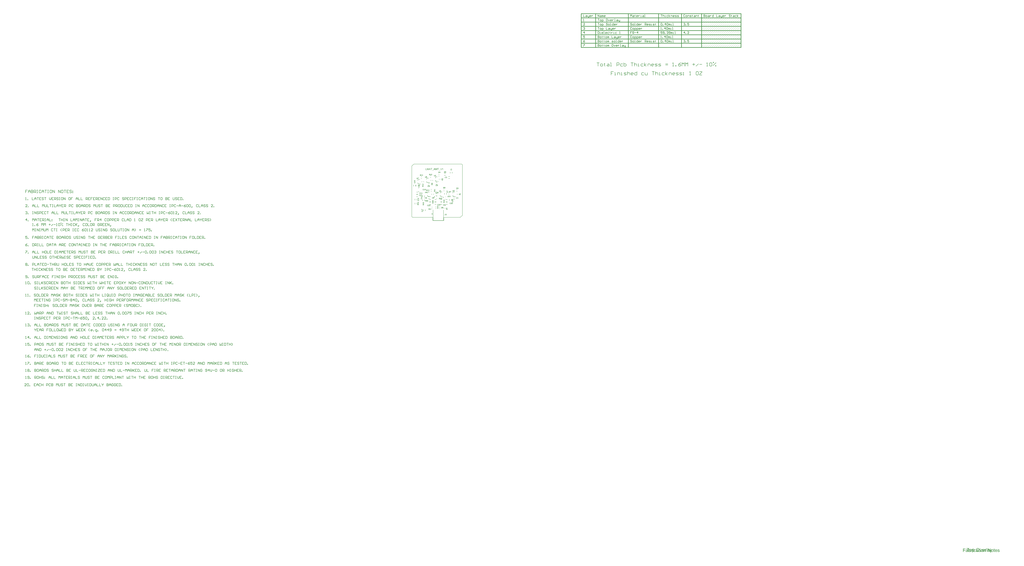
<source format=gto>
G04 Layer_Color=65535*
%FSLAX25Y25*%
%MOIN*%
G70*
G01*
G75*
%ADD26C,0.01500*%
%ADD27C,0.01000*%
%ADD28C,0.00800*%
%ADD30C,0.00100*%
%ADD31C,0.00500*%
G36*
X72121Y134550D02*
X71465D01*
Y138846D01*
X69965Y134550D01*
X69356D01*
X67880Y138916D01*
Y134550D01*
X67224D01*
Y139681D01*
X68239D01*
X69458Y136049D01*
Y136042D01*
X69465Y136026D01*
X69473Y136003D01*
X69481Y135964D01*
X69512Y135878D01*
X69551Y135768D01*
X69590Y135643D01*
X69629Y135518D01*
X69668Y135394D01*
X69700Y135292D01*
X69708Y135308D01*
X69715Y135347D01*
X69739Y135409D01*
X69770Y135495D01*
X69801Y135612D01*
X69848Y135753D01*
X69911Y135917D01*
X69973Y136112D01*
X71199Y139681D01*
X72121D01*
Y134550D01*
D02*
G37*
G36*
X48238D02*
X47582D01*
Y138846D01*
X46082Y134550D01*
X45473D01*
X43997Y138916D01*
Y134550D01*
X43341D01*
Y139681D01*
X44356D01*
X45575Y136049D01*
Y136042D01*
X45582Y136026D01*
X45590Y136003D01*
X45598Y135964D01*
X45629Y135878D01*
X45668Y135768D01*
X45707Y135643D01*
X45746Y135518D01*
X45785Y135394D01*
X45817Y135292D01*
X45825Y135308D01*
X45832Y135347D01*
X45856Y135409D01*
X45887Y135495D01*
X45918Y135612D01*
X45965Y135753D01*
X46028Y135917D01*
X46090Y136112D01*
X47316Y139681D01*
X48238D01*
Y134550D01*
D02*
G37*
G36*
X83726D02*
X83031D01*
X81040Y139681D01*
X81782D01*
X83109Y135956D01*
Y135948D01*
X83117Y135932D01*
X83125Y135909D01*
X83141Y135878D01*
X83164Y135792D01*
X83203Y135682D01*
X83250Y135550D01*
X83297Y135409D01*
X83383Y135112D01*
Y135120D01*
X83391Y135128D01*
X83398Y135151D01*
X83406Y135183D01*
X83430Y135268D01*
X83461Y135378D01*
X83500Y135503D01*
X83547Y135643D01*
X83601Y135800D01*
X83656Y135956D01*
X85046Y139681D01*
X85734D01*
X83726Y134550D01*
D02*
G37*
G36*
X88467D02*
X87835D01*
Y138564D01*
X87827Y138557D01*
X87795Y138525D01*
X87741Y138486D01*
X87670Y138432D01*
X87585Y138361D01*
X87483Y138291D01*
X87366Y138205D01*
X87233Y138127D01*
X87225D01*
X87217Y138119D01*
X87171Y138088D01*
X87100Y138049D01*
X87014Y138002D01*
X86913Y137947D01*
X86804Y137900D01*
X86686Y137846D01*
X86577Y137799D01*
Y138416D01*
X86585D01*
X86601Y138424D01*
X86632Y138439D01*
X86663Y138463D01*
X86710Y138486D01*
X86765Y138510D01*
X86889Y138580D01*
X87030Y138666D01*
X87186Y138767D01*
X87342Y138884D01*
X87491Y139009D01*
X87499Y139017D01*
X87507Y139025D01*
X87553Y139072D01*
X87624Y139142D01*
X87709Y139228D01*
X87803Y139338D01*
X87897Y139455D01*
X87983Y139580D01*
X88053Y139705D01*
X88467D01*
Y134550D01*
D02*
G37*
G36*
X76885Y139080D02*
X75198D01*
Y134550D01*
X74518D01*
Y139080D01*
X72831D01*
Y139681D01*
X76885D01*
Y139080D01*
D02*
G37*
G36*
X66693Y134550D02*
X65927D01*
X65334Y136104D01*
X63178D01*
X62624Y134550D01*
X61905D01*
X63866Y139681D01*
X64608D01*
X66693Y134550D01*
D02*
G37*
G36*
X57782Y139080D02*
X56095D01*
Y134550D01*
X55415D01*
Y139080D01*
X53728D01*
Y139681D01*
X57782D01*
Y139080D01*
D02*
G37*
G36*
X53556Y134550D02*
X52791D01*
X52197Y136104D01*
X50042D01*
X49487Y134550D01*
X48769D01*
X50729Y139681D01*
X51471D01*
X53556Y134550D01*
D02*
G37*
G36*
X40029Y135151D02*
X42552D01*
Y134550D01*
X39350D01*
Y139681D01*
X40029D01*
Y135151D01*
D02*
G37*
G36*
X81094Y133129D02*
X76924D01*
Y133582D01*
X81094D01*
Y133129D01*
D02*
G37*
G36*
X61991D02*
X57821D01*
Y133582D01*
X61991D01*
Y133129D01*
D02*
G37*
G36*
X1614983Y-941828D02*
X1613797D01*
Y-940481D01*
X1614983D01*
Y-941828D01*
D02*
G37*
G36*
X1594077D02*
X1592891D01*
Y-940481D01*
X1594077D01*
Y-941828D01*
D02*
G37*
G36*
X1630327Y-941985D02*
X1630488Y-942014D01*
X1630663Y-942073D01*
X1630869Y-942131D01*
X1631088Y-942234D01*
X1631322Y-942366D01*
X1630898Y-943449D01*
X1630883Y-943434D01*
X1630825Y-943405D01*
X1630737Y-943361D01*
X1630634Y-943317D01*
X1630503Y-943273D01*
X1630356Y-943229D01*
X1630195Y-943200D01*
X1630034Y-943185D01*
X1629975D01*
X1629902Y-943200D01*
X1629800Y-943215D01*
X1629697Y-943244D01*
X1629580Y-943288D01*
X1629463Y-943347D01*
X1629346Y-943420D01*
X1629331Y-943434D01*
X1629302Y-943464D01*
X1629243Y-943522D01*
X1629221Y-943550D01*
X1629228Y-943556D01*
X1629360Y-943673D01*
X1629462Y-943805D01*
X1629477Y-943819D01*
X1629506Y-943863D01*
X1629550Y-943951D01*
X1629609Y-944054D01*
X1629667Y-944171D01*
X1629726Y-944317D01*
X1629784Y-944493D01*
X1629828Y-944669D01*
Y-944683D01*
X1629843Y-944727D01*
X1629857Y-944815D01*
X1629872Y-944932D01*
Y-945093D01*
X1629887Y-945298D01*
X1629901Y-945532D01*
Y-945825D01*
Y-950100D01*
X1628716D01*
Y-949100D01*
X1627545D01*
Y-944020D01*
X1627442Y-944010D01*
X1627266Y-943995D01*
X1627134D01*
X1627003Y-944024D01*
X1626812Y-944054D01*
X1626607Y-944112D01*
X1626402Y-944200D01*
X1626168Y-944317D01*
X1625977Y-944468D01*
X1625979Y-944474D01*
X1626023Y-944723D01*
X1626067Y-945001D01*
X1626096Y-945294D01*
X1626110Y-945616D01*
Y-945630D01*
Y-945689D01*
Y-945791D01*
X1626096Y-945923D01*
X1625440D01*
X1625422Y-946059D01*
Y-946294D01*
Y-946921D01*
X1626067Y-947007D01*
Y-947021D01*
X1626052Y-947050D01*
X1626037Y-947109D01*
X1626008Y-947182D01*
X1625979Y-947270D01*
X1625935Y-947373D01*
X1625818Y-947621D01*
X1625671Y-947885D01*
X1625496Y-948163D01*
X1625422Y-948251D01*
Y-950100D01*
X1624236D01*
Y-949049D01*
X1624178Y-949071D01*
X1623827Y-949173D01*
X1623446Y-949232D01*
X1623007Y-949261D01*
X1622860D01*
X1622758Y-949246D01*
X1622626Y-949232D01*
X1622480Y-949217D01*
X1622319Y-949188D01*
X1622128Y-949144D01*
X1622103Y-949136D01*
X1621981Y-949280D01*
X1621776Y-949471D01*
X1621542Y-949661D01*
X1621264Y-949837D01*
X1621249D01*
X1621235Y-949851D01*
X1621191Y-949880D01*
X1621132Y-949895D01*
X1620971Y-949968D01*
X1620766Y-950041D01*
X1620517Y-950129D01*
X1620239Y-950188D01*
X1619931Y-950246D01*
X1619595Y-950261D01*
X1619448D01*
X1619346Y-950246D01*
X1619229Y-950232D01*
X1619082Y-950217D01*
X1618921Y-950188D01*
X1618746Y-950144D01*
X1618380Y-950027D01*
X1618175Y-949954D01*
X1617984Y-949866D01*
X1617779Y-949763D01*
X1617589Y-949632D01*
X1617399Y-949485D01*
X1617223Y-949324D01*
X1617208Y-949309D01*
X1617179Y-949280D01*
X1617135Y-949222D01*
X1617091Y-949148D01*
X1617018Y-949046D01*
X1616945Y-948929D01*
X1616857Y-948797D01*
X1616784Y-948636D01*
X1616696Y-948446D01*
X1616672Y-948393D01*
X1616404Y-949100D01*
X1615291D01*
X1614983Y-948289D01*
Y-950100D01*
X1613797D01*
Y-945171D01*
X1612642Y-942131D01*
X1613886D01*
X1614243Y-943131D01*
X1614983D01*
Y-945208D01*
X1615379Y-946318D01*
X1615394Y-946348D01*
X1615423Y-946436D01*
X1615467Y-946567D01*
X1615526Y-946743D01*
X1615599Y-946948D01*
X1615672Y-947182D01*
X1615760Y-947446D01*
X1615833Y-947709D01*
X1615848Y-947680D01*
X1615862Y-947607D01*
X1615906Y-947490D01*
X1615950Y-947343D01*
X1616009Y-947153D01*
X1616082Y-946919D01*
X1616170Y-946670D01*
X1616272Y-946392D01*
X1616357Y-946160D01*
X1616359Y-946133D01*
X1616389Y-945957D01*
X1616418Y-945752D01*
X1616462Y-945532D01*
X1616520Y-945298D01*
X1616594Y-945064D01*
X1616681Y-944830D01*
X1616784Y-944595D01*
X1616901Y-944361D01*
X1617047Y-944141D01*
X1617130Y-944036D01*
X1617824Y-942131D01*
X1619039D01*
X1618674Y-943097D01*
X1618702Y-943087D01*
X1619126Y-943000D01*
X1619361Y-942985D01*
X1619595Y-942970D01*
X1619727D01*
X1619829Y-942985D01*
X1619961Y-943000D01*
X1620093Y-943014D01*
X1620254Y-943044D01*
X1620429Y-943087D01*
X1620466Y-943099D01*
X1620591Y-942951D01*
X1620606Y-942937D01*
X1620635Y-942907D01*
X1620679Y-942863D01*
X1620752Y-942790D01*
X1620840Y-942717D01*
X1620957Y-942644D01*
X1621074Y-942556D01*
X1621221Y-942453D01*
X1621382Y-942366D01*
X1621557Y-942278D01*
X1621748Y-942205D01*
X1621967Y-942117D01*
X1622187Y-942058D01*
X1622421Y-942014D01*
X1622670Y-941985D01*
X1622934Y-941970D01*
X1623065D01*
X1623168Y-941985D01*
X1623285Y-942000D01*
X1623431Y-942014D01*
X1623578Y-942043D01*
X1623753Y-942087D01*
X1624105Y-942205D01*
X1624295Y-942278D01*
X1624485Y-942380D01*
X1624676Y-942483D01*
X1624866Y-942614D01*
X1625042Y-942761D01*
X1625217Y-942937D01*
X1625232Y-942951D01*
X1625261Y-942980D01*
X1625305Y-943039D01*
X1625364Y-943112D01*
X1625422Y-943215D01*
X1625496Y-943332D01*
X1625583Y-943464D01*
X1625671Y-943625D01*
X1625697Y-943691D01*
X1625729Y-943658D01*
X1625861Y-943541D01*
X1626022Y-943439D01*
X1626183Y-943336D01*
X1626358Y-943234D01*
X1626563Y-943146D01*
X1626768Y-943073D01*
X1627003Y-943014D01*
X1627251Y-942985D01*
X1627515Y-942970D01*
X1627545D01*
Y-942131D01*
X1628614D01*
Y-943171D01*
X1628629Y-943156D01*
X1628687Y-943068D01*
X1628760Y-942937D01*
X1628848Y-942790D01*
X1628965Y-942629D01*
X1629097Y-942468D01*
X1629214Y-942322D01*
X1629346Y-942219D01*
X1629361Y-942205D01*
X1629404Y-942175D01*
X1629478Y-942146D01*
X1629580Y-942087D01*
X1629683Y-942043D01*
X1629814Y-942014D01*
X1629961Y-941985D01*
X1630107Y-941970D01*
X1630210D01*
X1630327Y-941985D01*
D02*
G37*
G36*
X1666370Y-942985D02*
X1666560Y-943000D01*
X1666794Y-943029D01*
X1667028Y-943073D01*
X1667277Y-943131D01*
X1667512Y-943219D01*
X1667526D01*
X1667541Y-943234D01*
X1667614Y-943263D01*
X1667731Y-943322D01*
X1667863Y-943380D01*
X1668009Y-943483D01*
X1668170Y-943585D01*
X1668317Y-943717D01*
X1668434Y-943863D01*
X1668448Y-943878D01*
X1668478Y-943937D01*
X1668536Y-944024D01*
X1668609Y-944141D01*
X1668668Y-944288D01*
X1668741Y-944478D01*
X1668800Y-944683D01*
X1668858Y-944917D01*
X1667702Y-945078D01*
Y-945049D01*
X1667687Y-944991D01*
X1667658Y-944888D01*
X1667614Y-944771D01*
X1667555Y-944639D01*
X1667468Y-944508D01*
X1667365Y-944361D01*
X1667233Y-944244D01*
X1667219Y-944229D01*
X1667160Y-944200D01*
X1667072Y-944141D01*
X1666955Y-944083D01*
X1666809Y-944039D01*
X1666619Y-943981D01*
X1666413Y-943951D01*
X1666165Y-943937D01*
X1666033D01*
X1665886Y-943951D01*
X1665711Y-943966D01*
X1665520Y-944010D01*
X1665330Y-944054D01*
X1665140Y-944127D01*
X1664993Y-944215D01*
X1664979Y-944229D01*
X1664935Y-944259D01*
X1664891Y-944317D01*
X1664832Y-944390D01*
X1664759Y-944478D01*
X1664715Y-944595D01*
X1664671Y-944713D01*
X1664657Y-944844D01*
Y-944859D01*
Y-944888D01*
X1664671Y-944932D01*
Y-944991D01*
X1664715Y-945122D01*
X1664788Y-945269D01*
X1664803Y-945283D01*
X1664818Y-945298D01*
X1664906Y-945371D01*
X1664964Y-945430D01*
X1665037Y-945474D01*
X1665140Y-945532D01*
X1665242Y-945576D01*
X1665257D01*
X1665286Y-945591D01*
X1665345Y-945605D01*
X1665447Y-945635D01*
X1665579Y-945679D01*
X1665769Y-945737D01*
X1666004Y-945796D01*
X1666135Y-945840D01*
X1666296Y-945884D01*
X1666311D01*
X1666355Y-945898D01*
X1666413Y-945913D01*
X1666501Y-945942D01*
X1666604Y-945971D01*
X1666721Y-946001D01*
X1666985Y-946074D01*
X1667277Y-946162D01*
X1667570Y-946264D01*
X1667834Y-946352D01*
X1667951Y-946396D01*
X1668053Y-946440D01*
X1668082Y-946455D01*
X1668141Y-946484D01*
X1668229Y-946528D01*
X1668331Y-946586D01*
X1668463Y-946674D01*
X1668595Y-946791D01*
X1668712Y-946908D01*
X1668829Y-947055D01*
X1668844Y-947069D01*
X1668873Y-947128D01*
X1668917Y-947216D01*
X1668975Y-947333D01*
X1669034Y-947479D01*
X1669078Y-947655D01*
X1669107Y-947845D01*
X1669122Y-948065D01*
Y-948094D01*
Y-948168D01*
X1669107Y-948285D01*
X1669078Y-948416D01*
X1669034Y-948592D01*
X1668975Y-948782D01*
X1668888Y-948973D01*
X1668771Y-949178D01*
X1668756Y-949207D01*
X1668712Y-949265D01*
X1668624Y-949353D01*
X1668507Y-949471D01*
X1668375Y-949602D01*
X1668200Y-949734D01*
X1667995Y-949866D01*
X1667760Y-949983D01*
X1667731Y-949998D01*
X1667643Y-950027D01*
X1667512Y-950071D01*
X1667336Y-950115D01*
X1667116Y-950173D01*
X1666867Y-950217D01*
X1666589Y-950246D01*
X1666296Y-950261D01*
X1666165D01*
X1666077Y-950246D01*
X1665960D01*
X1665828Y-950232D01*
X1665520Y-950188D01*
X1665184Y-950129D01*
X1664847Y-950027D01*
X1664510Y-949895D01*
X1664364Y-949807D01*
X1664218Y-949705D01*
X1664203D01*
X1664188Y-949675D01*
X1664100Y-949602D01*
X1663983Y-949471D01*
X1663837Y-949280D01*
X1663691Y-949046D01*
X1663544Y-948753D01*
X1663412Y-948416D01*
X1663325Y-948021D01*
X1664496Y-947831D01*
Y-947845D01*
Y-947860D01*
X1664510Y-947948D01*
X1664554Y-948080D01*
X1664598Y-948241D01*
X1664671Y-948416D01*
X1664759Y-948592D01*
X1664891Y-948768D01*
X1665037Y-948929D01*
X1665052Y-948943D01*
X1665125Y-948987D01*
X1665228Y-949046D01*
X1665359Y-949104D01*
X1665550Y-949178D01*
X1665755Y-949236D01*
X1666018Y-949280D01*
X1666296Y-949295D01*
X1666428D01*
X1666575Y-949280D01*
X1666750Y-949251D01*
X1666955Y-949222D01*
X1667160Y-949163D01*
X1667351Y-949075D01*
X1667512Y-948973D01*
X1667526Y-948958D01*
X1667570Y-948914D01*
X1667643Y-948841D01*
X1667716Y-948753D01*
X1667775Y-948636D01*
X1667848Y-948490D01*
X1667892Y-948343D01*
X1667907Y-948182D01*
Y-948168D01*
Y-948109D01*
X1667892Y-948050D01*
X1667863Y-947948D01*
X1667819Y-947860D01*
X1667760Y-947743D01*
X1667673Y-947641D01*
X1667555Y-947553D01*
X1667541Y-947538D01*
X1667497Y-947523D01*
X1667424Y-947494D01*
X1667307Y-947435D01*
X1667146Y-947392D01*
X1666941Y-947318D01*
X1666809Y-947274D01*
X1666677Y-947245D01*
X1666516Y-947201D01*
X1666340Y-947157D01*
X1666326D01*
X1666282Y-947143D01*
X1666223Y-947128D01*
X1666135Y-947099D01*
X1666018Y-947069D01*
X1665901Y-947040D01*
X1665623Y-946952D01*
X1665330Y-946865D01*
X1665023Y-946777D01*
X1664745Y-946674D01*
X1664627Y-946630D01*
X1664525Y-946586D01*
X1664510Y-946572D01*
X1664437Y-946542D01*
X1664349Y-946484D01*
X1664247Y-946411D01*
X1664115Y-946323D01*
X1663998Y-946206D01*
X1663866Y-946074D01*
X1663764Y-945928D01*
X1663749Y-945913D01*
X1663720Y-945854D01*
X1663691Y-945767D01*
X1663647Y-945649D01*
X1663588Y-945518D01*
X1663559Y-945357D01*
X1663529Y-945181D01*
X1663515Y-944991D01*
Y-944976D01*
Y-944917D01*
X1663529Y-944815D01*
X1663544Y-944713D01*
X1663559Y-944581D01*
X1663603Y-944434D01*
X1663647Y-944273D01*
X1663720Y-944127D01*
X1663734Y-944112D01*
X1663764Y-944054D01*
X1663808Y-943981D01*
X1663881Y-943893D01*
X1663954Y-943790D01*
X1664057Y-943688D01*
X1664174Y-943571D01*
X1664305Y-943468D01*
X1664320Y-943453D01*
X1664364Y-943439D01*
X1664422Y-943395D01*
X1664510Y-943351D01*
X1664613Y-943292D01*
X1664745Y-943234D01*
X1664891Y-943175D01*
X1665052Y-943117D01*
X1665081D01*
X1665140Y-943087D01*
X1665228Y-943073D01*
X1665359Y-943044D01*
X1665520Y-943014D01*
X1665681Y-943000D01*
X1665872Y-942970D01*
X1666209D01*
X1666370Y-942985D01*
D02*
G37*
G36*
X1583098Y-940609D02*
X1582116D01*
Y-943907D01*
X1582131Y-943893D01*
X1582146Y-943863D01*
X1582190Y-943819D01*
X1582248Y-943761D01*
X1582321Y-943688D01*
X1582409Y-943614D01*
X1582629Y-943439D01*
X1582892Y-943263D01*
X1583229Y-943117D01*
X1583405Y-943058D01*
X1583595Y-943014D01*
X1583800Y-942985D01*
X1584005Y-942970D01*
X1584122D01*
X1584239Y-942985D01*
X1584400Y-943000D01*
X1584591Y-943029D01*
X1584616Y-943036D01*
X1584694Y-942937D01*
X1584884Y-942746D01*
X1584899Y-942732D01*
X1584928Y-942717D01*
X1584972Y-942673D01*
X1585045Y-942629D01*
X1585133Y-942571D01*
X1585236Y-942497D01*
X1585353Y-942424D01*
X1585499Y-942351D01*
X1585645Y-942292D01*
X1585807Y-942219D01*
X1586187Y-942087D01*
X1586612Y-942000D01*
X1586846Y-941985D01*
X1587080Y-941970D01*
X1587212D01*
X1587315Y-941985D01*
X1587446Y-942000D01*
X1587578Y-942014D01*
X1587739Y-942043D01*
X1587915Y-942087D01*
X1588281Y-942205D01*
X1588471Y-942278D01*
X1588676Y-942366D01*
X1588866Y-942483D01*
X1589057Y-942614D01*
X1589247Y-942761D01*
X1589423Y-942922D01*
X1589437Y-942937D01*
X1589467Y-942966D01*
X1589511Y-943024D01*
X1589569Y-943098D01*
X1589642Y-943185D01*
X1589715Y-943303D01*
X1589803Y-943449D01*
X1589878Y-943573D01*
X1589963Y-943468D01*
X1590081Y-943322D01*
X1590212Y-943219D01*
X1590227Y-943205D01*
X1590271Y-943175D01*
X1590344Y-943146D01*
X1590447Y-943087D01*
X1590549Y-943044D01*
X1590681Y-943014D01*
X1590827Y-942985D01*
X1590974Y-942970D01*
X1591076D01*
X1591193Y-942985D01*
X1591354Y-943014D01*
X1591530Y-943073D01*
X1591721Y-943127D01*
Y-942131D01*
X1592805D01*
Y-943039D01*
X1592819Y-943010D01*
X1592863Y-942951D01*
X1592951Y-942863D01*
X1593053Y-942746D01*
X1593171Y-942614D01*
X1593317Y-942483D01*
X1593478Y-942351D01*
X1593654Y-942249D01*
X1593683Y-942234D01*
X1593741Y-942205D01*
X1593844Y-942161D01*
X1593976Y-942102D01*
X1594151Y-942058D01*
X1594342Y-942014D01*
X1594561Y-941985D01*
X1594810Y-941970D01*
X1594957D01*
X1595132Y-942000D01*
X1595337Y-942029D01*
X1595586Y-942087D01*
X1595850Y-942161D01*
X1596113Y-942278D01*
X1596377Y-942439D01*
X1596391D01*
X1596406Y-942453D01*
X1596494Y-942527D01*
X1596611Y-942629D01*
X1596772Y-942776D01*
X1596933Y-942951D01*
X1597109Y-943185D01*
X1597188Y-943308D01*
X1597313Y-943263D01*
X1597518Y-943175D01*
X1597752Y-943102D01*
X1598045Y-943029D01*
X1598352Y-942985D01*
X1598674Y-942970D01*
X1598791D01*
X1598865Y-942985D01*
X1598967D01*
X1599069Y-943000D01*
X1599333Y-943044D01*
X1599626Y-943117D01*
X1599948Y-943219D01*
X1600255Y-943366D01*
X1600533Y-943556D01*
X1600548D01*
X1600563Y-943585D01*
X1600651Y-943658D01*
X1600768Y-943790D01*
X1600914Y-943966D01*
X1601075Y-944200D01*
X1601222Y-944478D01*
X1601353Y-944815D01*
X1601456Y-945181D01*
X1600314Y-945357D01*
Y-945342D01*
X1600299Y-945327D01*
X1600285Y-945240D01*
X1600241Y-945122D01*
X1600182Y-944961D01*
X1600094Y-944786D01*
X1599992Y-944610D01*
X1599875Y-944449D01*
X1599728Y-944303D01*
X1599714Y-944288D01*
X1599655Y-944244D01*
X1599567Y-944185D01*
X1599450Y-944112D01*
X1599304Y-944054D01*
X1599143Y-943995D01*
X1598938Y-943951D01*
X1598733Y-943937D01*
X1598645D01*
X1598586Y-943951D01*
X1598425Y-943966D01*
X1598220Y-944010D01*
X1597986Y-944098D01*
X1597752Y-944215D01*
X1597596Y-944306D01*
X1597650Y-944562D01*
X1597709Y-944869D01*
X1597753Y-945206D01*
X1597767Y-945572D01*
Y-945586D01*
Y-945616D01*
Y-945674D01*
Y-945747D01*
X1597753Y-945850D01*
Y-945952D01*
X1597723Y-946216D01*
X1597665Y-946509D01*
X1597606Y-946831D01*
X1597504Y-947167D01*
X1597372Y-947504D01*
Y-947519D01*
X1597357Y-947548D01*
X1597328Y-947592D01*
X1597299Y-947651D01*
X1597211Y-947797D01*
X1597094Y-947987D01*
X1596983Y-948129D01*
X1597093Y-948387D01*
X1597181Y-948534D01*
X1597269Y-948665D01*
X1597298Y-948695D01*
X1597371Y-948768D01*
X1597488Y-948870D01*
X1597649Y-948973D01*
X1597840Y-949090D01*
X1598089Y-949192D01*
X1598352Y-949265D01*
X1598499Y-949280D01*
X1598660Y-949295D01*
X1598777D01*
X1598909Y-949265D01*
X1599069Y-949236D01*
X1599245Y-949192D01*
X1599450Y-949119D01*
X1599640Y-949017D01*
X1599816Y-948870D01*
X1599831Y-948856D01*
X1599889Y-948782D01*
X1599977Y-948695D01*
X1600065Y-948548D01*
X1600167Y-948358D01*
X1600270Y-948138D01*
X1600358Y-947860D01*
X1600416Y-947553D01*
X1601573Y-947714D01*
Y-947728D01*
X1601558Y-947772D01*
X1601544Y-947831D01*
X1601529Y-947904D01*
X1601500Y-948007D01*
X1601471Y-948124D01*
X1601383Y-948402D01*
X1601251Y-948695D01*
X1601075Y-949017D01*
X1600856Y-949309D01*
X1600592Y-949588D01*
X1600577D01*
X1600563Y-949617D01*
X1600519Y-949646D01*
X1600460Y-949690D01*
X1600373Y-949749D01*
X1600285Y-949807D01*
X1600065Y-949924D01*
X1599787Y-950041D01*
X1599450Y-950159D01*
X1599084Y-950232D01*
X1598879Y-950246D01*
X1598674Y-950261D01*
X1598542D01*
X1598440Y-950246D01*
X1598323Y-950232D01*
X1598176Y-950217D01*
X1598030Y-950188D01*
X1597854Y-950144D01*
X1597488Y-950041D01*
X1597298Y-949954D01*
X1597108Y-949866D01*
X1596917Y-949763D01*
X1596742Y-949646D01*
X1596566Y-949500D01*
X1596390Y-949339D01*
X1596376Y-949324D01*
X1596346Y-949295D01*
X1596317Y-949236D01*
X1596259Y-949163D01*
X1596185Y-949061D01*
X1596112Y-948943D01*
X1596088Y-948900D01*
X1595981Y-948954D01*
X1595791Y-949027D01*
X1595557Y-949115D01*
X1595308Y-949188D01*
X1595015Y-949246D01*
X1594722Y-949261D01*
X1594620D01*
X1594517Y-949246D01*
X1594371Y-949232D01*
X1594210Y-949203D01*
X1594077Y-949169D01*
Y-950100D01*
X1592907D01*
Y-951764D01*
X1591721D01*
Y-944420D01*
X1591691Y-944405D01*
X1591603Y-944361D01*
X1591501Y-944317D01*
X1591369Y-944273D01*
X1591222Y-944229D01*
X1591061Y-944200D01*
X1590900Y-944185D01*
X1590842D01*
X1590769Y-944200D01*
X1590666Y-944215D01*
X1590564Y-944244D01*
X1590447Y-944288D01*
X1590329Y-944347D01*
X1590212Y-944420D01*
X1590202Y-944430D01*
X1590257Y-944664D01*
X1590301Y-944942D01*
X1590330Y-945220D01*
X1590345Y-945528D01*
Y-945543D01*
Y-945586D01*
Y-945660D01*
Y-945747D01*
X1590330Y-945865D01*
Y-945996D01*
X1590316Y-946143D01*
X1590301Y-946304D01*
X1590242Y-946640D01*
X1590169Y-946992D01*
X1590067Y-947343D01*
X1589935Y-947651D01*
Y-947665D01*
X1589920Y-947680D01*
X1589862Y-947782D01*
X1589759Y-947914D01*
X1589628Y-948090D01*
X1589597Y-948125D01*
Y-950100D01*
X1588412D01*
Y-948984D01*
X1588251Y-949041D01*
X1588003Y-949129D01*
X1587724Y-949188D01*
X1587417Y-949246D01*
X1587080Y-949261D01*
X1586934D01*
X1586831Y-949246D01*
X1586714Y-949232D01*
X1586568Y-949217D01*
X1586407Y-949188D01*
X1586231Y-949144D01*
X1586204Y-949135D01*
X1586069Y-949295D01*
X1586055Y-949309D01*
X1586025Y-949339D01*
X1585981Y-949383D01*
X1585908Y-949441D01*
X1585835Y-949514D01*
X1585732Y-949602D01*
X1585615Y-949690D01*
X1585469Y-949778D01*
X1585161Y-949954D01*
X1584810Y-950115D01*
X1584605Y-950173D01*
X1584400Y-950217D01*
X1584181Y-950246D01*
X1583946Y-950261D01*
X1583829D01*
X1583741Y-950246D01*
X1583639Y-950232D01*
X1583522Y-950202D01*
X1583244Y-950129D01*
X1583097Y-950085D01*
X1582936Y-950012D01*
X1582775Y-949924D01*
X1582614Y-949822D01*
X1582468Y-949705D01*
X1582307Y-949573D01*
X1582160Y-949412D01*
X1582029Y-949236D01*
Y-950100D01*
X1580931D01*
Y-940609D01*
X1579936D01*
Y-949100D01*
X1579179D01*
X1579188Y-949178D01*
X1579203Y-949280D01*
Y-949295D01*
X1579218Y-949353D01*
X1579232Y-949441D01*
X1579262Y-949544D01*
X1579305Y-949661D01*
X1579364Y-949807D01*
X1579496Y-950100D01*
X1578266D01*
X1578251Y-950085D01*
X1578237Y-950041D01*
X1578207Y-949954D01*
X1578164Y-949851D01*
X1578120Y-949719D01*
X1578090Y-949573D01*
X1578061Y-949412D01*
X1578032Y-949222D01*
X1578003Y-949251D01*
X1577915Y-949309D01*
X1577798Y-949412D01*
X1577622Y-949529D01*
X1577432Y-949675D01*
X1577212Y-949807D01*
X1576992Y-949924D01*
X1576758Y-950027D01*
X1576729Y-950041D01*
X1576656Y-950056D01*
X1576539Y-950100D01*
X1576377Y-950144D01*
X1576173Y-950188D01*
X1575953Y-950217D01*
X1575719Y-950246D01*
X1575455Y-950261D01*
X1575353D01*
X1575265Y-950246D01*
X1575177D01*
X1575060Y-950232D01*
X1574811Y-950188D01*
X1574518Y-950129D01*
X1574240Y-950027D01*
X1573947Y-949895D01*
X1573698Y-949705D01*
X1573669Y-949675D01*
X1573596Y-949602D01*
X1573508Y-949485D01*
X1573391Y-949309D01*
X1573274Y-949104D01*
X1573186Y-948870D01*
X1573113Y-948577D01*
X1573083Y-948270D01*
Y-948241D01*
Y-948182D01*
X1573098Y-948080D01*
X1573113Y-947963D01*
X1573142Y-947816D01*
X1573171Y-947655D01*
X1573230Y-947494D01*
X1573303Y-947333D01*
X1573318Y-947318D01*
X1573347Y-947260D01*
X1573391Y-947187D01*
X1573464Y-947084D01*
X1573552Y-946982D01*
X1573669Y-946865D01*
X1573786Y-946762D01*
X1573918Y-946660D01*
X1573933Y-946645D01*
X1573991Y-946616D01*
X1574064Y-946572D01*
X1574167Y-946513D01*
X1574299Y-946440D01*
X1574430Y-946381D01*
X1574591Y-946323D01*
X1574767Y-946264D01*
X1574782D01*
X1574840Y-946250D01*
X1574914Y-946235D01*
X1575031Y-946206D01*
X1575177Y-946177D01*
X1575367Y-946147D01*
X1575572Y-946118D01*
X1575821Y-946089D01*
X1575836D01*
X1575880Y-946074D01*
X1575953D01*
X1576055Y-946059D01*
X1576173Y-946045D01*
X1576304Y-946030D01*
X1576626Y-945971D01*
X1576963Y-945913D01*
X1577314Y-945854D01*
X1577651Y-945767D01*
X1577798Y-945723D01*
X1577929Y-945679D01*
Y-945664D01*
Y-945635D01*
X1577944Y-945547D01*
Y-945444D01*
Y-945401D01*
Y-945371D01*
Y-945357D01*
Y-945342D01*
Y-945254D01*
X1577929Y-945122D01*
X1577900Y-944976D01*
X1577856Y-944815D01*
X1577798Y-944639D01*
X1577724Y-944493D01*
X1577607Y-944361D01*
X1577593Y-944347D01*
X1577519Y-944303D01*
X1577417Y-944229D01*
X1577271Y-944156D01*
X1577080Y-944083D01*
X1576846Y-944010D01*
X1576568Y-943966D01*
X1576260Y-943951D01*
X1576129D01*
X1575982Y-943966D01*
X1575792Y-943981D01*
X1575587Y-944024D01*
X1575397Y-944068D01*
X1575192Y-944141D01*
X1575031Y-944244D01*
X1575016Y-944259D01*
X1574972Y-944303D01*
X1574899Y-944376D01*
X1574811Y-944478D01*
X1574709Y-944625D01*
X1574621Y-944800D01*
X1574518Y-945020D01*
X1574445Y-945269D01*
X1573289Y-945108D01*
Y-945093D01*
X1573303Y-945078D01*
X1573318Y-944991D01*
X1573362Y-944859D01*
X1573406Y-944683D01*
X1573479Y-944493D01*
X1573567Y-944303D01*
X1573669Y-944098D01*
X1573801Y-943922D01*
X1573816Y-943907D01*
X1573874Y-943849D01*
X1573947Y-943761D01*
X1574064Y-943658D01*
X1574211Y-943556D01*
X1574401Y-943439D01*
X1574606Y-943322D01*
X1574840Y-943219D01*
X1574855D01*
X1574870Y-943205D01*
X1574914Y-943190D01*
X1574957Y-943175D01*
X1575104Y-943146D01*
X1575294Y-943087D01*
X1575528Y-943044D01*
X1575792Y-943014D01*
X1576099Y-942985D01*
X1576421Y-942970D01*
X1576568D01*
X1576729Y-942985D01*
X1576934Y-943000D01*
X1577168Y-943029D01*
X1577417Y-943058D01*
X1577651Y-943117D01*
X1577871Y-943190D01*
X1577900Y-943205D01*
X1577959Y-943219D01*
X1578061Y-943278D01*
X1578178Y-943336D01*
X1578310Y-943410D01*
X1578456Y-943497D01*
X1578574Y-943600D01*
X1578662Y-943689D01*
Y-940609D01*
X1575500D01*
Y-939482D01*
X1583098D01*
Y-940609D01*
D02*
G37*
G36*
X1643151Y-942372D02*
X1644513Y-946143D01*
Y-946157D01*
X1644528Y-946172D01*
X1644542Y-946216D01*
X1644557Y-946274D01*
X1644615Y-946436D01*
X1644689Y-946640D01*
X1644689Y-946641D01*
X1644688Y-946616D01*
Y-946586D01*
Y-946528D01*
X1644702Y-946425D01*
Y-946294D01*
X1644717Y-946133D01*
X1644746Y-945957D01*
X1644776Y-945752D01*
X1644819Y-945532D01*
X1644878Y-945298D01*
X1644951Y-945064D01*
X1645039Y-944830D01*
X1645142Y-944595D01*
X1645259Y-944361D01*
X1645405Y-944141D01*
X1645566Y-943937D01*
X1645757Y-943746D01*
X1645771Y-943732D01*
X1645800Y-943717D01*
X1645844Y-943673D01*
X1645918Y-943629D01*
X1646005Y-943571D01*
X1646108Y-943497D01*
X1646225Y-943424D01*
X1646371Y-943351D01*
X1646518Y-943292D01*
X1646587Y-943261D01*
X1647002Y-942131D01*
X1648173D01*
X1647859Y-942976D01*
X1647952Y-942970D01*
X1648084D01*
X1648187Y-942985D01*
X1648318Y-943000D01*
X1648450Y-943014D01*
X1648611Y-943044D01*
X1648787Y-943087D01*
X1649153Y-943205D01*
X1649343Y-943278D01*
X1649548Y-943366D01*
X1649739Y-943483D01*
X1649929Y-943614D01*
X1650119Y-943761D01*
X1650295Y-943922D01*
X1650310Y-943937D01*
X1650339Y-943966D01*
X1650383Y-944024D01*
X1650441Y-944098D01*
X1650514Y-944185D01*
X1650588Y-944303D01*
X1650676Y-944449D01*
X1650763Y-944595D01*
X1650837Y-944771D01*
X1650924Y-944976D01*
X1650998Y-945181D01*
X1651071Y-945415D01*
X1651129Y-945664D01*
X1651173Y-945942D01*
X1651203Y-946220D01*
X1651217Y-946528D01*
Y-946542D01*
Y-946586D01*
Y-946660D01*
Y-946747D01*
X1651203Y-946865D01*
Y-946996D01*
X1651188Y-947143D01*
X1651173Y-947304D01*
X1651115Y-947641D01*
X1651041Y-947992D01*
X1650939Y-948343D01*
X1650807Y-948651D01*
Y-948665D01*
X1650793Y-948680D01*
X1650734Y-948782D01*
X1650632Y-948914D01*
X1650500Y-949090D01*
X1650339Y-949280D01*
X1650134Y-949471D01*
X1649900Y-949661D01*
X1649621Y-949837D01*
X1649607D01*
X1649592Y-949851D01*
X1649548Y-949880D01*
X1649490Y-949895D01*
X1649329Y-949968D01*
X1649124Y-950041D01*
X1648875Y-950129D01*
X1648597Y-950188D01*
X1648289Y-950246D01*
X1647952Y-950261D01*
X1647806D01*
X1647704Y-950246D01*
X1647586Y-950232D01*
X1647440Y-950217D01*
X1647279Y-950188D01*
X1647103Y-950144D01*
X1646737Y-950027D01*
X1646532Y-949954D01*
X1646342Y-949866D01*
X1646137Y-949763D01*
X1645947Y-949632D01*
X1645757Y-949485D01*
X1645581Y-949324D01*
X1645566Y-949309D01*
X1645537Y-949280D01*
X1645523Y-949261D01*
X1645494Y-949320D01*
X1645465Y-949407D01*
X1645435Y-949495D01*
X1645391Y-949598D01*
X1645304Y-949847D01*
X1645186Y-950110D01*
X1645084Y-950359D01*
X1644981Y-950608D01*
X1644923Y-950710D01*
X1644879Y-950798D01*
X1644864Y-950828D01*
X1644820Y-950886D01*
X1644762Y-950989D01*
X1644674Y-951120D01*
X1644557Y-951252D01*
X1644440Y-951398D01*
X1644293Y-951530D01*
X1644147Y-951647D01*
X1644132Y-951662D01*
X1644074Y-951691D01*
X1643986Y-951735D01*
X1643869Y-951779D01*
X1643737Y-951838D01*
X1643561Y-951882D01*
X1643386Y-951911D01*
X1643181Y-951925D01*
X1643122D01*
X1643049Y-951911D01*
X1642961D01*
X1642844Y-951896D01*
X1642712Y-951867D01*
X1642419Y-951779D01*
X1642288Y-950681D01*
X1642302D01*
X1642346Y-950696D01*
X1642419Y-950710D01*
X1642522Y-950740D01*
X1642727Y-950784D01*
X1642961Y-950798D01*
X1643034D01*
X1643093Y-950784D01*
X1643195D01*
X1643400Y-950740D01*
X1643503Y-950710D01*
X1643591Y-950667D01*
X1643605D01*
X1643635Y-950637D01*
X1643678Y-950608D01*
X1643722Y-950564D01*
X1643854Y-950447D01*
X1643986Y-950286D01*
Y-950271D01*
X1644001Y-950242D01*
X1644030Y-950198D01*
X1644074Y-950110D01*
X1644118Y-949993D01*
X1644176Y-949847D01*
X1644249Y-949642D01*
X1644337Y-949407D01*
X1644352Y-949393D01*
X1644367Y-949334D01*
X1644411Y-949246D01*
X1644454Y-949115D01*
X1643151Y-945679D01*
Y-950100D01*
X1641848D01*
X1640759Y-948472D01*
X1640780Y-948544D01*
X1640824Y-948661D01*
X1640882Y-948807D01*
X1641014Y-949100D01*
X1639784D01*
X1639770Y-949085D01*
X1639755Y-949041D01*
X1639726Y-948954D01*
X1639682Y-948851D01*
X1639638Y-948719D01*
X1639609Y-948573D01*
X1639579Y-948412D01*
X1639550Y-948222D01*
X1639521Y-948251D01*
X1639433Y-948309D01*
X1639316Y-948412D01*
X1639140Y-948529D01*
X1638950Y-948675D01*
X1638730Y-948807D01*
X1638511Y-948924D01*
X1638276Y-949027D01*
X1638247Y-949041D01*
X1638174Y-949056D01*
X1638057Y-949100D01*
X1637896Y-949144D01*
X1637691Y-949188D01*
X1637471Y-949217D01*
X1637237Y-949246D01*
X1636973Y-949261D01*
X1636871D01*
X1636797Y-949249D01*
Y-950100D01*
X1635582D01*
Y-948947D01*
X1635465Y-948895D01*
X1635217Y-948705D01*
X1635187Y-948675D01*
X1635114Y-948602D01*
X1635026Y-948485D01*
X1634909Y-948309D01*
X1634792Y-948104D01*
X1634704Y-947870D01*
X1634631Y-947577D01*
X1634602Y-947270D01*
Y-947241D01*
Y-947182D01*
X1634616Y-947080D01*
X1634631Y-946963D01*
X1634660Y-946816D01*
X1634690Y-946655D01*
X1634748Y-946494D01*
X1634821Y-946333D01*
X1634836Y-946318D01*
X1634865Y-946260D01*
X1634909Y-946187D01*
X1634982Y-946084D01*
X1635070Y-945982D01*
X1635187Y-945865D01*
X1635304Y-945762D01*
X1635436Y-945660D01*
X1635451Y-945645D01*
X1635509Y-945616D01*
X1635582Y-945572D01*
Y-944216D01*
X1634807Y-944108D01*
Y-944093D01*
X1634821Y-944079D01*
X1634836Y-943991D01*
X1634880Y-943859D01*
X1634924Y-943683D01*
X1634997Y-943493D01*
X1635085Y-943303D01*
X1635187Y-943098D01*
X1635319Y-942922D01*
X1635334Y-942907D01*
X1635392Y-942849D01*
X1635465Y-942761D01*
X1635582Y-942659D01*
Y-940481D01*
X1636870D01*
X1637870Y-941973D01*
X1637940Y-941970D01*
X1638086D01*
X1638247Y-941985D01*
X1638452Y-942000D01*
X1638686Y-942029D01*
X1638935Y-942058D01*
X1639169Y-942117D01*
X1639389Y-942190D01*
X1639418Y-942205D01*
X1639477Y-942219D01*
X1639579Y-942278D01*
X1639696Y-942336D01*
X1639828Y-942410D01*
X1639975Y-942497D01*
X1640092Y-942600D01*
X1640209Y-942717D01*
X1640223Y-942732D01*
X1640253Y-942776D01*
X1640297Y-942834D01*
X1640355Y-942937D01*
X1640414Y-943054D01*
X1640472Y-943185D01*
X1640531Y-943347D01*
X1640575Y-943522D01*
Y-943537D01*
X1640589Y-943581D01*
X1640604Y-943654D01*
X1640619Y-943771D01*
Y-943917D01*
X1640633Y-944108D01*
X1640648Y-944327D01*
Y-944606D01*
Y-946116D01*
X1641935Y-948036D01*
Y-942476D01*
X1641805Y-942131D01*
X1641935D01*
Y-940481D01*
X1643151D01*
Y-942372D01*
D02*
G37*
G36*
X1633182Y-949100D02*
X1631996D01*
Y-939482D01*
X1633182D01*
Y-949100D01*
D02*
G37*
G36*
X1571986Y-941609D02*
X1566774D01*
Y-944610D01*
X1571283D01*
Y-945737D01*
X1566774D01*
Y-950100D01*
X1565500D01*
Y-940481D01*
X1571986D01*
Y-941609D01*
D02*
G37*
G36*
X1653984Y-943131D02*
X1655170D01*
Y-944054D01*
X1653984D01*
Y-948138D01*
Y-948153D01*
Y-948211D01*
Y-948299D01*
X1653999Y-948402D01*
X1654013Y-948621D01*
X1654028Y-948709D01*
X1654043Y-948782D01*
X1654057Y-948812D01*
X1654087Y-948870D01*
X1654145Y-948943D01*
X1654233Y-949017D01*
X1654262Y-949031D01*
X1654336Y-949046D01*
X1654467Y-949075D01*
X1654643Y-949090D01*
X1654789D01*
X1654863Y-949075D01*
X1654950D01*
X1655170Y-949046D01*
X1655331Y-950085D01*
X1655302D01*
X1655243Y-950100D01*
X1655155Y-950115D01*
X1655024Y-950129D01*
X1654892Y-950159D01*
X1654745Y-950173D01*
X1654438Y-950188D01*
X1654336D01*
X1654218Y-950173D01*
X1654072Y-950159D01*
X1653911Y-950144D01*
X1653735Y-950100D01*
X1653574Y-950056D01*
X1653428Y-949998D01*
X1653413Y-949983D01*
X1653369Y-949954D01*
X1653311Y-949910D01*
X1653238Y-949851D01*
X1653150Y-949778D01*
X1653077Y-949690D01*
X1652989Y-949588D01*
X1652930Y-949471D01*
Y-949456D01*
X1652915Y-949397D01*
X1652886Y-949309D01*
X1652872Y-949163D01*
X1652842Y-948973D01*
X1652828Y-948870D01*
X1652813Y-948738D01*
Y-948592D01*
X1652798Y-948431D01*
Y-948255D01*
Y-948065D01*
Y-944054D01*
X1651920D01*
Y-943131D01*
X1652798D01*
Y-941418D01*
X1653984Y-940701D01*
Y-943131D01*
D02*
G37*
G36*
X1607503Y-939335D02*
X1607620D01*
X1607767Y-939350D01*
X1607913Y-939379D01*
X1608089Y-939394D01*
X1608455Y-939482D01*
X1608865Y-939599D01*
X1609274Y-939745D01*
X1609479Y-939847D01*
X1609684Y-939965D01*
X1609699D01*
X1609728Y-939994D01*
X1609787Y-940023D01*
X1609860Y-940082D01*
X1609948Y-940140D01*
X1610050Y-940228D01*
X1610285Y-940419D01*
X1610548Y-940667D01*
X1610826Y-940975D01*
X1610875Y-941043D01*
X1611440Y-940701D01*
Y-942041D01*
X1611441Y-942043D01*
X1611485Y-942175D01*
X1611544Y-942322D01*
X1611602Y-942483D01*
X1611646Y-942673D01*
X1611705Y-942863D01*
X1611758Y-943131D01*
X1612626D01*
Y-944054D01*
X1611866D01*
X1611880Y-944313D01*
Y-944327D01*
Y-944371D01*
Y-944459D01*
X1611866Y-944562D01*
Y-944693D01*
X1611851Y-944840D01*
X1611836Y-945001D01*
X1611807Y-945191D01*
X1611734Y-945601D01*
X1611632Y-946040D01*
X1611485Y-946494D01*
X1611440Y-946590D01*
Y-948138D01*
Y-948153D01*
Y-948211D01*
Y-948299D01*
X1611455Y-948402D01*
X1611470Y-948621D01*
X1611484Y-948709D01*
X1611499Y-948782D01*
X1611514Y-948812D01*
X1611543Y-948870D01*
X1611601Y-948943D01*
X1611689Y-949017D01*
X1611719Y-949031D01*
X1611792Y-949046D01*
X1611923Y-949075D01*
X1612099Y-949090D01*
X1612246D01*
X1612319Y-949075D01*
X1612407D01*
X1612626Y-949046D01*
X1612787Y-950085D01*
X1612758D01*
X1612699Y-950100D01*
X1612612Y-950115D01*
X1612480Y-950129D01*
X1612348Y-950159D01*
X1612202Y-950173D01*
X1611894Y-950188D01*
X1611792D01*
X1611675Y-950173D01*
X1611528Y-950159D01*
X1611367Y-950144D01*
X1611191Y-950100D01*
X1611030Y-950056D01*
X1610884Y-949998D01*
X1610869Y-949983D01*
X1610825Y-949954D01*
X1610767Y-949910D01*
X1610694Y-949851D01*
X1610606Y-949778D01*
X1610533Y-949690D01*
X1610445Y-949588D01*
X1610386Y-949471D01*
Y-949456D01*
X1610372Y-949397D01*
X1610342Y-949309D01*
X1610328Y-949163D01*
X1610298Y-948973D01*
X1610284Y-948870D01*
X1610269Y-948738D01*
Y-948592D01*
X1610254Y-948431D01*
Y-948255D01*
Y-948210D01*
X1609992Y-948427D01*
X1609611Y-948675D01*
X1609597D01*
X1609567Y-948705D01*
X1609509Y-948734D01*
X1609421Y-948763D01*
X1609318Y-948807D01*
X1609201Y-948866D01*
X1609069Y-948910D01*
X1608908Y-948968D01*
X1608572Y-949071D01*
X1608289Y-949144D01*
X1608293Y-949178D01*
X1608307Y-949280D01*
Y-949295D01*
X1608322Y-949353D01*
X1608337Y-949441D01*
X1608366Y-949544D01*
X1608410Y-949661D01*
X1608468Y-949807D01*
X1608600Y-950100D01*
X1607370D01*
X1607356Y-950085D01*
X1607341Y-950041D01*
X1607312Y-949954D01*
X1607268Y-949851D01*
X1607224Y-949719D01*
X1607195Y-949573D01*
X1607165Y-949412D01*
X1607142Y-949260D01*
X1607102Y-949254D01*
X1607019Y-949309D01*
X1606902Y-949412D01*
X1606726Y-949529D01*
X1606536Y-949675D01*
X1606316Y-949807D01*
X1606097Y-949924D01*
X1605862Y-950027D01*
X1605833Y-950041D01*
X1605760Y-950056D01*
X1605643Y-950100D01*
X1605482Y-950144D01*
X1605277Y-950188D01*
X1605057Y-950217D01*
X1604823Y-950246D01*
X1604560Y-950261D01*
X1604457D01*
X1604369Y-950246D01*
X1604281D01*
X1604164Y-950232D01*
X1603915Y-950188D01*
X1603623Y-950129D01*
X1603344Y-950027D01*
X1603052Y-949895D01*
X1602803Y-949705D01*
X1602773Y-949675D01*
X1602700Y-949602D01*
X1602612Y-949485D01*
X1602495Y-949309D01*
X1602378Y-949104D01*
X1602290Y-948870D01*
X1602217Y-948577D01*
X1602188Y-948270D01*
Y-948241D01*
Y-948182D01*
X1602202Y-948080D01*
X1602217Y-947963D01*
X1602246Y-947816D01*
X1602276Y-947655D01*
X1602334Y-947494D01*
X1602407Y-947333D01*
X1602422Y-947318D01*
X1602451Y-947260D01*
X1602495Y-947187D01*
X1602568Y-947084D01*
X1602656Y-946982D01*
X1602773Y-946865D01*
X1602891Y-946762D01*
X1603022Y-946660D01*
X1603037Y-946645D01*
X1603095Y-946616D01*
X1603128Y-946596D01*
X1603096Y-946523D01*
X1603053Y-946406D01*
X1603009Y-946260D01*
X1602965Y-946099D01*
X1602906Y-945923D01*
X1602862Y-945747D01*
X1602774Y-945337D01*
X1602750Y-945158D01*
X1602393Y-945108D01*
Y-945093D01*
X1602407Y-945078D01*
X1602422Y-944991D01*
X1602466Y-944859D01*
X1602510Y-944683D01*
X1602583Y-944493D01*
X1602671Y-944303D01*
X1602695Y-944256D01*
X1602701Y-944196D01*
Y-944035D01*
X1602730Y-943830D01*
X1602760Y-943595D01*
X1602789Y-943347D01*
X1602847Y-943054D01*
X1602921Y-942761D01*
X1602994Y-942453D01*
X1603096Y-942146D01*
X1603228Y-941839D01*
X1603375Y-941531D01*
X1603536Y-941224D01*
X1603741Y-940946D01*
X1603960Y-940682D01*
X1603975Y-940667D01*
X1604019Y-940623D01*
X1604092Y-940550D01*
X1604194Y-940462D01*
X1604326Y-940360D01*
X1604473Y-940257D01*
X1604648Y-940126D01*
X1604853Y-939994D01*
X1605087Y-939877D01*
X1605336Y-939745D01*
X1605614Y-939643D01*
X1605907Y-939525D01*
X1606215Y-939452D01*
X1606551Y-939379D01*
X1606917Y-939335D01*
X1607283Y-939320D01*
X1607415D01*
X1607503Y-939335D01*
D02*
G37*
G36*
X1659416Y-942985D02*
X1659533Y-943000D01*
X1659679Y-943014D01*
X1659826Y-943044D01*
X1660001Y-943087D01*
X1660353Y-943205D01*
X1660543Y-943278D01*
X1660733Y-943380D01*
X1660924Y-943483D01*
X1661114Y-943614D01*
X1661289Y-943761D01*
X1661465Y-943937D01*
X1661480Y-943951D01*
X1661509Y-943981D01*
X1661553Y-944039D01*
X1661612Y-944112D01*
X1661670Y-944215D01*
X1661743Y-944332D01*
X1661831Y-944464D01*
X1661919Y-944625D01*
X1661992Y-944815D01*
X1662080Y-945005D01*
X1662153Y-945225D01*
X1662226Y-945474D01*
X1662270Y-945723D01*
X1662314Y-946001D01*
X1662344Y-946294D01*
X1662358Y-946616D01*
Y-946630D01*
Y-946689D01*
Y-946791D01*
X1662344Y-946923D01*
X1657161D01*
Y-946938D01*
Y-946967D01*
X1657176Y-947040D01*
Y-947113D01*
X1657190Y-947216D01*
X1657205Y-947318D01*
X1657264Y-947582D01*
X1657351Y-947860D01*
X1657454Y-948153D01*
X1657615Y-948446D01*
X1657805Y-948695D01*
X1657834Y-948724D01*
X1657908Y-948782D01*
X1658039Y-948885D01*
X1658200Y-948987D01*
X1658420Y-949104D01*
X1658669Y-949207D01*
X1658947Y-949265D01*
X1659255Y-949295D01*
X1659372D01*
X1659489Y-949280D01*
X1659635Y-949251D01*
X1659811Y-949207D01*
X1660001Y-949148D01*
X1660192Y-949075D01*
X1660367Y-948958D01*
X1660382Y-948943D01*
X1660440Y-948885D01*
X1660528Y-948812D01*
X1660631Y-948680D01*
X1660748Y-948534D01*
X1660865Y-948343D01*
X1660982Y-948109D01*
X1661099Y-947845D01*
X1662314Y-948007D01*
Y-948021D01*
X1662300Y-948050D01*
X1662285Y-948109D01*
X1662256Y-948182D01*
X1662226Y-948270D01*
X1662183Y-948372D01*
X1662065Y-948621D01*
X1661919Y-948885D01*
X1661743Y-949163D01*
X1661509Y-949441D01*
X1661246Y-949675D01*
X1661231D01*
X1661216Y-949705D01*
X1661172Y-949734D01*
X1661099Y-949763D01*
X1661026Y-949807D01*
X1660938Y-949866D01*
X1660836Y-949910D01*
X1660704Y-949968D01*
X1660426Y-950071D01*
X1660074Y-950173D01*
X1659694Y-950232D01*
X1659255Y-950261D01*
X1659108D01*
X1659006Y-950246D01*
X1658874Y-950232D01*
X1658727Y-950217D01*
X1658566Y-950188D01*
X1658376Y-950144D01*
X1657995Y-950027D01*
X1657791Y-949954D01*
X1657600Y-949866D01*
X1657395Y-949763D01*
X1657205Y-949632D01*
X1657015Y-949485D01*
X1656839Y-949324D01*
X1656824Y-949309D01*
X1656795Y-949280D01*
X1656751Y-949222D01*
X1656707Y-949148D01*
X1656634Y-949061D01*
X1656561Y-948943D01*
X1656473Y-948797D01*
X1656400Y-948636D01*
X1656312Y-948460D01*
X1656224Y-948270D01*
X1656151Y-948050D01*
X1656092Y-947816D01*
X1656034Y-947567D01*
X1655990Y-947289D01*
X1655961Y-946996D01*
X1655946Y-946689D01*
Y-946674D01*
Y-946616D01*
Y-946513D01*
X1655961Y-946396D01*
X1655975Y-946250D01*
X1655990Y-946074D01*
X1656019Y-945884D01*
X1656063Y-945679D01*
X1656166Y-945240D01*
X1656239Y-945020D01*
X1656327Y-944786D01*
X1656429Y-944566D01*
X1656546Y-944347D01*
X1656678Y-944141D01*
X1656839Y-943951D01*
X1656854Y-943937D01*
X1656883Y-943907D01*
X1656927Y-943863D01*
X1657000Y-943790D01*
X1657088Y-943717D01*
X1657205Y-943644D01*
X1657322Y-943556D01*
X1657468Y-943453D01*
X1657630Y-943366D01*
X1657805Y-943278D01*
X1657995Y-943205D01*
X1658215Y-943117D01*
X1658435Y-943058D01*
X1658669Y-943014D01*
X1658918Y-942985D01*
X1659181Y-942970D01*
X1659313D01*
X1659416Y-942985D01*
D02*
G37*
%LPC*%
G36*
X64217Y139150D02*
Y139142D01*
X64209Y139127D01*
Y139103D01*
X64201Y139064D01*
X64186Y139017D01*
X64170Y138963D01*
X64139Y138838D01*
X64100Y138681D01*
X64053Y138517D01*
X63998Y138338D01*
X63936Y138158D01*
X63374Y136659D01*
X65115D01*
X64584Y138072D01*
Y138080D01*
X64576Y138103D01*
X64561Y138135D01*
X64545Y138182D01*
X64522Y138236D01*
X64498Y138299D01*
X64451Y138447D01*
X64389Y138619D01*
X64326Y138799D01*
X64272Y138978D01*
X64217Y139150D01*
D02*
G37*
G36*
X51081D02*
Y139142D01*
X51073Y139127D01*
Y139103D01*
X51065Y139064D01*
X51049Y139017D01*
X51034Y138963D01*
X51003Y138838D01*
X50963Y138681D01*
X50917Y138517D01*
X50862Y138338D01*
X50800Y138158D01*
X50237Y136659D01*
X51979D01*
X51448Y138072D01*
Y138080D01*
X51440Y138103D01*
X51424Y138135D01*
X51409Y138182D01*
X51385Y138236D01*
X51362Y138299D01*
X51315Y138447D01*
X51252Y138619D01*
X51190Y138799D01*
X51135Y138978D01*
X51081Y139150D01*
D02*
G37*
G36*
X1622948Y-942937D02*
X1622875D01*
X1622816Y-942951D01*
X1622655Y-942966D01*
X1622465Y-943010D01*
X1622245Y-943068D01*
X1622026Y-943171D01*
X1621792Y-943303D01*
X1621572Y-943493D01*
X1621543Y-943522D01*
X1621505Y-943569D01*
X1621571Y-943614D01*
X1621762Y-943761D01*
X1621937Y-943922D01*
X1621952Y-943937D01*
X1621981Y-943966D01*
X1622025Y-944024D01*
X1622084Y-944098D01*
X1622157Y-944185D01*
X1622230Y-944303D01*
X1622318Y-944449D01*
X1622406Y-944595D01*
X1622479Y-944771D01*
X1622559Y-944957D01*
X1624236D01*
Y-943464D01*
X1624178Y-943420D01*
X1624017Y-943288D01*
X1623797Y-943156D01*
X1623549Y-943039D01*
X1623270Y-942966D01*
X1623109Y-942951D01*
X1622948Y-942937D01*
D02*
G37*
G36*
X1621024Y-944600D02*
X1621016Y-944635D01*
X1620972Y-944957D01*
X1621275D01*
X1621249Y-944903D01*
X1621044Y-944625D01*
Y-944610D01*
X1621024Y-944600D01*
D02*
G37*
G36*
X1621581Y-945923D02*
X1620913D01*
Y-945938D01*
Y-945967D01*
X1620928Y-946040D01*
Y-946113D01*
X1620943Y-946216D01*
X1620957Y-946318D01*
X1621016Y-946582D01*
X1621104Y-946860D01*
X1621206Y-947153D01*
X1621367Y-947446D01*
X1621519Y-947644D01*
X1621557Y-947479D01*
X1621586Y-947289D01*
X1621615Y-947069D01*
X1621644Y-946835D01*
Y-946586D01*
Y-946572D01*
Y-946528D01*
Y-946469D01*
X1621630Y-946367D01*
Y-946264D01*
X1621615Y-946147D01*
X1621581Y-945923D01*
D02*
G37*
G36*
X1624236D02*
X1622813D01*
X1622816Y-945942D01*
X1622845Y-946220D01*
X1622860Y-946528D01*
Y-946542D01*
Y-946586D01*
Y-946660D01*
Y-946747D01*
X1622845Y-946865D01*
Y-946996D01*
X1622830Y-947143D01*
X1622816Y-947304D01*
X1622757Y-947641D01*
X1622684Y-947992D01*
X1622610Y-948247D01*
X1622699Y-948265D01*
X1623007Y-948295D01*
X1623124D01*
X1623241Y-948280D01*
X1623387Y-948251D01*
X1623563Y-948207D01*
X1623753Y-948148D01*
X1623944Y-948075D01*
X1624119Y-947958D01*
X1624134Y-947943D01*
X1624193Y-947885D01*
X1624236Y-947849D01*
Y-945923D01*
D02*
G37*
G36*
X1619756Y-943951D02*
X1619507D01*
X1619448Y-943966D01*
X1619287Y-943981D01*
X1619082Y-944039D01*
X1618848Y-944112D01*
X1618599Y-944229D01*
X1618350Y-944405D01*
X1618233Y-944508D01*
X1618116Y-944625D01*
X1618087Y-944654D01*
X1618084Y-944659D01*
X1617607Y-945918D01*
X1617604Y-945942D01*
X1617575Y-946162D01*
X1617545Y-946381D01*
Y-946630D01*
Y-946645D01*
Y-946689D01*
Y-946762D01*
X1617560Y-946850D01*
Y-946952D01*
X1617575Y-947084D01*
X1617618Y-947377D01*
X1617692Y-947699D01*
X1617779Y-948036D01*
X1617926Y-948358D01*
X1618014Y-948504D01*
X1618116Y-948636D01*
X1618145Y-948665D01*
X1618219Y-948738D01*
X1618350Y-948841D01*
X1618526Y-948958D01*
X1618731Y-949090D01*
X1618995Y-949192D01*
X1619273Y-949265D01*
X1619434Y-949280D01*
X1619595Y-949295D01*
X1619683D01*
X1619741Y-949280D01*
X1619902Y-949265D01*
X1620107Y-949207D01*
X1620341Y-949134D01*
X1620590Y-949017D01*
X1620825Y-948856D01*
X1620942Y-948753D01*
X1621020Y-948675D01*
X1620957Y-948631D01*
X1620767Y-948485D01*
X1620591Y-948324D01*
X1620577Y-948309D01*
X1620547Y-948280D01*
X1620503Y-948222D01*
X1620459Y-948148D01*
X1620386Y-948061D01*
X1620313Y-947943D01*
X1620225Y-947797D01*
X1620152Y-947636D01*
X1620064Y-947460D01*
X1619976Y-947270D01*
X1619903Y-947050D01*
X1619845Y-946816D01*
X1619786Y-946567D01*
X1619742Y-946289D01*
X1619713Y-945996D01*
X1619698Y-945689D01*
Y-945674D01*
Y-945616D01*
Y-945513D01*
X1619713Y-945396D01*
X1619727Y-945250D01*
X1619742Y-945074D01*
X1619771Y-944884D01*
X1619815Y-944679D01*
X1619918Y-944240D01*
X1619991Y-944020D01*
X1619996Y-944005D01*
X1619902Y-943981D01*
X1619756Y-943951D01*
D02*
G37*
G36*
X1592891Y-944773D02*
X1592863Y-944971D01*
X1592834Y-945191D01*
X1592805Y-945411D01*
Y-945660D01*
Y-945674D01*
Y-945718D01*
Y-945791D01*
X1592819Y-945879D01*
Y-945996D01*
X1592834Y-946113D01*
X1592878Y-946406D01*
X1592891Y-946485D01*
Y-944773D01*
D02*
G37*
G36*
X1585164Y-944554D02*
X1585162Y-944562D01*
X1585118Y-944752D01*
X1585089Y-944942D01*
X1585060Y-945162D01*
X1585031Y-945381D01*
Y-945630D01*
Y-945645D01*
Y-945689D01*
Y-945762D01*
X1585045Y-945850D01*
Y-945952D01*
X1585060Y-946084D01*
X1585104Y-946377D01*
X1585177Y-946699D01*
X1585265Y-947036D01*
X1585411Y-947358D01*
X1585499Y-947504D01*
X1585602Y-947636D01*
X1585619Y-947654D01*
X1585659Y-947494D01*
X1585689Y-947289D01*
X1585718Y-947084D01*
X1585747Y-946865D01*
Y-946616D01*
Y-946601D01*
Y-946557D01*
Y-946484D01*
X1585732Y-946396D01*
Y-946279D01*
X1585718Y-946147D01*
X1585674Y-945854D01*
X1585615Y-945518D01*
X1585513Y-945196D01*
X1585381Y-944874D01*
X1585308Y-944727D01*
X1585205Y-944595D01*
Y-944581D01*
X1585176Y-944566D01*
X1585164Y-944554D01*
D02*
G37*
G36*
X1594839Y-942893D02*
X1594635D01*
X1594576Y-942907D01*
X1594444Y-942937D01*
X1594254Y-942980D01*
X1594049Y-943068D01*
X1593944Y-943131D01*
X1594077D01*
Y-948173D01*
X1594122Y-948192D01*
X1594371Y-948265D01*
X1594503Y-948280D01*
X1594649Y-948295D01*
X1594722D01*
X1594781Y-948280D01*
X1594927Y-948265D01*
X1595103Y-948207D01*
X1595323Y-948134D01*
X1595542Y-948017D01*
X1595690Y-947908D01*
X1595658Y-947801D01*
X1595600Y-947553D01*
X1595571Y-947260D01*
X1595541Y-946967D01*
X1595527Y-946645D01*
Y-946630D01*
Y-946601D01*
Y-946528D01*
Y-946455D01*
X1595541Y-946352D01*
Y-946250D01*
X1595571Y-945971D01*
X1595615Y-945664D01*
X1595688Y-945342D01*
X1595776Y-944991D01*
X1595893Y-944669D01*
Y-944654D01*
X1595907Y-944625D01*
X1595937Y-944581D01*
X1595966Y-944522D01*
X1596054Y-944376D01*
X1596171Y-944185D01*
X1596276Y-944052D01*
X1596186Y-943844D01*
X1596099Y-943698D01*
X1595996Y-943566D01*
Y-943551D01*
X1595967Y-943537D01*
X1595893Y-943464D01*
X1595791Y-943347D01*
X1595630Y-943229D01*
X1595440Y-943112D01*
X1595220Y-942995D01*
X1594971Y-942922D01*
X1594839Y-942893D01*
D02*
G37*
G36*
X1587241Y-942951D02*
X1586992D01*
X1586934Y-942966D01*
X1586773Y-942980D01*
X1586568Y-943039D01*
X1586334Y-943112D01*
X1586085Y-943229D01*
X1585836Y-943405D01*
X1585719Y-943507D01*
X1585701Y-943525D01*
X1585703Y-943527D01*
X1585850Y-943658D01*
X1586011Y-943805D01*
X1586157Y-943966D01*
X1586172Y-943981D01*
X1586216Y-944054D01*
X1586289Y-944156D01*
X1586377Y-944288D01*
X1586465Y-944449D01*
X1586567Y-944639D01*
X1586655Y-944859D01*
X1586743Y-945108D01*
X1586757Y-945137D01*
X1586772Y-945225D01*
X1586816Y-945357D01*
X1586860Y-945532D01*
X1586889Y-945737D01*
X1586933Y-945971D01*
X1586948Y-946235D01*
X1586962Y-946513D01*
Y-946528D01*
Y-946586D01*
Y-946689D01*
X1586948Y-946806D01*
X1586933Y-946967D01*
X1586918Y-947128D01*
X1586889Y-947333D01*
X1586845Y-947538D01*
X1586743Y-947977D01*
X1586669Y-948211D01*
X1586659Y-948239D01*
X1586758Y-948265D01*
X1586919Y-948280D01*
X1587080Y-948295D01*
X1587168D01*
X1587227Y-948280D01*
X1587388Y-948265D01*
X1587593Y-948207D01*
X1587827Y-948134D01*
X1588076Y-948017D01*
X1588310Y-947856D01*
X1588412Y-947767D01*
Y-943508D01*
X1588295Y-943405D01*
X1588134Y-943288D01*
X1587915Y-943171D01*
X1587666Y-943054D01*
X1587388Y-942980D01*
X1587241Y-942951D01*
D02*
G37*
G36*
X1584034Y-943937D02*
X1583815D01*
X1583756Y-943951D01*
X1583610Y-943966D01*
X1583434Y-944024D01*
X1583229Y-944098D01*
X1582995Y-944229D01*
X1582775Y-944390D01*
X1582658Y-944508D01*
X1582556Y-944625D01*
Y-944639D01*
X1582526Y-944654D01*
X1582512Y-944698D01*
X1582468Y-944756D01*
X1582424Y-944815D01*
X1582380Y-944903D01*
X1582336Y-945005D01*
X1582277Y-945122D01*
X1582219Y-945254D01*
X1582175Y-945401D01*
X1582131Y-945562D01*
X1582087Y-945723D01*
X1582029Y-946118D01*
X1581999Y-946572D01*
Y-946586D01*
Y-946630D01*
Y-946689D01*
Y-946777D01*
X1582014Y-946879D01*
Y-946996D01*
X1582043Y-947274D01*
X1582087Y-947567D01*
X1582146Y-947875D01*
X1582219Y-948153D01*
X1582277Y-948270D01*
X1582336Y-948387D01*
Y-948402D01*
X1582365Y-948431D01*
X1582395Y-948475D01*
X1582438Y-948534D01*
X1582556Y-948680D01*
X1582731Y-948841D01*
X1582951Y-949002D01*
X1583214Y-949148D01*
X1583346Y-949207D01*
X1583507Y-949251D01*
X1583668Y-949280D01*
X1583844Y-949295D01*
X1583917D01*
X1583976Y-949280D01*
X1584122Y-949265D01*
X1584298Y-949207D01*
X1584517Y-949134D01*
X1584737Y-949017D01*
X1584957Y-948841D01*
X1585074Y-948738D01*
X1585132Y-948672D01*
X1585075Y-948631D01*
X1584884Y-948485D01*
X1584709Y-948324D01*
X1584694Y-948309D01*
X1584665Y-948280D01*
X1584621Y-948222D01*
X1584577Y-948148D01*
X1584504Y-948046D01*
X1584430Y-947929D01*
X1584343Y-947797D01*
X1584269Y-947636D01*
X1584181Y-947446D01*
X1584094Y-947255D01*
X1584021Y-947021D01*
X1583962Y-946787D01*
X1583903Y-946523D01*
X1583859Y-946245D01*
X1583830Y-945938D01*
X1583815Y-945616D01*
Y-945586D01*
Y-945528D01*
X1583830Y-945425D01*
Y-945294D01*
X1583845Y-945133D01*
X1583874Y-944957D01*
X1583903Y-944752D01*
X1583947Y-944532D01*
X1584006Y-944298D01*
X1584079Y-944064D01*
X1584120Y-943956D01*
X1584034Y-943937D01*
D02*
G37*
G36*
X1577929Y-946601D02*
X1577900Y-946616D01*
X1577856Y-946630D01*
X1577812Y-946645D01*
X1577739Y-946674D01*
X1577651Y-946689D01*
X1577563Y-946718D01*
X1577446Y-946762D01*
X1577314Y-946791D01*
X1577168Y-946821D01*
X1577022Y-946865D01*
X1576846Y-946908D01*
X1576656Y-946938D01*
X1576451Y-946982D01*
X1576231Y-947011D01*
X1575997Y-947055D01*
X1575968D01*
X1575880Y-947069D01*
X1575748Y-947099D01*
X1575587Y-947128D01*
X1575250Y-947201D01*
X1575089Y-947245D01*
X1574957Y-947289D01*
X1574943D01*
X1574914Y-947318D01*
X1574855Y-947348D01*
X1574796Y-947392D01*
X1574650Y-947509D01*
X1574504Y-947684D01*
Y-947699D01*
X1574474Y-947728D01*
X1574460Y-947772D01*
X1574430Y-947845D01*
X1574372Y-948021D01*
X1574357Y-948124D01*
X1574343Y-948241D01*
Y-948255D01*
Y-948314D01*
X1574357Y-948402D01*
X1574387Y-948519D01*
X1574430Y-948636D01*
X1574489Y-948768D01*
X1574577Y-948899D01*
X1574694Y-949031D01*
X1574709Y-949046D01*
X1574767Y-949075D01*
X1574840Y-949134D01*
X1574957Y-949178D01*
X1575104Y-949236D01*
X1575294Y-949295D01*
X1575499Y-949324D01*
X1575748Y-949339D01*
X1575865D01*
X1575982Y-949324D01*
X1576158Y-949295D01*
X1576334Y-949265D01*
X1576539Y-949222D01*
X1576744Y-949148D01*
X1576949Y-949046D01*
X1576978Y-949031D01*
X1577036Y-948987D01*
X1577139Y-948929D01*
X1577256Y-948826D01*
X1577373Y-948724D01*
X1577505Y-948577D01*
X1577637Y-948416D01*
X1577739Y-948226D01*
X1577754Y-948211D01*
X1577768Y-948153D01*
X1577798Y-948065D01*
X1577841Y-947933D01*
X1577871Y-947758D01*
X1577900Y-947553D01*
X1577915Y-947318D01*
X1577929Y-947040D01*
Y-946601D01*
D02*
G37*
G36*
X1638620Y-943091D02*
X1639462Y-944347D01*
Y-944342D01*
Y-944254D01*
X1639448Y-944122D01*
X1639418Y-943976D01*
X1639374Y-943815D01*
X1639316Y-943639D01*
X1639243Y-943493D01*
X1639125Y-943361D01*
X1639111Y-943347D01*
X1639038Y-943303D01*
X1638935Y-943229D01*
X1638789Y-943156D01*
X1638620Y-943091D01*
D02*
G37*
G36*
X1637115Y-943022D02*
X1637105Y-943024D01*
X1636915Y-943068D01*
X1636797Y-943110D01*
Y-945161D01*
X1636885Y-945147D01*
X1637090Y-945118D01*
X1637339Y-945089D01*
X1637354D01*
X1637398Y-945074D01*
X1637471D01*
X1637574Y-945059D01*
X1637691Y-945045D01*
X1637823Y-945030D01*
X1638145Y-944971D01*
X1638390Y-944929D01*
X1637115Y-943022D01*
D02*
G37*
G36*
X1638950Y-945765D02*
X1638833Y-945791D01*
X1638686Y-945821D01*
X1638540Y-945865D01*
X1638364Y-945909D01*
X1638174Y-945938D01*
X1637969Y-945982D01*
X1637749Y-946011D01*
X1637515Y-946055D01*
X1637486D01*
X1637398Y-946070D01*
X1637266Y-946099D01*
X1637105Y-946128D01*
X1636797Y-946195D01*
Y-948290D01*
X1636812Y-948295D01*
X1637017Y-948324D01*
X1637266Y-948339D01*
X1637383D01*
X1637500Y-948324D01*
X1637676Y-948295D01*
X1637852Y-948265D01*
X1638057Y-948222D01*
X1638262Y-948148D01*
X1638467Y-948046D01*
X1638496Y-948031D01*
X1638555Y-947987D01*
X1638657Y-947929D01*
X1638774Y-947826D01*
X1638891Y-947724D01*
X1639023Y-947577D01*
X1639155Y-947416D01*
X1639257Y-947226D01*
X1639272Y-947211D01*
X1639286Y-947153D01*
X1639316Y-947065D01*
X1639360Y-946933D01*
X1639389Y-946758D01*
X1639418Y-946553D01*
X1639423Y-946474D01*
X1638950Y-945765D01*
D02*
G37*
G36*
X1648113Y-943951D02*
X1647865D01*
X1647806Y-943966D01*
X1647645Y-943981D01*
X1647466Y-944032D01*
X1646071Y-947783D01*
X1646137Y-948036D01*
X1646284Y-948358D01*
X1646371Y-948504D01*
X1646474Y-948636D01*
X1646503Y-948665D01*
X1646576Y-948738D01*
X1646708Y-948841D01*
X1646884Y-948958D01*
X1647089Y-949090D01*
X1647352Y-949192D01*
X1647630Y-949265D01*
X1647791Y-949280D01*
X1647952Y-949295D01*
X1648040D01*
X1648099Y-949280D01*
X1648260Y-949265D01*
X1648465Y-949207D01*
X1648699Y-949134D01*
X1648948Y-949017D01*
X1649182Y-948856D01*
X1649299Y-948753D01*
X1649417Y-948636D01*
Y-948621D01*
X1649446Y-948607D01*
X1649475Y-948563D01*
X1649504Y-948504D01*
X1649548Y-948431D01*
X1649607Y-948343D01*
X1649651Y-948241D01*
X1649709Y-948124D01*
X1649768Y-947992D01*
X1649812Y-947845D01*
X1649870Y-947670D01*
X1649914Y-947479D01*
X1649944Y-947289D01*
X1649973Y-947069D01*
X1650002Y-946835D01*
Y-946586D01*
Y-946572D01*
Y-946528D01*
Y-946469D01*
X1649987Y-946367D01*
Y-946264D01*
X1649973Y-946147D01*
X1649929Y-945854D01*
X1649856Y-945547D01*
X1649753Y-945210D01*
X1649607Y-944903D01*
X1649402Y-944625D01*
Y-944610D01*
X1649373Y-944595D01*
X1649299Y-944522D01*
X1649168Y-944405D01*
X1649007Y-944288D01*
X1648787Y-944171D01*
X1648538Y-944054D01*
X1648260Y-943981D01*
X1648113Y-943951D01*
D02*
G37*
G36*
X1605365D02*
X1605233D01*
X1605087Y-943966D01*
X1604896Y-943981D01*
X1604691Y-944024D01*
X1604501Y-944068D01*
X1604296Y-944141D01*
X1604135Y-944244D01*
X1604120Y-944259D01*
X1604076Y-944303D01*
X1604007Y-944372D01*
X1604004Y-944444D01*
Y-944459D01*
Y-944518D01*
Y-944606D01*
X1604019Y-944737D01*
X1604033Y-944884D01*
X1604048Y-945045D01*
X1604077Y-945235D01*
X1604121Y-945440D01*
X1604224Y-945879D01*
X1604312Y-946099D01*
X1604337Y-946168D01*
X1604472Y-946147D01*
X1604677Y-946118D01*
X1604926Y-946089D01*
X1604940D01*
X1604984Y-946074D01*
X1605057D01*
X1605160Y-946059D01*
X1605277Y-946045D01*
X1605409Y-946030D01*
X1605731Y-945971D01*
X1606067Y-945913D01*
X1606419Y-945854D01*
X1606755Y-945767D01*
X1606902Y-945723D01*
X1607034Y-945679D01*
Y-945664D01*
Y-945635D01*
X1607048Y-945547D01*
Y-945444D01*
Y-945401D01*
Y-945371D01*
Y-945357D01*
Y-945342D01*
Y-945254D01*
X1607034Y-945122D01*
X1607004Y-944976D01*
X1606960Y-944815D01*
X1606902Y-944639D01*
X1606829Y-944493D01*
X1606712Y-944361D01*
X1606697Y-944347D01*
X1606624Y-944303D01*
X1606521Y-944229D01*
X1606375Y-944156D01*
X1606185Y-944083D01*
X1605950Y-944010D01*
X1605672Y-943966D01*
X1605365Y-943951D01*
D02*
G37*
G36*
X1607283Y-940419D02*
X1607152D01*
X1607064Y-940433D01*
X1606947Y-940448D01*
X1606800Y-940462D01*
X1606654Y-940492D01*
X1606493Y-940536D01*
X1606127Y-940653D01*
X1605937Y-940726D01*
X1605746Y-940814D01*
X1605541Y-940916D01*
X1605351Y-941048D01*
X1605161Y-941194D01*
X1604970Y-941355D01*
X1604956Y-941370D01*
X1604926Y-941399D01*
X1604882Y-941458D01*
X1604824Y-941531D01*
X1604751Y-941634D01*
X1604663Y-941765D01*
X1604575Y-941912D01*
X1604487Y-942087D01*
X1604399Y-942292D01*
X1604312Y-942512D01*
X1604224Y-942761D01*
X1604151Y-943054D01*
X1604130Y-943162D01*
X1604208Y-943146D01*
X1604399Y-943087D01*
X1604633Y-943044D01*
X1604896Y-943014D01*
X1605204Y-942985D01*
X1605526Y-942970D01*
X1605672D01*
X1605833Y-942985D01*
X1606038Y-943000D01*
X1606272Y-943029D01*
X1606521Y-943058D01*
X1606755Y-943117D01*
X1606975Y-943190D01*
X1607004Y-943205D01*
X1607063Y-943219D01*
X1607165Y-943278D01*
X1607283Y-943336D01*
X1607414Y-943410D01*
X1607561Y-943497D01*
X1607678Y-943600D01*
X1607795Y-943717D01*
X1607810Y-943732D01*
X1607839Y-943775D01*
X1607883Y-943834D01*
X1607941Y-943937D01*
X1608000Y-944054D01*
X1608059Y-944185D01*
X1608117Y-944347D01*
X1608161Y-944522D01*
Y-944537D01*
X1608176Y-944581D01*
X1608190Y-944654D01*
X1608205Y-944771D01*
Y-944917D01*
X1608220Y-945108D01*
X1608234Y-945327D01*
Y-945605D01*
Y-947187D01*
Y-947201D01*
Y-947260D01*
Y-947348D01*
Y-947450D01*
Y-947582D01*
Y-947728D01*
X1608246Y-948000D01*
X1608469Y-947929D01*
X1608674Y-947856D01*
X1608865Y-947753D01*
X1609069Y-947636D01*
X1609260Y-947504D01*
X1609450Y-947358D01*
X1609626Y-947182D01*
X1609641Y-947167D01*
X1609670Y-947138D01*
X1609714Y-947080D01*
X1609772Y-946992D01*
X1609845Y-946889D01*
X1609919Y-946758D01*
X1610007Y-946611D01*
X1610094Y-946450D01*
X1610182Y-946245D01*
X1610254Y-946076D01*
Y-944054D01*
X1609376D01*
Y-943131D01*
X1610254D01*
Y-942523D01*
X1610153Y-942263D01*
Y-942249D01*
X1610138Y-942219D01*
X1610109Y-942175D01*
X1610080Y-942117D01*
X1609992Y-941956D01*
X1609860Y-941765D01*
X1609699Y-941546D01*
X1609494Y-941311D01*
X1609260Y-941092D01*
X1608996Y-940902D01*
X1608982D01*
X1608967Y-940887D01*
X1608923Y-940858D01*
X1608865Y-940828D01*
X1608703Y-940755D01*
X1608499Y-940653D01*
X1608250Y-940565D01*
X1607957Y-940492D01*
X1607635Y-940433D01*
X1607283Y-940419D01*
D02*
G37*
G36*
X1607034Y-946601D02*
X1607004Y-946616D01*
X1606960Y-946630D01*
X1606917Y-946645D01*
X1606843Y-946674D01*
X1606755Y-946689D01*
X1606668Y-946718D01*
X1606551Y-946762D01*
X1606419Y-946791D01*
X1606272Y-946821D01*
X1606126Y-946865D01*
X1605950Y-946908D01*
X1605760Y-946938D01*
X1605555Y-946982D01*
X1605335Y-947011D01*
X1605101Y-947055D01*
X1605072D01*
X1604984Y-947069D01*
X1604855Y-947098D01*
X1604926Y-947182D01*
X1604941Y-947197D01*
X1604970Y-947226D01*
X1605029Y-947270D01*
X1605102Y-947343D01*
X1605190Y-947416D01*
X1605292Y-947490D01*
X1605424Y-947592D01*
X1605571Y-947680D01*
X1605732Y-947768D01*
X1605907Y-947856D01*
X1606098Y-947943D01*
X1606317Y-948017D01*
X1606537Y-948090D01*
X1606771Y-948134D01*
X1606875Y-948147D01*
X1606902Y-948065D01*
X1606946Y-947933D01*
X1606975Y-947758D01*
X1607004Y-947553D01*
X1607019Y-947318D01*
X1607034Y-947040D01*
Y-946601D01*
D02*
G37*
G36*
X1603699Y-947575D02*
X1603608Y-947684D01*
Y-947699D01*
X1603579Y-947728D01*
X1603564Y-947772D01*
X1603535Y-947845D01*
X1603476Y-948021D01*
X1603461Y-948124D01*
X1603447Y-948241D01*
Y-948255D01*
Y-948314D01*
X1603461Y-948402D01*
X1603491Y-948519D01*
X1603535Y-948636D01*
X1603593Y-948768D01*
X1603681Y-948899D01*
X1603798Y-949031D01*
X1603813Y-949046D01*
X1603871Y-949075D01*
X1603945Y-949134D01*
X1604062Y-949178D01*
X1604208Y-949236D01*
X1604399Y-949295D01*
X1604603Y-949324D01*
X1604852Y-949339D01*
X1604969D01*
X1605087Y-949324D01*
X1605262Y-949295D01*
X1605438Y-949265D01*
X1605643Y-949222D01*
X1605848Y-949148D01*
X1606000Y-949072D01*
X1605688Y-948983D01*
X1605263Y-948822D01*
X1605058Y-948734D01*
X1604853Y-948617D01*
X1604839Y-948602D01*
X1604809Y-948588D01*
X1604751Y-948544D01*
X1604678Y-948500D01*
X1604590Y-948427D01*
X1604487Y-948353D01*
X1604253Y-948148D01*
X1603989Y-947885D01*
X1603711Y-947592D01*
X1603699Y-947575D01*
D02*
G37*
G36*
X1659196Y-943937D02*
X1659123D01*
X1659064Y-943951D01*
X1658903Y-943966D01*
X1658713Y-944010D01*
X1658493Y-944068D01*
X1658274Y-944171D01*
X1658039Y-944303D01*
X1657820Y-944493D01*
X1657791Y-944522D01*
X1657732Y-944595D01*
X1657644Y-944713D01*
X1657542Y-944888D01*
X1657439Y-945093D01*
X1657337Y-945342D01*
X1657264Y-945635D01*
X1657220Y-945957D01*
X1661114D01*
Y-945942D01*
Y-945913D01*
X1661099Y-945869D01*
Y-945811D01*
X1661070Y-945649D01*
X1661026Y-945459D01*
X1660967Y-945254D01*
X1660880Y-945035D01*
X1660792Y-944815D01*
X1660660Y-944639D01*
Y-944625D01*
X1660631Y-944610D01*
X1660558Y-944522D01*
X1660426Y-944420D01*
X1660265Y-944288D01*
X1660045Y-944156D01*
X1659796Y-944039D01*
X1659518Y-943966D01*
X1659357Y-943951D01*
X1659196Y-943937D01*
D02*
G37*
%LPD*%
D26*
X480950Y566650D02*
X934830D01*
X480950Y578650D02*
X934830D01*
X480950Y482650D02*
Y578650D01*
Y482650D02*
X521941D01*
X480950Y494650D02*
X521941D01*
X480950Y506650D02*
X521941D01*
X480950Y518650D02*
X521941D01*
X480950Y530650D02*
X521941D01*
X480950Y542650D02*
X521941D01*
X480950Y554650D02*
X521941D01*
Y482650D02*
Y578650D01*
Y482650D02*
X614916D01*
X521941Y494650D02*
X614916D01*
X521941Y506650D02*
X614916D01*
X521941Y518650D02*
X614916D01*
X521941Y530650D02*
X614916D01*
X521941Y542650D02*
X614916D01*
X521941Y554650D02*
X614916D01*
Y482650D02*
Y578650D01*
Y482650D02*
X700892D01*
X614916Y494650D02*
X700892D01*
X614916Y506650D02*
X700892D01*
X614916Y518650D02*
X700892D01*
X614916Y530650D02*
X700892D01*
X614916Y542650D02*
X700892D01*
X614916Y554650D02*
X700892D01*
Y482650D02*
Y578650D01*
Y482650D02*
X765876D01*
X700892Y494650D02*
X765876D01*
X700892Y506650D02*
X765876D01*
X700892Y518650D02*
X765876D01*
X700892Y530650D02*
X765876D01*
X700892Y542650D02*
X765876D01*
X700892Y554650D02*
X765876D01*
Y482650D02*
Y578650D01*
Y482650D02*
X822862D01*
X765876Y494650D02*
X822862D01*
X765876Y506650D02*
X822862D01*
X765876Y518650D02*
X822862D01*
X765876Y530650D02*
X822862D01*
X765876Y542650D02*
X822862D01*
X765876Y554650D02*
X822862D01*
Y482650D02*
Y578650D01*
Y482650D02*
X934830D01*
X822862Y494650D02*
X934830D01*
X822862Y506650D02*
X934830D01*
X822862Y518650D02*
X934830D01*
X822862Y530650D02*
X934830D01*
X822862Y542650D02*
X934830D01*
X822862Y554650D02*
X934830D01*
Y482650D02*
Y578650D01*
D27*
X-1093521Y-10286D02*
Y-3288D01*
X-1097020Y-6787D01*
X-1092354D01*
X-1090022Y-10286D02*
Y-9120D01*
X-1088856D01*
Y-10286D01*
X-1090022D01*
X-1077193D02*
Y-3288D01*
X-1074860Y-5621D01*
X-1072528Y-3288D01*
Y-10286D01*
X-1070195D02*
Y-5621D01*
X-1067862Y-3288D01*
X-1065530Y-5621D01*
Y-10286D01*
Y-6787D01*
X-1070195D01*
X-1063197Y-3288D02*
X-1058532D01*
X-1060865D01*
Y-10286D01*
X-1051534Y-3288D02*
X-1056199D01*
Y-10286D01*
X-1051534D01*
X-1056199Y-6787D02*
X-1053867D01*
X-1049202Y-10286D02*
Y-3288D01*
X-1045703D01*
X-1044537Y-4454D01*
Y-6787D01*
X-1045703Y-7953D01*
X-1049202D01*
X-1046869D02*
X-1044537Y-10286D01*
X-1042204Y-3288D02*
X-1039872D01*
X-1041038D01*
Y-10286D01*
X-1042204D01*
X-1039872D01*
X-1036373D02*
Y-5621D01*
X-1034040Y-3288D01*
X-1031707Y-5621D01*
Y-10286D01*
Y-6787D01*
X-1036373D01*
X-1029375Y-3288D02*
Y-10286D01*
X-1024710D01*
X-1022377Y-5621D02*
X-1021211D01*
Y-6787D01*
X-1022377D01*
Y-5621D01*
Y-9120D02*
X-1021211D01*
Y-10286D01*
X-1022377D01*
Y-9120D01*
X-1002550Y-3288D02*
X-997885D01*
X-1000218D01*
Y-10286D01*
X-995552Y-3288D02*
Y-10286D01*
Y-6787D01*
X-990887D01*
Y-3288D01*
Y-10286D01*
X-988555Y-3288D02*
X-986222D01*
X-987388D01*
Y-10286D01*
X-988555D01*
X-986222D01*
X-982723D02*
Y-3288D01*
X-978058Y-10286D01*
Y-3288D01*
X-968728D02*
Y-10286D01*
X-964063D01*
X-961730D02*
Y-5621D01*
X-959398Y-3288D01*
X-957065Y-5621D01*
Y-10286D01*
Y-6787D01*
X-961730D01*
X-954732Y-10286D02*
Y-3288D01*
X-952400Y-5621D01*
X-950067Y-3288D01*
Y-10286D01*
X-947735Y-3288D02*
X-945402D01*
X-946568D01*
Y-10286D01*
X-947735D01*
X-945402D01*
X-941903D02*
Y-3288D01*
X-937238Y-10286D01*
Y-3288D01*
X-934905Y-10286D02*
Y-5621D01*
X-932573Y-3288D01*
X-930240Y-5621D01*
Y-10286D01*
Y-6787D01*
X-934905D01*
X-927908Y-3288D02*
X-923242D01*
X-925575D01*
Y-10286D01*
X-916245Y-3288D02*
X-920910D01*
Y-10286D01*
X-916245D01*
X-920910Y-6787D02*
X-918577D01*
X-912746Y-11452D02*
X-911580Y-10286D01*
Y-9120D01*
X-912746D01*
Y-10286D01*
X-911580D01*
X-912746Y-11452D01*
X-913912Y-12618D01*
X-895251Y-3288D02*
X-899917D01*
Y-6787D01*
X-897584D01*
X-899917D01*
Y-10286D01*
X-892919D02*
Y-3288D01*
X-889420D01*
X-888254Y-4454D01*
Y-6787D01*
X-889420Y-7953D01*
X-892919D01*
X-890586D02*
X-888254Y-10286D01*
X-882422D02*
Y-3288D01*
X-885921Y-6787D01*
X-881256D01*
X-867260Y-4454D02*
X-868427Y-3288D01*
X-870759D01*
X-871926Y-4454D01*
Y-9120D01*
X-870759Y-10286D01*
X-868427D01*
X-867260Y-9120D01*
X-861429Y-3288D02*
X-863762D01*
X-864928Y-4454D01*
Y-9120D01*
X-863762Y-10286D01*
X-861429D01*
X-860263Y-9120D01*
Y-4454D01*
X-861429Y-3288D01*
X-857930Y-10286D02*
Y-3288D01*
X-854431D01*
X-853265Y-4454D01*
Y-6787D01*
X-854431Y-7953D01*
X-857930D01*
X-850933Y-10286D02*
Y-3288D01*
X-847434D01*
X-846267Y-4454D01*
Y-6787D01*
X-847434Y-7953D01*
X-850933D01*
X-839270Y-3288D02*
X-843935D01*
Y-10286D01*
X-839270D01*
X-843935Y-6787D02*
X-841602D01*
X-836937Y-10286D02*
Y-3288D01*
X-833438D01*
X-832272Y-4454D01*
Y-6787D01*
X-833438Y-7953D01*
X-836937D01*
X-834604D02*
X-832272Y-10286D01*
X-818276Y-4454D02*
X-819443Y-3288D01*
X-821775D01*
X-822941Y-4454D01*
Y-9120D01*
X-821775Y-10286D01*
X-819443D01*
X-818276Y-9120D01*
X-815944Y-3288D02*
Y-10286D01*
X-811279D01*
X-808946D02*
Y-5621D01*
X-806614Y-3288D01*
X-804281Y-5621D01*
Y-10286D01*
Y-6787D01*
X-808946D01*
X-801948Y-3288D02*
Y-10286D01*
X-798449D01*
X-797283Y-9120D01*
Y-4454D01*
X-798449Y-3288D01*
X-801948D01*
X-787953Y-10286D02*
X-785620D01*
X-786787D01*
Y-3288D01*
X-787953Y-4454D01*
X-771625Y-3288D02*
X-773957D01*
X-775124Y-4454D01*
Y-9120D01*
X-773957Y-10286D01*
X-771625D01*
X-770459Y-9120D01*
Y-4454D01*
X-771625Y-3288D01*
X-768126D02*
X-763461D01*
Y-4454D01*
X-768126Y-9120D01*
Y-10286D01*
X-763461D01*
X-754130D02*
Y-3288D01*
X-750632D01*
X-749465Y-4454D01*
Y-6787D01*
X-750632Y-7953D01*
X-754130D01*
X-742467Y-3288D02*
X-747133D01*
Y-10286D01*
X-742467D01*
X-747133Y-6787D02*
X-744800D01*
X-740135Y-10286D02*
Y-3288D01*
X-736636D01*
X-735470Y-4454D01*
Y-6787D01*
X-736636Y-7953D01*
X-740135D01*
X-737802D02*
X-735470Y-10286D01*
X-726139Y-3288D02*
Y-10286D01*
X-721474D01*
X-719142D02*
Y-5621D01*
X-716809Y-3288D01*
X-714477Y-5621D01*
Y-10286D01*
Y-6787D01*
X-719142D01*
X-712144Y-3288D02*
Y-4454D01*
X-709811Y-6787D01*
X-707479Y-4454D01*
Y-3288D01*
X-709811Y-6787D02*
Y-10286D01*
X-700481Y-3288D02*
X-705146D01*
Y-10286D01*
X-700481D01*
X-705146Y-6787D02*
X-702814D01*
X-698148Y-10286D02*
Y-3288D01*
X-694650D01*
X-693483Y-4454D01*
Y-6787D01*
X-694650Y-7953D01*
X-698148D01*
X-695816D02*
X-693483Y-10286D01*
X-681820D02*
X-684153Y-7953D01*
Y-5621D01*
X-681820Y-3288D01*
X-673656D02*
X-678322D01*
Y-10286D01*
X-673656D01*
X-678322Y-6787D02*
X-675989D01*
X-671324Y-3288D02*
X-666659Y-10286D01*
Y-3288D02*
X-671324Y-10286D01*
X-664326Y-3288D02*
X-659661D01*
X-661994D01*
Y-10286D01*
X-652663Y-3288D02*
X-657328D01*
Y-10286D01*
X-652663D01*
X-657328Y-6787D02*
X-654996D01*
X-650331Y-10286D02*
Y-3288D01*
X-646832D01*
X-645665Y-4454D01*
Y-6787D01*
X-646832Y-7953D01*
X-650331D01*
X-647998D02*
X-645665Y-10286D01*
X-643333D02*
Y-3288D01*
X-638668Y-10286D01*
Y-3288D01*
X-636335Y-10286D02*
Y-5621D01*
X-634002Y-3288D01*
X-631670Y-5621D01*
Y-10286D01*
Y-6787D01*
X-636335D01*
X-629337Y-3288D02*
Y-10286D01*
X-624672D01*
X-615342Y-3288D02*
Y-10286D01*
X-610677D01*
X-608344D02*
Y-5621D01*
X-606012Y-3288D01*
X-603679Y-5621D01*
Y-10286D01*
Y-6787D01*
X-608344D01*
X-601346Y-3288D02*
Y-4454D01*
X-599014Y-6787D01*
X-596681Y-4454D01*
Y-3288D01*
X-599014Y-6787D02*
Y-10286D01*
X-589683Y-3288D02*
X-594349D01*
Y-10286D01*
X-589683D01*
X-594349Y-6787D02*
X-592016D01*
X-587351Y-10286D02*
Y-3288D01*
X-583852D01*
X-582686Y-4454D01*
Y-6787D01*
X-583852Y-7953D01*
X-587351D01*
X-585018D02*
X-582686Y-10286D01*
X-575688Y-4454D02*
X-576854Y-3288D01*
X-579187D01*
X-580353Y-4454D01*
Y-5621D01*
X-579187Y-6787D01*
X-576854D01*
X-575688Y-7953D01*
Y-9120D01*
X-576854Y-10286D01*
X-579187D01*
X-580353Y-9120D01*
X-573355Y-10286D02*
X-571023Y-7953D01*
Y-5621D01*
X-573355Y-3288D01*
X-1097020Y49707D02*
X-1094687D01*
X-1095853D01*
Y56705D01*
X-1097020Y55538D01*
X-1091188Y49707D02*
Y50873D01*
X-1090022D01*
Y49707D01*
X-1091188D01*
X-1078359Y56705D02*
Y49707D01*
X-1073694D01*
X-1071361D02*
Y54372D01*
X-1069029Y56705D01*
X-1066696Y54372D01*
Y49707D01*
Y53206D01*
X-1071361D01*
X-1064364Y56705D02*
X-1059698D01*
X-1062031D01*
Y49707D01*
X-1052701Y56705D02*
X-1057366D01*
Y49707D01*
X-1052701D01*
X-1057366Y53206D02*
X-1055033D01*
X-1045703Y55538D02*
X-1046869Y56705D01*
X-1049202D01*
X-1050368Y55538D01*
Y54372D01*
X-1049202Y53206D01*
X-1046869D01*
X-1045703Y52040D01*
Y50873D01*
X-1046869Y49707D01*
X-1049202D01*
X-1050368Y50873D01*
X-1043370Y56705D02*
X-1038705D01*
X-1041038D01*
Y49707D01*
X-1029375Y56705D02*
Y52040D01*
X-1027042Y49707D01*
X-1024710Y52040D01*
Y56705D01*
X-1017712D02*
X-1022377D01*
Y49707D01*
X-1017712D01*
X-1022377Y53206D02*
X-1020045D01*
X-1015379Y49707D02*
Y56705D01*
X-1011880D01*
X-1010714Y55538D01*
Y53206D01*
X-1011880Y52040D01*
X-1015379D01*
X-1013047D02*
X-1010714Y49707D01*
X-1003716Y55538D02*
X-1004883Y56705D01*
X-1007215D01*
X-1008382Y55538D01*
Y54372D01*
X-1007215Y53206D01*
X-1004883D01*
X-1003716Y52040D01*
Y50873D01*
X-1004883Y49707D01*
X-1007215D01*
X-1008382Y50873D01*
X-1001384Y56705D02*
X-999051D01*
X-1000218D01*
Y49707D01*
X-1001384D01*
X-999051D01*
X-992054Y56705D02*
X-994386D01*
X-995552Y55538D01*
Y50873D01*
X-994386Y49707D01*
X-992054D01*
X-990887Y50873D01*
Y55538D01*
X-992054Y56705D01*
X-988555Y49707D02*
Y56705D01*
X-983890Y49707D01*
Y56705D01*
X-971060D02*
X-973393D01*
X-974559Y55538D01*
Y50873D01*
X-973393Y49707D01*
X-971060D01*
X-969894Y50873D01*
Y55538D01*
X-971060Y56705D01*
X-962896D02*
X-967562D01*
Y53206D01*
X-965229D01*
X-967562D01*
Y49707D01*
X-953566D02*
Y54372D01*
X-951233Y56705D01*
X-948901Y54372D01*
Y49707D01*
Y53206D01*
X-953566D01*
X-946568Y56705D02*
Y49707D01*
X-941903D01*
X-939571Y56705D02*
Y49707D01*
X-934905D01*
X-925575D02*
Y56705D01*
X-922076D01*
X-920910Y55538D01*
Y53206D01*
X-922076Y52040D01*
X-925575D01*
X-923242D02*
X-920910Y49707D01*
X-913912Y56705D02*
X-918577D01*
Y49707D01*
X-913912D01*
X-918577Y53206D02*
X-916245D01*
X-906914Y56705D02*
X-911580D01*
Y53206D01*
X-909247D01*
X-911580D01*
Y49707D01*
X-899917Y56705D02*
X-904582D01*
Y49707D01*
X-899917D01*
X-904582Y53206D02*
X-902249D01*
X-897584Y49707D02*
Y56705D01*
X-894085D01*
X-892919Y55538D01*
Y53206D01*
X-894085Y52040D01*
X-897584D01*
X-895251D02*
X-892919Y49707D01*
X-885921Y56705D02*
X-890586D01*
Y49707D01*
X-885921D01*
X-890586Y53206D02*
X-888254D01*
X-883589Y49707D02*
Y56705D01*
X-878924Y49707D01*
Y56705D01*
X-871926Y55538D02*
X-873092Y56705D01*
X-875425D01*
X-876591Y55538D01*
Y50873D01*
X-875425Y49707D01*
X-873092D01*
X-871926Y50873D01*
X-864928Y56705D02*
X-869593D01*
Y49707D01*
X-864928D01*
X-869593Y53206D02*
X-867260D01*
X-862595Y56705D02*
Y49707D01*
X-859097D01*
X-857930Y50873D01*
Y55538D01*
X-859097Y56705D01*
X-862595D01*
X-848600D02*
X-846267D01*
X-847434D01*
Y49707D01*
X-848600D01*
X-846267D01*
X-842768D02*
Y56705D01*
X-839270D01*
X-838103Y55538D01*
Y53206D01*
X-839270Y52040D01*
X-842768D01*
X-831106Y55538D02*
X-832272Y56705D01*
X-834604D01*
X-835771Y55538D01*
Y50873D01*
X-834604Y49707D01*
X-832272D01*
X-831106Y50873D01*
X-817110Y55538D02*
X-818276Y56705D01*
X-820609D01*
X-821775Y55538D01*
Y54372D01*
X-820609Y53206D01*
X-818276D01*
X-817110Y52040D01*
Y50873D01*
X-818276Y49707D01*
X-820609D01*
X-821775Y50873D01*
X-814777Y49707D02*
Y56705D01*
X-811279D01*
X-810112Y55538D01*
Y53206D01*
X-811279Y52040D01*
X-814777D01*
X-803115Y56705D02*
X-807780D01*
Y49707D01*
X-803115D01*
X-807780Y53206D02*
X-805447D01*
X-796117Y55538D02*
X-797283Y56705D01*
X-799616D01*
X-800782Y55538D01*
Y50873D01*
X-799616Y49707D01*
X-797283D01*
X-796117Y50873D01*
X-793784Y56705D02*
X-791452D01*
X-792618D01*
Y49707D01*
X-793784D01*
X-791452D01*
X-783288Y56705D02*
X-787953D01*
Y53206D01*
X-785620D01*
X-787953D01*
Y49707D01*
X-780955Y56705D02*
X-778622D01*
X-779789D01*
Y49707D01*
X-780955D01*
X-778622D01*
X-770459Y55538D02*
X-771625Y56705D01*
X-773957D01*
X-775124Y55538D01*
Y50873D01*
X-773957Y49707D01*
X-771625D01*
X-770459Y50873D01*
X-768126Y49707D02*
Y54372D01*
X-765793Y56705D01*
X-763461Y54372D01*
Y49707D01*
Y53206D01*
X-768126D01*
X-761128Y56705D02*
X-756463D01*
X-758796D01*
Y49707D01*
X-754130Y56705D02*
X-751798D01*
X-752964D01*
Y49707D01*
X-754130D01*
X-751798D01*
X-744800Y56705D02*
X-747133D01*
X-748299Y55538D01*
Y50873D01*
X-747133Y49707D01*
X-744800D01*
X-743634Y50873D01*
Y55538D01*
X-744800Y56705D01*
X-741301Y49707D02*
Y56705D01*
X-736636Y49707D01*
Y56705D01*
X-729638Y55538D02*
X-730805Y56705D01*
X-733137D01*
X-734304Y55538D01*
Y54372D01*
X-733137Y53206D01*
X-730805D01*
X-729638Y52040D01*
Y50873D01*
X-730805Y49707D01*
X-733137D01*
X-734304Y50873D01*
X-720308Y56705D02*
X-715643D01*
X-717975D01*
Y49707D01*
X-709811Y56705D02*
X-712144D01*
X-713310Y55538D01*
Y50873D01*
X-712144Y49707D01*
X-709811D01*
X-708645Y50873D01*
Y55538D01*
X-709811Y56705D01*
X-699315D02*
Y49707D01*
X-695816D01*
X-694650Y50873D01*
Y52040D01*
X-695816Y53206D01*
X-699315D01*
X-695816D01*
X-694650Y54372D01*
Y55538D01*
X-695816Y56705D01*
X-699315D01*
X-687652D02*
X-692317D01*
Y49707D01*
X-687652D01*
X-692317Y53206D02*
X-689985D01*
X-678322Y56705D02*
Y50873D01*
X-677155Y49707D01*
X-674823D01*
X-673656Y50873D01*
Y56705D01*
X-666659Y55538D02*
X-667825Y56705D01*
X-670157D01*
X-671324Y55538D01*
Y54372D01*
X-670157Y53206D01*
X-667825D01*
X-666659Y52040D01*
Y50873D01*
X-667825Y49707D01*
X-670157D01*
X-671324Y50873D01*
X-659661Y56705D02*
X-664326D01*
Y49707D01*
X-659661D01*
X-664326Y53206D02*
X-661994D01*
X-657328Y56705D02*
Y49707D01*
X-653829D01*
X-652663Y50873D01*
Y55538D01*
X-653829Y56705D01*
X-657328D01*
X-650331Y49707D02*
Y50873D01*
X-649164D01*
Y49707D01*
X-650331D01*
X-1092354Y-74288D02*
X-1094687Y-75454D01*
X-1097020Y-77787D01*
Y-80120D01*
X-1095853Y-81286D01*
X-1093521D01*
X-1092354Y-80120D01*
Y-78953D01*
X-1093521Y-77787D01*
X-1097020D01*
X-1090022Y-81286D02*
Y-80120D01*
X-1088856D01*
Y-81286D01*
X-1090022D01*
X-1077193Y-74288D02*
Y-81286D01*
X-1073694D01*
X-1072528Y-80120D01*
Y-75454D01*
X-1073694Y-74288D01*
X-1077193D01*
X-1070195Y-81286D02*
Y-74288D01*
X-1066696D01*
X-1065530Y-75454D01*
Y-77787D01*
X-1066696Y-78953D01*
X-1070195D01*
X-1067862D02*
X-1065530Y-81286D01*
X-1063197Y-74288D02*
X-1060865D01*
X-1062031D01*
Y-81286D01*
X-1063197D01*
X-1060865D01*
X-1057366Y-74288D02*
Y-81286D01*
X-1052701D01*
X-1050368Y-74288D02*
Y-81286D01*
X-1045703D01*
X-1036373Y-74288D02*
Y-81286D01*
X-1032874D01*
X-1031707Y-80120D01*
Y-75454D01*
X-1032874Y-74288D01*
X-1036373D01*
X-1029375Y-81286D02*
Y-76621D01*
X-1027042Y-74288D01*
X-1024710Y-76621D01*
Y-81286D01*
Y-77787D01*
X-1029375D01*
X-1022377Y-74288D02*
X-1017712D01*
X-1020045D01*
Y-81286D01*
X-1015379D02*
Y-76621D01*
X-1013047Y-74288D01*
X-1010714Y-76621D01*
Y-81286D01*
Y-77787D01*
X-1015379D01*
X-1001384Y-81286D02*
Y-76621D01*
X-999051Y-74288D01*
X-996719Y-76621D01*
Y-81286D01*
Y-77787D01*
X-1001384D01*
X-994386Y-81286D02*
Y-74288D01*
X-990887D01*
X-989721Y-75454D01*
Y-77787D01*
X-990887Y-78953D01*
X-994386D01*
X-992054D02*
X-989721Y-81286D01*
X-982723Y-74288D02*
X-987388D01*
Y-81286D01*
X-982723D01*
X-987388Y-77787D02*
X-985056D01*
X-968728Y-75454D02*
X-969894Y-74288D01*
X-972227D01*
X-973393Y-75454D01*
Y-80120D01*
X-972227Y-81286D01*
X-969894D01*
X-968728Y-80120D01*
X-962896Y-74288D02*
X-965229D01*
X-966395Y-75454D01*
Y-80120D01*
X-965229Y-81286D01*
X-962896D01*
X-961730Y-80120D01*
Y-75454D01*
X-962896Y-74288D01*
X-959398Y-81286D02*
Y-74288D01*
X-954732Y-81286D01*
Y-74288D01*
X-952400D02*
X-947735D01*
X-950067D01*
Y-81286D01*
X-945402D02*
Y-76621D01*
X-943069Y-74288D01*
X-940737Y-76621D01*
Y-81286D01*
Y-77787D01*
X-945402D01*
X-938404Y-74288D02*
X-936072D01*
X-937238D01*
Y-81286D01*
X-938404D01*
X-936072D01*
X-932573D02*
Y-74288D01*
X-927908Y-81286D01*
Y-74288D01*
X-920910D02*
X-925575D01*
Y-81286D01*
X-920910D01*
X-925575Y-77787D02*
X-923242D01*
X-918577Y-74288D02*
Y-81286D01*
X-915078D01*
X-913912Y-80120D01*
Y-75454D01*
X-915078Y-74288D01*
X-918577D01*
X-904582D02*
X-902249D01*
X-903415D01*
Y-81286D01*
X-904582D01*
X-902249D01*
X-898750D02*
Y-74288D01*
X-894085Y-81286D01*
Y-74288D01*
X-884755D02*
X-880090D01*
X-882422D01*
Y-81286D01*
X-877757Y-74288D02*
Y-81286D01*
Y-77787D01*
X-873092D01*
Y-74288D01*
Y-81286D01*
X-866094Y-74288D02*
X-870759D01*
Y-81286D01*
X-866094D01*
X-870759Y-77787D02*
X-868427D01*
X-852099Y-74288D02*
X-856764D01*
Y-77787D01*
X-854431D01*
X-856764D01*
Y-81286D01*
X-849766D02*
Y-76621D01*
X-847434Y-74288D01*
X-845101Y-76621D01*
Y-81286D01*
Y-77787D01*
X-849766D01*
X-842768Y-74288D02*
Y-81286D01*
X-839270D01*
X-838103Y-80120D01*
Y-78953D01*
X-839270Y-77787D01*
X-842768D01*
X-839270D01*
X-838103Y-76621D01*
Y-75454D01*
X-839270Y-74288D01*
X-842768D01*
X-835771Y-81286D02*
Y-74288D01*
X-832272D01*
X-831106Y-75454D01*
Y-77787D01*
X-832272Y-78953D01*
X-835771D01*
X-833438D02*
X-831106Y-81286D01*
X-828773Y-74288D02*
X-826440D01*
X-827607D01*
Y-81286D01*
X-828773D01*
X-826440D01*
X-818276Y-75454D02*
X-819443Y-74288D01*
X-821775D01*
X-822941Y-75454D01*
Y-80120D01*
X-821775Y-81286D01*
X-819443D01*
X-818276Y-80120D01*
X-815944Y-81286D02*
Y-76621D01*
X-813611Y-74288D01*
X-811279Y-76621D01*
Y-81286D01*
Y-77787D01*
X-815944D01*
X-808946Y-74288D02*
X-804281D01*
X-806614D01*
Y-81286D01*
X-801948Y-74288D02*
X-799616D01*
X-800782D01*
Y-81286D01*
X-801948D01*
X-799616D01*
X-792618Y-74288D02*
X-794951D01*
X-796117Y-75454D01*
Y-80120D01*
X-794951Y-81286D01*
X-792618D01*
X-791452Y-80120D01*
Y-75454D01*
X-792618Y-74288D01*
X-789119Y-81286D02*
Y-74288D01*
X-784454Y-81286D01*
Y-74288D01*
X-770459D02*
X-775124D01*
Y-77787D01*
X-772791D01*
X-775124D01*
Y-81286D01*
X-764627Y-74288D02*
X-766960D01*
X-768126Y-75454D01*
Y-80120D01*
X-766960Y-81286D01*
X-764627D01*
X-763461Y-80120D01*
Y-75454D01*
X-764627Y-74288D01*
X-761128D02*
Y-81286D01*
X-756463D01*
X-754130Y-74288D02*
Y-81286D01*
X-750632D01*
X-749465Y-80120D01*
Y-75454D01*
X-750632Y-74288D01*
X-754130D01*
X-742467D02*
X-747133D01*
Y-81286D01*
X-742467D01*
X-747133Y-77787D02*
X-744800D01*
X-740135Y-81286D02*
Y-74288D01*
X-736636D01*
X-735470Y-75454D01*
Y-77787D01*
X-736636Y-78953D01*
X-740135D01*
X-737802D02*
X-735470Y-81286D01*
X-733137D02*
Y-80120D01*
X-731971D01*
Y-81286D01*
X-733137D01*
X-1097020Y-170619D02*
X-1095853Y-171786D01*
X-1093521D01*
X-1092354Y-170619D01*
Y-165954D01*
X-1093521Y-164788D01*
X-1095853D01*
X-1097020Y-165954D01*
Y-167121D01*
X-1095853Y-168287D01*
X-1092354D01*
X-1090022Y-171786D02*
Y-170619D01*
X-1088856D01*
Y-171786D01*
X-1090022D01*
X-1072528Y-165954D02*
X-1073694Y-164788D01*
X-1076027D01*
X-1077193Y-165954D01*
Y-167121D01*
X-1076027Y-168287D01*
X-1073694D01*
X-1072528Y-169453D01*
Y-170619D01*
X-1073694Y-171786D01*
X-1076027D01*
X-1077193Y-170619D01*
X-1070195Y-164788D02*
Y-170619D01*
X-1069029Y-171786D01*
X-1066696D01*
X-1065530Y-170619D01*
Y-164788D01*
X-1063197Y-171786D02*
Y-164788D01*
X-1059698D01*
X-1058532Y-165954D01*
Y-168287D01*
X-1059698Y-169453D01*
X-1063197D01*
X-1060865D02*
X-1058532Y-171786D01*
X-1051534Y-164788D02*
X-1056199D01*
Y-168287D01*
X-1053867D01*
X-1056199D01*
Y-171786D01*
X-1049202D02*
Y-167121D01*
X-1046869Y-164788D01*
X-1044537Y-167121D01*
Y-171786D01*
Y-168287D01*
X-1049202D01*
X-1037539Y-165954D02*
X-1038705Y-164788D01*
X-1041038D01*
X-1042204Y-165954D01*
Y-170619D01*
X-1041038Y-171786D01*
X-1038705D01*
X-1037539Y-170619D01*
X-1030541Y-164788D02*
X-1035206D01*
Y-171786D01*
X-1030541D01*
X-1035206Y-168287D02*
X-1032874D01*
X-1016546Y-164788D02*
X-1021211D01*
Y-168287D01*
X-1018878D01*
X-1021211D01*
Y-171786D01*
X-1014213Y-164788D02*
X-1011880D01*
X-1013047D01*
Y-171786D01*
X-1014213D01*
X-1011880D01*
X-1008382D02*
Y-164788D01*
X-1003716Y-171786D01*
Y-164788D01*
X-1001384D02*
X-999051D01*
X-1000218D01*
Y-171786D01*
X-1001384D01*
X-999051D01*
X-990887Y-165954D02*
X-992054Y-164788D01*
X-994386D01*
X-995552Y-165954D01*
Y-167121D01*
X-994386Y-168287D01*
X-992054D01*
X-990887Y-169453D01*
Y-170619D01*
X-992054Y-171786D01*
X-994386D01*
X-995552Y-170619D01*
X-988555Y-164788D02*
Y-171786D01*
Y-168287D01*
X-983890D01*
Y-164788D01*
Y-171786D01*
X-974559D02*
Y-164788D01*
X-971060D01*
X-969894Y-165954D01*
Y-168287D01*
X-971060Y-169453D01*
X-974559D01*
X-967562Y-171786D02*
Y-164788D01*
X-964063D01*
X-962896Y-165954D01*
Y-168287D01*
X-964063Y-169453D01*
X-967562D01*
X-965229D02*
X-962896Y-171786D01*
X-957065Y-164788D02*
X-959398D01*
X-960564Y-165954D01*
Y-170619D01*
X-959398Y-171786D01*
X-957065D01*
X-955899Y-170619D01*
Y-165954D01*
X-957065Y-164788D01*
X-948901Y-165954D02*
X-950067Y-164788D01*
X-952400D01*
X-953566Y-165954D01*
Y-170619D01*
X-952400Y-171786D01*
X-950067D01*
X-948901Y-170619D01*
X-941903Y-164788D02*
X-946568D01*
Y-171786D01*
X-941903D01*
X-946568Y-168287D02*
X-944236D01*
X-934905Y-165954D02*
X-936072Y-164788D01*
X-938404D01*
X-939571Y-165954D01*
Y-167121D01*
X-938404Y-168287D01*
X-936072D01*
X-934905Y-169453D01*
Y-170619D01*
X-936072Y-171786D01*
X-938404D01*
X-939571Y-170619D01*
X-927908Y-165954D02*
X-929074Y-164788D01*
X-931406D01*
X-932573Y-165954D01*
Y-167121D01*
X-931406Y-168287D01*
X-929074D01*
X-927908Y-169453D01*
Y-170619D01*
X-929074Y-171786D01*
X-931406D01*
X-932573Y-170619D01*
X-918577Y-171786D02*
Y-164788D01*
X-916245Y-167121D01*
X-913912Y-164788D01*
Y-171786D01*
X-911580Y-164788D02*
Y-170619D01*
X-910413Y-171786D01*
X-908081D01*
X-906914Y-170619D01*
Y-164788D01*
X-899917Y-165954D02*
X-901083Y-164788D01*
X-903415D01*
X-904582Y-165954D01*
Y-167121D01*
X-903415Y-168287D01*
X-901083D01*
X-899917Y-169453D01*
Y-170619D01*
X-901083Y-171786D01*
X-903415D01*
X-904582Y-170619D01*
X-897584Y-164788D02*
X-892919D01*
X-895251D01*
Y-171786D01*
X-883589Y-164788D02*
Y-171786D01*
X-880090D01*
X-878924Y-170619D01*
Y-169453D01*
X-880090Y-168287D01*
X-883589D01*
X-880090D01*
X-878924Y-167121D01*
Y-165954D01*
X-880090Y-164788D01*
X-883589D01*
X-871926D02*
X-876591D01*
Y-171786D01*
X-871926D01*
X-876591Y-168287D02*
X-874258D01*
X-857930Y-164788D02*
X-862595D01*
Y-171786D01*
X-857930D01*
X-862595Y-168287D02*
X-860263D01*
X-855598Y-171786D02*
Y-164788D01*
X-850933Y-171786D01*
Y-164788D01*
X-848600D02*
X-846267D01*
X-847434D01*
Y-171786D01*
X-848600D01*
X-846267D01*
X-838103Y-165954D02*
X-839270Y-164788D01*
X-841602D01*
X-842768Y-165954D01*
Y-170619D01*
X-841602Y-171786D01*
X-839270D01*
X-838103Y-170619D01*
Y-168287D01*
X-840436D01*
X-835771Y-171786D02*
Y-170619D01*
X-834604D01*
Y-171786D01*
X-835771D01*
X-1072020Y-238093D02*
Y-231095D01*
X-1069687Y-233428D01*
X-1067354Y-231095D01*
Y-238093D01*
X-1060357Y-231095D02*
X-1065022D01*
Y-238093D01*
X-1060357D01*
X-1065022Y-234594D02*
X-1062689D01*
X-1053359Y-231095D02*
X-1058024D01*
Y-238093D01*
X-1053359D01*
X-1058024Y-234594D02*
X-1055692D01*
X-1051027Y-231095D02*
X-1046361D01*
X-1048694D01*
Y-238093D01*
X-1044029Y-231095D02*
X-1041696D01*
X-1042862D01*
Y-238093D01*
X-1044029D01*
X-1041696D01*
X-1038197D02*
Y-231095D01*
X-1033532Y-238093D01*
Y-231095D01*
X-1026534Y-232261D02*
X-1027701Y-231095D01*
X-1030033D01*
X-1031199Y-232261D01*
Y-236927D01*
X-1030033Y-238093D01*
X-1027701D01*
X-1026534Y-236927D01*
Y-234594D01*
X-1028867D01*
X-1017204Y-231095D02*
X-1014872D01*
X-1016038D01*
Y-238093D01*
X-1017204D01*
X-1014872D01*
X-1011373D02*
Y-231095D01*
X-1007874D01*
X-1006707Y-232261D01*
Y-234594D01*
X-1007874Y-235760D01*
X-1011373D01*
X-999710Y-232261D02*
X-1000876Y-231095D01*
X-1003209D01*
X-1004375Y-232261D01*
Y-236927D01*
X-1003209Y-238093D01*
X-1000876D01*
X-999710Y-236927D01*
X-997377Y-234594D02*
X-992712D01*
X-985714Y-232261D02*
X-986880Y-231095D01*
X-989213D01*
X-990379Y-232261D01*
Y-233428D01*
X-989213Y-234594D01*
X-986880D01*
X-985714Y-235760D01*
Y-236927D01*
X-986880Y-238093D01*
X-989213D01*
X-990379Y-236927D01*
X-983382Y-238093D02*
Y-231095D01*
X-981049Y-233428D01*
X-978716Y-231095D01*
Y-238093D01*
X-976384Y-234594D02*
X-971719D01*
X-969386Y-232261D02*
X-968220Y-231095D01*
X-965887D01*
X-964721Y-232261D01*
Y-233428D01*
X-965887Y-234594D01*
X-964721Y-235760D01*
Y-236927D01*
X-965887Y-238093D01*
X-968220D01*
X-969386Y-236927D01*
Y-235760D01*
X-968220Y-234594D01*
X-969386Y-233428D01*
Y-232261D01*
X-968220Y-234594D02*
X-965887D01*
X-958890Y-238093D02*
Y-231095D01*
X-962388Y-234594D01*
X-957723D01*
X-955391Y-232261D02*
X-954224Y-231095D01*
X-951892D01*
X-950725Y-232261D01*
Y-236927D01*
X-951892Y-238093D01*
X-954224D01*
X-955391Y-236927D01*
Y-232261D01*
X-947227Y-239259D02*
X-946060Y-238093D01*
Y-236927D01*
X-947227D01*
Y-238093D01*
X-946060D01*
X-947227Y-239259D01*
X-948393Y-240425D01*
X-929732Y-232261D02*
X-930899Y-231095D01*
X-933231D01*
X-934398Y-232261D01*
Y-236927D01*
X-933231Y-238093D01*
X-930899D01*
X-929732Y-236927D01*
X-927400Y-231095D02*
Y-238093D01*
X-922735D01*
X-920402D02*
Y-233428D01*
X-918069Y-231095D01*
X-915737Y-233428D01*
Y-238093D01*
Y-234594D01*
X-920402D01*
X-908739Y-232261D02*
X-909905Y-231095D01*
X-912238D01*
X-913404Y-232261D01*
Y-233428D01*
X-912238Y-234594D01*
X-909905D01*
X-908739Y-235760D01*
Y-236927D01*
X-909905Y-238093D01*
X-912238D01*
X-913404Y-236927D01*
X-901741Y-232261D02*
X-902908Y-231095D01*
X-905240D01*
X-906406Y-232261D01*
Y-233428D01*
X-905240Y-234594D01*
X-902908D01*
X-901741Y-235760D01*
Y-236927D01*
X-902908Y-238093D01*
X-905240D01*
X-906406Y-236927D01*
X-887746Y-238093D02*
X-892411D01*
X-887746Y-233428D01*
Y-232261D01*
X-888912Y-231095D01*
X-891245D01*
X-892411Y-232261D01*
X-884247Y-239259D02*
X-883081Y-238093D01*
Y-236927D01*
X-884247D01*
Y-238093D01*
X-883081D01*
X-884247Y-239259D01*
X-885413Y-240425D01*
X-871418Y-231095D02*
Y-238093D01*
Y-234594D01*
X-866753D01*
Y-231095D01*
Y-238093D01*
X-864420Y-231095D02*
X-862088D01*
X-863254D01*
Y-238093D01*
X-864420D01*
X-862088D01*
X-853924Y-232261D02*
X-855090Y-231095D01*
X-857422D01*
X-858589Y-232261D01*
Y-236927D01*
X-857422Y-238093D01*
X-855090D01*
X-853924Y-236927D01*
Y-234594D01*
X-856256D01*
X-851591Y-231095D02*
Y-238093D01*
Y-234594D01*
X-846926D01*
Y-231095D01*
Y-238093D01*
X-837595D02*
Y-231095D01*
X-834097D01*
X-832930Y-232261D01*
Y-234594D01*
X-834097Y-235760D01*
X-837595D01*
X-825933Y-231095D02*
X-830598D01*
Y-238093D01*
X-825933D01*
X-830598Y-234594D02*
X-828265D01*
X-823600Y-238093D02*
Y-231095D01*
X-820101D01*
X-818935Y-232261D01*
Y-234594D01*
X-820101Y-235760D01*
X-823600D01*
X-821267D02*
X-818935Y-238093D01*
X-811937Y-231095D02*
X-816602D01*
Y-234594D01*
X-814270D01*
X-816602D01*
Y-238093D01*
X-806106Y-231095D02*
X-808438D01*
X-809604Y-232261D01*
Y-236927D01*
X-808438Y-238093D01*
X-806106D01*
X-804939Y-236927D01*
Y-232261D01*
X-806106Y-231095D01*
X-802607Y-238093D02*
Y-231095D01*
X-799108D01*
X-797941Y-232261D01*
Y-234594D01*
X-799108Y-235760D01*
X-802607D01*
X-800274D02*
X-797941Y-238093D01*
X-795609D02*
Y-231095D01*
X-793276Y-233428D01*
X-790944Y-231095D01*
Y-238093D01*
X-788611D02*
Y-233428D01*
X-786279Y-231095D01*
X-783946Y-233428D01*
Y-238093D01*
Y-234594D01*
X-788611D01*
X-781613Y-238093D02*
Y-231095D01*
X-776948Y-238093D01*
Y-231095D01*
X-769951Y-232261D02*
X-771117Y-231095D01*
X-773449D01*
X-774616Y-232261D01*
Y-236927D01*
X-773449Y-238093D01*
X-771117D01*
X-769951Y-236927D01*
X-762953Y-231095D02*
X-767618D01*
Y-238093D01*
X-762953D01*
X-767618Y-234594D02*
X-765285D01*
X-748957Y-232261D02*
X-750124Y-231095D01*
X-752456D01*
X-753622Y-232261D01*
Y-233428D01*
X-752456Y-234594D01*
X-750124D01*
X-748957Y-235760D01*
Y-236927D01*
X-750124Y-238093D01*
X-752456D01*
X-753622Y-236927D01*
X-746625Y-238093D02*
Y-231095D01*
X-743126D01*
X-741960Y-232261D01*
Y-234594D01*
X-743126Y-235760D01*
X-746625D01*
X-734962Y-231095D02*
X-739627D01*
Y-238093D01*
X-734962D01*
X-739627Y-234594D02*
X-737294D01*
X-727964Y-232261D02*
X-729130Y-231095D01*
X-731463D01*
X-732629Y-232261D01*
Y-236927D01*
X-731463Y-238093D01*
X-729130D01*
X-727964Y-236927D01*
X-725632Y-231095D02*
X-723299D01*
X-724465D01*
Y-238093D01*
X-725632D01*
X-723299D01*
X-715135Y-231095D02*
X-719800D01*
Y-234594D01*
X-717467D01*
X-719800D01*
Y-238093D01*
X-712802Y-231095D02*
X-710470D01*
X-711636D01*
Y-238093D01*
X-712802D01*
X-710470D01*
X-702306Y-232261D02*
X-703472Y-231095D01*
X-705805D01*
X-706971Y-232261D01*
Y-236927D01*
X-705805Y-238093D01*
X-703472D01*
X-702306Y-236927D01*
X-699973Y-238093D02*
Y-233428D01*
X-697641Y-231095D01*
X-695308Y-233428D01*
Y-238093D01*
Y-234594D01*
X-699973D01*
X-692975Y-231095D02*
X-688310D01*
X-690643D01*
Y-238093D01*
X-685978Y-231095D02*
X-683645D01*
X-684811D01*
Y-238093D01*
X-685978D01*
X-683645D01*
X-676647Y-231095D02*
X-678980D01*
X-680146Y-232261D01*
Y-236927D01*
X-678980Y-238093D01*
X-676647D01*
X-675481Y-236927D01*
Y-232261D01*
X-676647Y-231095D01*
X-673148Y-238093D02*
Y-231095D01*
X-668483Y-238093D01*
Y-231095D01*
X-661486Y-232261D02*
X-662652Y-231095D01*
X-664985D01*
X-666151Y-232261D01*
Y-233428D01*
X-664985Y-234594D01*
X-662652D01*
X-661486Y-235760D01*
Y-236927D01*
X-662652Y-238093D01*
X-664985D01*
X-666151Y-236927D01*
X-659153Y-238093D02*
Y-236927D01*
X-657987D01*
Y-238093D01*
X-659153D01*
X-1066755Y-198461D02*
X-1067921Y-197295D01*
X-1070253D01*
X-1071420Y-198461D01*
Y-199628D01*
X-1070253Y-200794D01*
X-1067921D01*
X-1066755Y-201960D01*
Y-203127D01*
X-1067921Y-204293D01*
X-1070253D01*
X-1071420Y-203127D01*
X-1064422Y-197295D02*
X-1062089D01*
X-1063256D01*
Y-204293D01*
X-1064422D01*
X-1062089D01*
X-1058591Y-197295D02*
Y-204293D01*
X-1053925D01*
X-1051593Y-197295D02*
Y-204293D01*
Y-201960D01*
X-1046928Y-197295D01*
X-1050426Y-200794D01*
X-1046928Y-204293D01*
X-1039930Y-198461D02*
X-1041096Y-197295D01*
X-1043429D01*
X-1044595Y-198461D01*
Y-199628D01*
X-1043429Y-200794D01*
X-1041096D01*
X-1039930Y-201960D01*
Y-203127D01*
X-1041096Y-204293D01*
X-1043429D01*
X-1044595Y-203127D01*
X-1032932Y-198461D02*
X-1034098Y-197295D01*
X-1036431D01*
X-1037597Y-198461D01*
Y-203127D01*
X-1036431Y-204293D01*
X-1034098D01*
X-1032932Y-203127D01*
X-1030599Y-204293D02*
Y-197295D01*
X-1027101D01*
X-1025934Y-198461D01*
Y-200794D01*
X-1027101Y-201960D01*
X-1030599D01*
X-1028267D02*
X-1025934Y-204293D01*
X-1018937Y-197295D02*
X-1023602D01*
Y-204293D01*
X-1018937D01*
X-1023602Y-200794D02*
X-1021269D01*
X-1011939Y-197295D02*
X-1016604D01*
Y-204293D01*
X-1011939D01*
X-1016604Y-200794D02*
X-1014272D01*
X-1009606Y-204293D02*
Y-197295D01*
X-1004941Y-204293D01*
Y-197295D01*
X-995611Y-204293D02*
Y-197295D01*
X-993278Y-199628D01*
X-990946Y-197295D01*
Y-204293D01*
X-988613D02*
Y-199628D01*
X-986281Y-197295D01*
X-983948Y-199628D01*
Y-204293D01*
Y-200794D01*
X-988613D01*
X-981615Y-197295D02*
Y-198461D01*
X-979283Y-200794D01*
X-976950Y-198461D01*
Y-197295D01*
X-979283Y-200794D02*
Y-204293D01*
X-967620Y-197295D02*
Y-204293D01*
X-964121D01*
X-962955Y-203127D01*
Y-201960D01*
X-964121Y-200794D01*
X-967620D01*
X-964121D01*
X-962955Y-199628D01*
Y-198461D01*
X-964121Y-197295D01*
X-967620D01*
X-955957D02*
X-960622D01*
Y-204293D01*
X-955957D01*
X-960622Y-200794D02*
X-958290D01*
X-946627Y-197295D02*
X-941961D01*
X-944294D01*
Y-204293D01*
X-939629D02*
Y-197295D01*
X-936130D01*
X-934964Y-198461D01*
Y-200794D01*
X-936130Y-201960D01*
X-939629D01*
X-937296D02*
X-934964Y-204293D01*
X-932631Y-197295D02*
X-930299D01*
X-931465D01*
Y-204293D01*
X-932631D01*
X-930299D01*
X-926800D02*
Y-197295D01*
X-924467Y-199628D01*
X-922135Y-197295D01*
Y-204293D01*
X-919802D02*
Y-197295D01*
X-917469Y-199628D01*
X-915137Y-197295D01*
Y-204293D01*
X-908139Y-197295D02*
X-912804D01*
Y-204293D01*
X-908139D01*
X-912804Y-200794D02*
X-910472D01*
X-905807Y-197295D02*
Y-204293D01*
X-902308D01*
X-901141Y-203127D01*
Y-198461D01*
X-902308Y-197295D01*
X-905807D01*
X-888312D02*
X-890645D01*
X-891811Y-198461D01*
Y-203127D01*
X-890645Y-204293D01*
X-888312D01*
X-887146Y-203127D01*
Y-198461D01*
X-888312Y-197295D01*
X-880148D02*
X-884813D01*
Y-200794D01*
X-882481D01*
X-884813D01*
Y-204293D01*
X-873150Y-197295D02*
X-877816D01*
Y-200794D01*
X-875483D01*
X-877816D01*
Y-204293D01*
X-863820D02*
Y-199628D01*
X-861487Y-197295D01*
X-859155Y-199628D01*
Y-204293D01*
Y-200794D01*
X-863820D01*
X-856822Y-204293D02*
Y-197295D01*
X-852157Y-204293D01*
Y-197295D01*
X-849825D02*
Y-198461D01*
X-847492Y-200794D01*
X-845159Y-198461D01*
Y-197295D01*
X-847492Y-200794D02*
Y-204293D01*
X-831164Y-198461D02*
X-832330Y-197295D01*
X-834663D01*
X-835829Y-198461D01*
Y-199628D01*
X-834663Y-200794D01*
X-832330D01*
X-831164Y-201960D01*
Y-203127D01*
X-832330Y-204293D01*
X-834663D01*
X-835829Y-203127D01*
X-825333Y-197295D02*
X-827665D01*
X-828831Y-198461D01*
Y-203127D01*
X-827665Y-204293D01*
X-825333D01*
X-824166Y-203127D01*
Y-198461D01*
X-825333Y-197295D01*
X-821834D02*
Y-204293D01*
X-817169D01*
X-814836Y-197295D02*
Y-204293D01*
X-811337D01*
X-810171Y-203127D01*
Y-198461D01*
X-811337Y-197295D01*
X-814836D01*
X-803173D02*
X-807838D01*
Y-204293D01*
X-803173D01*
X-807838Y-200794D02*
X-805506D01*
X-800840Y-204293D02*
Y-197295D01*
X-797341D01*
X-796175Y-198461D01*
Y-200794D01*
X-797341Y-201960D01*
X-800840D01*
X-798508D02*
X-796175Y-204293D01*
X-789178Y-197295D02*
X-793843D01*
Y-204293D01*
X-789178D01*
X-793843Y-200794D02*
X-791510D01*
X-786845Y-197295D02*
Y-204293D01*
X-783346D01*
X-782180Y-203127D01*
Y-198461D01*
X-783346Y-197295D01*
X-786845D01*
X-768184D02*
X-772849D01*
Y-204293D01*
X-768184D01*
X-772849Y-200794D02*
X-770517D01*
X-765852Y-204293D02*
Y-197295D01*
X-761187Y-204293D01*
Y-197295D01*
X-758854D02*
X-754189D01*
X-756521D01*
Y-204293D01*
X-751856Y-197295D02*
X-749524D01*
X-750690D01*
Y-204293D01*
X-751856D01*
X-749524D01*
X-746025Y-197295D02*
X-741360D01*
X-743692D01*
Y-204293D01*
X-739027Y-197295D02*
Y-198461D01*
X-736694Y-200794D01*
X-734362Y-198461D01*
Y-197295D01*
X-736694Y-200794D02*
Y-204293D01*
X-732029D02*
Y-203127D01*
X-730863D01*
Y-204293D01*
X-732029D01*
X-1097020Y-397293D02*
X-1094687D01*
X-1095853D01*
Y-390295D01*
X-1097020Y-391461D01*
X-1086523Y-390295D02*
X-1088856Y-391461D01*
X-1091188Y-393794D01*
Y-396127D01*
X-1090022Y-397293D01*
X-1087689D01*
X-1086523Y-396127D01*
Y-394960D01*
X-1087689Y-393794D01*
X-1091188D01*
X-1084190Y-397293D02*
Y-396127D01*
X-1083024D01*
Y-397293D01*
X-1084190D01*
X-1066696Y-390295D02*
X-1071361D01*
Y-393794D01*
X-1069029D01*
X-1071361D01*
Y-397293D01*
X-1064364Y-390295D02*
X-1062031D01*
X-1063197D01*
Y-397293D01*
X-1064364D01*
X-1062031D01*
X-1058532Y-390295D02*
Y-397293D01*
X-1055033D01*
X-1053867Y-396127D01*
Y-391461D01*
X-1055033Y-390295D01*
X-1058532D01*
X-1051534D02*
Y-396127D01*
X-1050368Y-397293D01*
X-1048036D01*
X-1046869Y-396127D01*
Y-390295D01*
X-1039872Y-391461D02*
X-1041038Y-390295D01*
X-1043370D01*
X-1044537Y-391461D01*
Y-396127D01*
X-1043370Y-397293D01*
X-1041038D01*
X-1039872Y-396127D01*
X-1037539Y-390295D02*
X-1035206D01*
X-1036373D01*
Y-397293D01*
X-1037539D01*
X-1035206D01*
X-1031707D02*
Y-392628D01*
X-1029375Y-390295D01*
X-1027042Y-392628D01*
Y-397293D01*
Y-393794D01*
X-1031707D01*
X-1024710Y-390295D02*
Y-397293D01*
X-1020045D01*
X-1013047Y-391461D02*
X-1014213Y-390295D01*
X-1016546D01*
X-1017712Y-391461D01*
Y-392628D01*
X-1016546Y-393794D01*
X-1014213D01*
X-1013047Y-394960D01*
Y-396127D01*
X-1014213Y-397293D01*
X-1016546D01*
X-1017712Y-396127D01*
X-1003716Y-397293D02*
Y-390295D01*
X-1001384Y-392628D01*
X-999051Y-390295D01*
Y-397293D01*
X-996719Y-390295D02*
Y-396127D01*
X-995552Y-397293D01*
X-993220D01*
X-992054Y-396127D01*
Y-390295D01*
X-985056Y-391461D02*
X-986222Y-390295D01*
X-988555D01*
X-989721Y-391461D01*
Y-392628D01*
X-988555Y-393794D01*
X-986222D01*
X-985056Y-394960D01*
Y-396127D01*
X-986222Y-397293D01*
X-988555D01*
X-989721Y-396127D01*
X-982723Y-390295D02*
X-978058D01*
X-980391D01*
Y-397293D01*
X-968728Y-390295D02*
Y-397293D01*
X-965229D01*
X-964063Y-396127D01*
Y-394960D01*
X-965229Y-393794D01*
X-968728D01*
X-965229D01*
X-964063Y-392628D01*
Y-391461D01*
X-965229Y-390295D01*
X-968728D01*
X-957065D02*
X-961730D01*
Y-397293D01*
X-957065D01*
X-961730Y-393794D02*
X-959398D01*
X-943069Y-390295D02*
X-947735D01*
Y-393794D01*
X-945402D01*
X-947735D01*
Y-397293D01*
X-940737D02*
Y-390295D01*
X-937238D01*
X-936072Y-391461D01*
Y-393794D01*
X-937238Y-394960D01*
X-940737D01*
X-938404D02*
X-936072Y-397293D01*
X-929074Y-390295D02*
X-933739D01*
Y-397293D01*
X-929074D01*
X-933739Y-393794D02*
X-931406D01*
X-922076Y-390295D02*
X-926741D01*
Y-397293D01*
X-922076D01*
X-926741Y-393794D02*
X-924409D01*
X-909247Y-390295D02*
X-911580D01*
X-912746Y-391461D01*
Y-396127D01*
X-911580Y-397293D01*
X-909247D01*
X-908081Y-396127D01*
Y-391461D01*
X-909247Y-390295D01*
X-901083D02*
X-905748D01*
Y-393794D01*
X-903415D01*
X-905748D01*
Y-397293D01*
X-891753D02*
Y-392628D01*
X-889420Y-390295D01*
X-887088Y-392628D01*
Y-397293D01*
Y-393794D01*
X-891753D01*
X-884755Y-397293D02*
Y-390295D01*
X-880090Y-397293D01*
Y-390295D01*
X-877757D02*
Y-391461D01*
X-875425Y-393794D01*
X-873092Y-391461D01*
Y-390295D01*
X-875425Y-393794D02*
Y-397293D01*
X-863762D02*
Y-390295D01*
X-861429Y-392628D01*
X-859097Y-390295D01*
Y-397293D01*
X-856764D02*
Y-392628D01*
X-854431Y-390295D01*
X-852099Y-392628D01*
Y-397293D01*
Y-393794D01*
X-856764D01*
X-849766Y-397293D02*
Y-390295D01*
X-846267D01*
X-845101Y-391461D01*
Y-393794D01*
X-846267Y-394960D01*
X-849766D01*
X-847434D02*
X-845101Y-397293D01*
X-842768Y-390295D02*
Y-397293D01*
Y-394960D01*
X-838103Y-390295D01*
X-841602Y-393794D01*
X-838103Y-397293D01*
X-835771Y-390295D02*
X-833438D01*
X-834604D01*
Y-397293D01*
X-835771D01*
X-833438D01*
X-829939D02*
Y-390295D01*
X-825274Y-397293D01*
Y-390295D01*
X-818276Y-391461D02*
X-819443Y-390295D01*
X-821775D01*
X-822941Y-391461D01*
Y-396127D01*
X-821775Y-397293D01*
X-819443D01*
X-818276Y-396127D01*
Y-393794D01*
X-820609D01*
X-811279Y-391461D02*
X-812445Y-390295D01*
X-814777D01*
X-815944Y-391461D01*
Y-392628D01*
X-814777Y-393794D01*
X-812445D01*
X-811279Y-394960D01*
Y-396127D01*
X-812445Y-397293D01*
X-814777D01*
X-815944Y-396127D01*
X-808946Y-397293D02*
Y-396127D01*
X-807780D01*
Y-397293D01*
X-808946D01*
X-1097020Y-363793D02*
X-1094687D01*
X-1095853D01*
Y-356795D01*
X-1097020Y-357962D01*
X-1086523Y-356795D02*
X-1091188D01*
Y-360294D01*
X-1088856Y-359128D01*
X-1087689D01*
X-1086523Y-360294D01*
Y-362627D01*
X-1087689Y-363793D01*
X-1090022D01*
X-1091188Y-362627D01*
X-1084190Y-363793D02*
Y-362627D01*
X-1083024D01*
Y-363793D01*
X-1084190D01*
X-1071361D02*
Y-356795D01*
X-1067862D01*
X-1066696Y-357962D01*
Y-360294D01*
X-1067862Y-361460D01*
X-1071361D01*
X-1064364Y-363793D02*
Y-359128D01*
X-1062031Y-356795D01*
X-1059698Y-359128D01*
Y-363793D01*
Y-360294D01*
X-1064364D01*
X-1057366Y-356795D02*
Y-363793D01*
X-1053867D01*
X-1052701Y-362627D01*
Y-357962D01*
X-1053867Y-356795D01*
X-1057366D01*
X-1045703Y-357962D02*
X-1046869Y-356795D01*
X-1049202D01*
X-1050368Y-357962D01*
Y-359128D01*
X-1049202Y-360294D01*
X-1046869D01*
X-1045703Y-361460D01*
Y-362627D01*
X-1046869Y-363793D01*
X-1049202D01*
X-1050368Y-362627D01*
X-1036373Y-363793D02*
Y-356795D01*
X-1034040Y-359128D01*
X-1031707Y-356795D01*
Y-363793D01*
X-1029375Y-356795D02*
Y-362627D01*
X-1028209Y-363793D01*
X-1025876D01*
X-1024710Y-362627D01*
Y-356795D01*
X-1017712Y-357962D02*
X-1018878Y-356795D01*
X-1021211D01*
X-1022377Y-357962D01*
Y-359128D01*
X-1021211Y-360294D01*
X-1018878D01*
X-1017712Y-361460D01*
Y-362627D01*
X-1018878Y-363793D01*
X-1021211D01*
X-1022377Y-362627D01*
X-1015379Y-356795D02*
X-1010714D01*
X-1013047D01*
Y-363793D01*
X-1001384Y-356795D02*
Y-363793D01*
X-997885D01*
X-996719Y-362627D01*
Y-361460D01*
X-997885Y-360294D01*
X-1001384D01*
X-997885D01*
X-996719Y-359128D01*
Y-357962D01*
X-997885Y-356795D01*
X-1001384D01*
X-989721D02*
X-994386D01*
Y-363793D01*
X-989721D01*
X-994386Y-360294D02*
X-992054D01*
X-975725Y-356795D02*
X-980391D01*
Y-360294D01*
X-978058D01*
X-980391D01*
Y-363793D01*
X-973393Y-356795D02*
X-971060D01*
X-972227D01*
Y-363793D01*
X-973393D01*
X-971060D01*
X-967562D02*
Y-356795D01*
X-962896Y-363793D01*
Y-356795D01*
X-960564D02*
X-958231D01*
X-959398D01*
Y-363793D01*
X-960564D01*
X-958231D01*
X-950067Y-357962D02*
X-951233Y-356795D01*
X-953566D01*
X-954732Y-357962D01*
Y-359128D01*
X-953566Y-360294D01*
X-951233D01*
X-950067Y-361460D01*
Y-362627D01*
X-951233Y-363793D01*
X-953566D01*
X-954732Y-362627D01*
X-947735Y-356795D02*
Y-363793D01*
Y-360294D01*
X-943069D01*
Y-356795D01*
Y-363793D01*
X-936072Y-356795D02*
X-940737D01*
Y-363793D01*
X-936072D01*
X-940737Y-360294D02*
X-938404D01*
X-933739Y-356795D02*
Y-363793D01*
X-930240D01*
X-929074Y-362627D01*
Y-357962D01*
X-930240Y-356795D01*
X-933739D01*
X-919744D02*
X-915078D01*
X-917411D01*
Y-363793D01*
X-909247Y-356795D02*
X-911580D01*
X-912746Y-357962D01*
Y-362627D01*
X-911580Y-363793D01*
X-909247D01*
X-908081Y-362627D01*
Y-357962D01*
X-909247Y-356795D01*
X-898750D02*
Y-363793D01*
X-896418Y-361460D01*
X-894085Y-363793D01*
Y-356795D01*
X-891753D02*
X-889420D01*
X-890586D01*
Y-363793D01*
X-891753D01*
X-889420D01*
X-885921Y-356795D02*
X-881256D01*
X-883589D01*
Y-363793D01*
X-878924Y-356795D02*
Y-363793D01*
Y-360294D01*
X-874258D01*
Y-356795D01*
Y-363793D01*
X-871926Y-356795D02*
X-869593D01*
X-870759D01*
Y-363793D01*
X-871926D01*
X-869593D01*
X-866094D02*
Y-356795D01*
X-861429Y-363793D01*
Y-356795D01*
X-852099Y-360294D02*
X-847434D01*
X-849766Y-357962D02*
Y-362627D01*
X-845101Y-363793D02*
X-840436Y-359128D01*
X-838103Y-360294D02*
X-833438D01*
X-831106Y-357962D02*
X-829939Y-356795D01*
X-827607D01*
X-826440Y-357962D01*
Y-362627D01*
X-827607Y-363793D01*
X-829939D01*
X-831106Y-362627D01*
Y-357962D01*
X-824108Y-363793D02*
Y-362627D01*
X-822941D01*
Y-363793D01*
X-824108D01*
X-818276Y-357962D02*
X-817110Y-356795D01*
X-814777D01*
X-813611Y-357962D01*
Y-362627D01*
X-814777Y-363793D01*
X-817110D01*
X-818276Y-362627D01*
Y-357962D01*
X-811279D02*
X-810112Y-356795D01*
X-807780D01*
X-806614Y-357962D01*
Y-362627D01*
X-807780Y-363793D01*
X-810112D01*
X-811279Y-362627D01*
Y-357962D01*
X-804281Y-363793D02*
X-801948D01*
X-803115D01*
Y-356795D01*
X-804281Y-357962D01*
X-793784Y-356795D02*
X-798449D01*
Y-360294D01*
X-796117Y-359128D01*
X-794951D01*
X-793784Y-360294D01*
Y-362627D01*
X-794951Y-363793D01*
X-797283D01*
X-798449Y-362627D01*
X-784454Y-356795D02*
X-782121D01*
X-783288D01*
Y-363793D01*
X-784454D01*
X-782121D01*
X-778622D02*
Y-356795D01*
X-773957Y-363793D01*
Y-356795D01*
X-766960Y-357962D02*
X-768126Y-356795D01*
X-770459D01*
X-771625Y-357962D01*
Y-362627D01*
X-770459Y-363793D01*
X-768126D01*
X-766960Y-362627D01*
X-764627Y-356795D02*
Y-363793D01*
Y-360294D01*
X-759962D01*
Y-356795D01*
Y-363793D01*
X-752964Y-356795D02*
X-757629D01*
Y-363793D01*
X-752964D01*
X-757629Y-360294D02*
X-755297D01*
X-745966Y-357962D02*
X-747133Y-356795D01*
X-749465D01*
X-750632Y-357962D01*
Y-359128D01*
X-749465Y-360294D01*
X-747133D01*
X-745966Y-361460D01*
Y-362627D01*
X-747133Y-363793D01*
X-749465D01*
X-750632Y-362627D01*
X-733137Y-356795D02*
X-735470D01*
X-736636Y-357962D01*
Y-362627D01*
X-735470Y-363793D01*
X-733137D01*
X-731971Y-362627D01*
Y-357962D01*
X-733137Y-356795D01*
X-724973D02*
X-729638D01*
Y-360294D01*
X-727306D01*
X-729638D01*
Y-363793D01*
X-715643Y-356795D02*
X-710978D01*
X-713310D01*
Y-363793D01*
X-708645Y-356795D02*
Y-363793D01*
Y-360294D01*
X-703980D01*
Y-356795D01*
Y-363793D01*
X-696982Y-356795D02*
X-701647D01*
Y-363793D01*
X-696982D01*
X-701647Y-360294D02*
X-699315D01*
X-687652Y-363793D02*
Y-356795D01*
X-685319Y-359128D01*
X-682987Y-356795D01*
Y-363793D01*
X-680654Y-356795D02*
X-678322D01*
X-679488D01*
Y-363793D01*
X-680654D01*
X-678322D01*
X-674823D02*
Y-356795D01*
X-670157Y-363793D01*
Y-356795D01*
X-664326D02*
X-666659D01*
X-667825Y-357962D01*
Y-362627D01*
X-666659Y-363793D01*
X-664326D01*
X-663160Y-362627D01*
Y-357962D01*
X-664326Y-356795D01*
X-660827Y-363793D02*
Y-356795D01*
X-657328D01*
X-656162Y-357962D01*
Y-360294D01*
X-657328Y-361460D01*
X-660827D01*
X-658495D02*
X-656162Y-363793D01*
X-646832Y-356795D02*
Y-363793D01*
X-643333D01*
X-642167Y-362627D01*
Y-357962D01*
X-643333Y-356795D01*
X-646832D01*
X-639834D02*
X-637501D01*
X-638668D01*
Y-363793D01*
X-639834D01*
X-637501D01*
X-634002D02*
Y-356795D01*
X-631670Y-359128D01*
X-629337Y-356795D01*
Y-363793D01*
X-622340Y-356795D02*
X-627005D01*
Y-363793D01*
X-622340D01*
X-627005Y-360294D02*
X-624672D01*
X-620007Y-363793D02*
Y-356795D01*
X-615342Y-363793D01*
Y-356795D01*
X-608344Y-357962D02*
X-609511Y-356795D01*
X-611843D01*
X-613009Y-357962D01*
Y-359128D01*
X-611843Y-360294D01*
X-609511D01*
X-608344Y-361460D01*
Y-362627D01*
X-609511Y-363793D01*
X-611843D01*
X-613009Y-362627D01*
X-606012Y-356795D02*
X-603679D01*
X-604845D01*
Y-363793D01*
X-606012D01*
X-603679D01*
X-596681Y-356795D02*
X-599014D01*
X-600180Y-357962D01*
Y-362627D01*
X-599014Y-363793D01*
X-596681D01*
X-595515Y-362627D01*
Y-357962D01*
X-596681Y-356795D01*
X-593182Y-363793D02*
Y-356795D01*
X-588517Y-363793D01*
Y-356795D01*
X-576854Y-363793D02*
X-579187Y-361460D01*
Y-359128D01*
X-576854Y-356795D01*
X-573355Y-363793D02*
Y-356795D01*
X-569857D01*
X-568690Y-357962D01*
Y-360294D01*
X-569857Y-361460D01*
X-573355D01*
X-566358Y-363793D02*
Y-359128D01*
X-564025Y-356795D01*
X-561693Y-359128D01*
Y-363793D01*
Y-360294D01*
X-566358D01*
X-559360Y-356795D02*
Y-363793D01*
X-555861D01*
X-554695Y-362627D01*
Y-357962D01*
X-555861Y-356795D01*
X-559360D01*
X-545365D02*
Y-363793D01*
X-543032Y-361460D01*
X-540699Y-363793D01*
Y-356795D01*
X-538367D02*
X-536034D01*
X-537200D01*
Y-363793D01*
X-538367D01*
X-536034D01*
X-532535Y-356795D02*
Y-363793D01*
X-529036D01*
X-527870Y-362627D01*
Y-357962D01*
X-529036Y-356795D01*
X-532535D01*
X-525538D02*
X-520872D01*
X-523205D01*
Y-363793D01*
X-518540Y-356795D02*
Y-363793D01*
Y-360294D01*
X-513875D01*
Y-356795D01*
Y-363793D01*
X-511542D02*
X-509209Y-361460D01*
Y-359128D01*
X-511542Y-356795D01*
X-1092354Y29714D02*
X-1097020D01*
X-1092354Y34379D01*
Y35546D01*
X-1093521Y36712D01*
X-1095853D01*
X-1097020Y35546D01*
X-1090022Y29714D02*
Y30880D01*
X-1088856D01*
Y29714D01*
X-1090022D01*
X-1077193D02*
Y34379D01*
X-1074860Y36712D01*
X-1072528Y34379D01*
Y29714D01*
Y33213D01*
X-1077193D01*
X-1070195Y36712D02*
Y29714D01*
X-1065530D01*
X-1063197Y36712D02*
Y29714D01*
X-1058532D01*
X-1049202D02*
Y36712D01*
X-1046869Y34379D01*
X-1044537Y36712D01*
Y29714D01*
X-1042204Y36712D02*
Y30880D01*
X-1041038Y29714D01*
X-1038705D01*
X-1037539Y30880D01*
Y36712D01*
X-1035206D02*
Y29714D01*
X-1030541D01*
X-1028209Y36712D02*
X-1023543D01*
X-1025876D01*
Y29714D01*
X-1021211Y36712D02*
X-1018878D01*
X-1020045D01*
Y29714D01*
X-1021211D01*
X-1018878D01*
X-1015379Y36712D02*
Y29714D01*
X-1010714D01*
X-1008382D02*
Y34379D01*
X-1006049Y36712D01*
X-1003716Y34379D01*
Y29714D01*
Y33213D01*
X-1008382D01*
X-1001384Y36712D02*
Y35546D01*
X-999051Y33213D01*
X-996719Y35546D01*
Y36712D01*
X-999051Y33213D02*
Y29714D01*
X-989721Y36712D02*
X-994386D01*
Y29714D01*
X-989721D01*
X-994386Y33213D02*
X-992054D01*
X-987388Y29714D02*
Y36712D01*
X-983890D01*
X-982723Y35546D01*
Y33213D01*
X-983890Y32047D01*
X-987388D01*
X-985056D02*
X-982723Y29714D01*
X-973393D02*
Y36712D01*
X-969894D01*
X-968728Y35546D01*
Y33213D01*
X-969894Y32047D01*
X-973393D01*
X-961730Y35546D02*
X-962896Y36712D01*
X-965229D01*
X-966395Y35546D01*
Y30880D01*
X-965229Y29714D01*
X-962896D01*
X-961730Y30880D01*
X-952400Y36712D02*
Y29714D01*
X-948901D01*
X-947735Y30880D01*
Y32047D01*
X-948901Y33213D01*
X-952400D01*
X-948901D01*
X-947735Y34379D01*
Y35546D01*
X-948901Y36712D01*
X-952400D01*
X-941903D02*
X-944236D01*
X-945402Y35546D01*
Y30880D01*
X-944236Y29714D01*
X-941903D01*
X-940737Y30880D01*
Y35546D01*
X-941903Y36712D01*
X-938404Y29714D02*
Y34379D01*
X-936072Y36712D01*
X-933739Y34379D01*
Y29714D01*
Y33213D01*
X-938404D01*
X-931406Y29714D02*
Y36712D01*
X-927908D01*
X-926741Y35546D01*
Y33213D01*
X-927908Y32047D01*
X-931406D01*
X-929074D02*
X-926741Y29714D01*
X-924409Y36712D02*
Y29714D01*
X-920910D01*
X-919744Y30880D01*
Y35546D01*
X-920910Y36712D01*
X-924409D01*
X-912746Y35546D02*
X-913912Y36712D01*
X-916245D01*
X-917411Y35546D01*
Y34379D01*
X-916245Y33213D01*
X-913912D01*
X-912746Y32047D01*
Y30880D01*
X-913912Y29714D01*
X-916245D01*
X-917411Y30880D01*
X-903415Y29714D02*
Y36712D01*
X-901083Y34379D01*
X-898750Y36712D01*
Y29714D01*
X-896418Y36712D02*
Y30880D01*
X-895251Y29714D01*
X-892919D01*
X-891753Y30880D01*
Y36712D01*
X-884755Y35546D02*
X-885921Y36712D01*
X-888254D01*
X-889420Y35546D01*
Y34379D01*
X-888254Y33213D01*
X-885921D01*
X-884755Y32047D01*
Y30880D01*
X-885921Y29714D01*
X-888254D01*
X-889420Y30880D01*
X-882422Y36712D02*
X-877757D01*
X-880090D01*
Y29714D01*
X-868427Y36712D02*
Y29714D01*
X-864928D01*
X-863762Y30880D01*
Y32047D01*
X-864928Y33213D01*
X-868427D01*
X-864928D01*
X-863762Y34379D01*
Y35546D01*
X-864928Y36712D01*
X-868427D01*
X-856764D02*
X-861429D01*
Y29714D01*
X-856764D01*
X-861429Y33213D02*
X-859097D01*
X-847434Y29714D02*
Y36712D01*
X-843935D01*
X-842768Y35546D01*
Y33213D01*
X-843935Y32047D01*
X-847434D01*
X-840436Y29714D02*
Y36712D01*
X-836937D01*
X-835771Y35546D01*
Y33213D01*
X-836937Y32047D01*
X-840436D01*
X-838103D02*
X-835771Y29714D01*
X-829939Y36712D02*
X-832272D01*
X-833438Y35546D01*
Y30880D01*
X-832272Y29714D01*
X-829939D01*
X-828773Y30880D01*
Y35546D01*
X-829939Y36712D01*
X-826440D02*
Y29714D01*
X-822941D01*
X-821775Y30880D01*
Y35546D01*
X-822941Y36712D01*
X-826440D01*
X-819443D02*
Y30880D01*
X-818276Y29714D01*
X-815944D01*
X-814777Y30880D01*
Y36712D01*
X-807780Y35546D02*
X-808946Y36712D01*
X-811279D01*
X-812445Y35546D01*
Y30880D01*
X-811279Y29714D01*
X-808946D01*
X-807780Y30880D01*
X-800782Y36712D02*
X-805447D01*
Y29714D01*
X-800782D01*
X-805447Y33213D02*
X-803115D01*
X-798449Y36712D02*
Y29714D01*
X-794951D01*
X-793784Y30880D01*
Y35546D01*
X-794951Y36712D01*
X-798449D01*
X-784454D02*
X-782121D01*
X-783288D01*
Y29714D01*
X-784454D01*
X-782121D01*
X-778622D02*
Y36712D01*
X-773957Y29714D01*
Y36712D01*
X-764627Y29714D02*
Y34379D01*
X-762294Y36712D01*
X-759962Y34379D01*
Y29714D01*
Y33213D01*
X-764627D01*
X-752964Y35546D02*
X-754130Y36712D01*
X-756463D01*
X-757629Y35546D01*
Y30880D01*
X-756463Y29714D01*
X-754130D01*
X-752964Y30880D01*
X-745966Y35546D02*
X-747133Y36712D01*
X-749465D01*
X-750632Y35546D01*
Y30880D01*
X-749465Y29714D01*
X-747133D01*
X-745966Y30880D01*
X-740135Y36712D02*
X-742467D01*
X-743634Y35546D01*
Y30880D01*
X-742467Y29714D01*
X-740135D01*
X-738969Y30880D01*
Y35546D01*
X-740135Y36712D01*
X-736636Y29714D02*
Y36712D01*
X-733137D01*
X-731971Y35546D01*
Y33213D01*
X-733137Y32047D01*
X-736636D01*
X-734304D02*
X-731971Y29714D01*
X-729638Y36712D02*
Y29714D01*
X-726139D01*
X-724973Y30880D01*
Y35546D01*
X-726139Y36712D01*
X-729638D01*
X-722641Y29714D02*
Y34379D01*
X-720308Y36712D01*
X-717975Y34379D01*
Y29714D01*
Y33213D01*
X-722641D01*
X-715643Y29714D02*
Y36712D01*
X-710978Y29714D01*
Y36712D01*
X-703980Y35546D02*
X-705146Y36712D01*
X-707479D01*
X-708645Y35546D01*
Y30880D01*
X-707479Y29714D01*
X-705146D01*
X-703980Y30880D01*
X-696982Y36712D02*
X-701647D01*
Y29714D01*
X-696982D01*
X-701647Y33213D02*
X-699315D01*
X-687652Y36712D02*
X-685319D01*
X-686486D01*
Y29714D01*
X-687652D01*
X-685319D01*
X-681820D02*
Y36712D01*
X-678322D01*
X-677155Y35546D01*
Y33213D01*
X-678322Y32047D01*
X-681820D01*
X-670157Y35546D02*
X-671324Y36712D01*
X-673656D01*
X-674823Y35546D01*
Y30880D01*
X-673656Y29714D01*
X-671324D01*
X-670157Y30880D01*
X-667825Y33213D02*
X-663160D01*
X-660827Y29714D02*
Y34379D01*
X-658495Y36712D01*
X-656162Y34379D01*
Y29714D01*
Y33213D01*
X-660827D01*
X-653829D02*
X-649164D01*
X-642167Y36712D02*
X-644499Y35546D01*
X-646832Y33213D01*
Y30880D01*
X-645665Y29714D01*
X-643333D01*
X-642167Y30880D01*
Y32047D01*
X-643333Y33213D01*
X-646832D01*
X-639834Y35546D02*
X-638668Y36712D01*
X-636335D01*
X-635169Y35546D01*
Y30880D01*
X-636335Y29714D01*
X-638668D01*
X-639834Y30880D01*
Y35546D01*
X-632836D02*
X-631670Y36712D01*
X-629337D01*
X-628171Y35546D01*
Y30880D01*
X-629337Y29714D01*
X-631670D01*
X-632836Y30880D01*
Y35546D01*
X-624672Y28548D02*
X-623506Y29714D01*
Y30880D01*
X-624672D01*
Y29714D01*
X-623506D01*
X-624672Y28548D01*
X-625839Y27382D01*
X-607178Y35546D02*
X-608344Y36712D01*
X-610677D01*
X-611843Y35546D01*
Y30880D01*
X-610677Y29714D01*
X-608344D01*
X-607178Y30880D01*
X-604845Y36712D02*
Y29714D01*
X-600180D01*
X-597848D02*
Y34379D01*
X-595515Y36712D01*
X-593182Y34379D01*
Y29714D01*
Y33213D01*
X-597848D01*
X-586185Y35546D02*
X-587351Y36712D01*
X-589683D01*
X-590850Y35546D01*
Y34379D01*
X-589683Y33213D01*
X-587351D01*
X-586185Y32047D01*
Y30880D01*
X-587351Y29714D01*
X-589683D01*
X-590850Y30880D01*
X-579187Y35546D02*
X-580353Y36712D01*
X-582686D01*
X-583852Y35546D01*
Y34379D01*
X-582686Y33213D01*
X-580353D01*
X-579187Y32047D01*
Y30880D01*
X-580353Y29714D01*
X-582686D01*
X-583852Y30880D01*
X-565191Y29714D02*
X-569857D01*
X-565191Y34379D01*
Y35546D01*
X-566358Y36712D01*
X-568690D01*
X-569857Y35546D01*
X-562859Y29714D02*
Y30880D01*
X-561693D01*
Y29714D01*
X-562859D01*
X-1097020Y15546D02*
X-1095853Y16712D01*
X-1093521D01*
X-1092354Y15546D01*
Y14379D01*
X-1093521Y13213D01*
X-1094687D01*
X-1093521D01*
X-1092354Y12047D01*
Y10881D01*
X-1093521Y9714D01*
X-1095853D01*
X-1097020Y10881D01*
X-1090022Y9714D02*
Y10881D01*
X-1088856D01*
Y9714D01*
X-1090022D01*
X-1077193Y16712D02*
X-1074860D01*
X-1076027D01*
Y9714D01*
X-1077193D01*
X-1074860D01*
X-1071361D02*
Y16712D01*
X-1066696Y9714D01*
Y16712D01*
X-1059698Y15546D02*
X-1060865Y16712D01*
X-1063197D01*
X-1064364Y15546D01*
Y14379D01*
X-1063197Y13213D01*
X-1060865D01*
X-1059698Y12047D01*
Y10881D01*
X-1060865Y9714D01*
X-1063197D01*
X-1064364Y10881D01*
X-1057366Y9714D02*
Y16712D01*
X-1053867D01*
X-1052701Y15546D01*
Y13213D01*
X-1053867Y12047D01*
X-1057366D01*
X-1045703Y16712D02*
X-1050368D01*
Y9714D01*
X-1045703D01*
X-1050368Y13213D02*
X-1048036D01*
X-1038705Y15546D02*
X-1039872Y16712D01*
X-1042204D01*
X-1043370Y15546D01*
Y10881D01*
X-1042204Y9714D01*
X-1039872D01*
X-1038705Y10881D01*
X-1036373Y16712D02*
X-1031707D01*
X-1034040D01*
Y9714D01*
X-1022377D02*
Y14379D01*
X-1020045Y16712D01*
X-1017712Y14379D01*
Y9714D01*
Y13213D01*
X-1022377D01*
X-1015379Y16712D02*
Y9714D01*
X-1010714D01*
X-1008382Y16712D02*
Y9714D01*
X-1003716D01*
X-994386D02*
Y16712D01*
X-992054Y14379D01*
X-989721Y16712D01*
Y9714D01*
X-987388Y16712D02*
Y10881D01*
X-986222Y9714D01*
X-983890D01*
X-982723Y10881D01*
Y16712D01*
X-980391D02*
Y9714D01*
X-975725D01*
X-973393Y16712D02*
X-968728D01*
X-971060D01*
Y9714D01*
X-966395Y16712D02*
X-964063D01*
X-965229D01*
Y9714D01*
X-966395D01*
X-964063D01*
X-960564Y16712D02*
Y9714D01*
X-955899D01*
X-953566D02*
Y14379D01*
X-951233Y16712D01*
X-948901Y14379D01*
Y9714D01*
Y13213D01*
X-953566D01*
X-946568Y16712D02*
Y15546D01*
X-944236Y13213D01*
X-941903Y15546D01*
Y16712D01*
X-944236Y13213D02*
Y9714D01*
X-934905Y16712D02*
X-939571D01*
Y9714D01*
X-934905D01*
X-939571Y13213D02*
X-937238D01*
X-932573Y9714D02*
Y16712D01*
X-929074D01*
X-927908Y15546D01*
Y13213D01*
X-929074Y12047D01*
X-932573D01*
X-930240D02*
X-927908Y9714D01*
X-918577D02*
Y16712D01*
X-915078D01*
X-913912Y15546D01*
Y13213D01*
X-915078Y12047D01*
X-918577D01*
X-906914Y15546D02*
X-908081Y16712D01*
X-910413D01*
X-911580Y15546D01*
Y10881D01*
X-910413Y9714D01*
X-908081D01*
X-906914Y10881D01*
X-897584Y16712D02*
Y9714D01*
X-894085D01*
X-892919Y10881D01*
Y12047D01*
X-894085Y13213D01*
X-897584D01*
X-894085D01*
X-892919Y14379D01*
Y15546D01*
X-894085Y16712D01*
X-897584D01*
X-887088D02*
X-889420D01*
X-890586Y15546D01*
Y10881D01*
X-889420Y9714D01*
X-887088D01*
X-885921Y10881D01*
Y15546D01*
X-887088Y16712D01*
X-883589Y9714D02*
Y14379D01*
X-881256Y16712D01*
X-878924Y14379D01*
Y9714D01*
Y13213D01*
X-883589D01*
X-876591Y9714D02*
Y16712D01*
X-873092D01*
X-871926Y15546D01*
Y13213D01*
X-873092Y12047D01*
X-876591D01*
X-874258D02*
X-871926Y9714D01*
X-869593Y16712D02*
Y9714D01*
X-866094D01*
X-864928Y10881D01*
Y15546D01*
X-866094Y16712D01*
X-869593D01*
X-857930Y15546D02*
X-859097Y16712D01*
X-861429D01*
X-862595Y15546D01*
Y14379D01*
X-861429Y13213D01*
X-859097D01*
X-857930Y12047D01*
Y10881D01*
X-859097Y9714D01*
X-861429D01*
X-862595Y10881D01*
X-848600Y16712D02*
X-846267D01*
X-847434D01*
Y9714D01*
X-848600D01*
X-846267D01*
X-842768D02*
Y16712D01*
X-838103Y9714D01*
Y16712D01*
X-828773Y9714D02*
Y14379D01*
X-826440Y16712D01*
X-824108Y14379D01*
Y9714D01*
Y13213D01*
X-828773D01*
X-817110Y15546D02*
X-818276Y16712D01*
X-820609D01*
X-821775Y15546D01*
Y10881D01*
X-820609Y9714D01*
X-818276D01*
X-817110Y10881D01*
X-810112Y15546D02*
X-811279Y16712D01*
X-813611D01*
X-814777Y15546D01*
Y10881D01*
X-813611Y9714D01*
X-811279D01*
X-810112Y10881D01*
X-804281Y16712D02*
X-806614D01*
X-807780Y15546D01*
Y10881D01*
X-806614Y9714D01*
X-804281D01*
X-803115Y10881D01*
Y15546D01*
X-804281Y16712D01*
X-800782Y9714D02*
Y16712D01*
X-797283D01*
X-796117Y15546D01*
Y13213D01*
X-797283Y12047D01*
X-800782D01*
X-798449D02*
X-796117Y9714D01*
X-793784Y16712D02*
Y9714D01*
X-790285D01*
X-789119Y10881D01*
Y15546D01*
X-790285Y16712D01*
X-793784D01*
X-786787Y9714D02*
Y14379D01*
X-784454Y16712D01*
X-782121Y14379D01*
Y9714D01*
Y13213D01*
X-786787D01*
X-779789Y9714D02*
Y16712D01*
X-775124Y9714D01*
Y16712D01*
X-768126Y15546D02*
X-769292Y16712D01*
X-771625D01*
X-772791Y15546D01*
Y10881D01*
X-771625Y9714D01*
X-769292D01*
X-768126Y10881D01*
X-761128Y16712D02*
X-765793D01*
Y9714D01*
X-761128D01*
X-765793Y13213D02*
X-763461D01*
X-751798Y16712D02*
Y9714D01*
X-749465Y12047D01*
X-747133Y9714D01*
Y16712D01*
X-744800D02*
X-742467D01*
X-743634D01*
Y9714D01*
X-744800D01*
X-742467D01*
X-738969Y16712D02*
X-734304D01*
X-736636D01*
Y9714D01*
X-731971Y16712D02*
Y9714D01*
Y13213D01*
X-727306D01*
Y16712D01*
Y9714D01*
X-717975Y16712D02*
X-715643D01*
X-716809D01*
Y9714D01*
X-717975D01*
X-715643D01*
X-712144D02*
Y16712D01*
X-708645D01*
X-707479Y15546D01*
Y13213D01*
X-708645Y12047D01*
X-712144D01*
X-700481Y15546D02*
X-701647Y16712D01*
X-703980D01*
X-705146Y15546D01*
Y10881D01*
X-703980Y9714D01*
X-701647D01*
X-700481Y10881D01*
X-698148Y13213D02*
X-693483D01*
X-686486Y16712D02*
X-688818Y15546D01*
X-691151Y13213D01*
Y10881D01*
X-689985Y9714D01*
X-687652D01*
X-686486Y10881D01*
Y12047D01*
X-687652Y13213D01*
X-691151D01*
X-684153Y15546D02*
X-682987Y16712D01*
X-680654D01*
X-679488Y15546D01*
Y10881D01*
X-680654Y9714D01*
X-682987D01*
X-684153Y10881D01*
Y15546D01*
X-677155Y9714D02*
X-674823D01*
X-675989D01*
Y16712D01*
X-677155Y15546D01*
X-666659Y9714D02*
X-671324D01*
X-666659Y14379D01*
Y15546D01*
X-667825Y16712D01*
X-670157D01*
X-671324Y15546D01*
X-663160Y8548D02*
X-661994Y9714D01*
Y10881D01*
X-663160D01*
Y9714D01*
X-661994D01*
X-663160Y8548D01*
X-664326Y7382D01*
X-645665Y15546D02*
X-646832Y16712D01*
X-649164D01*
X-650331Y15546D01*
Y10881D01*
X-649164Y9714D01*
X-646832D01*
X-645665Y10881D01*
X-643333Y16712D02*
Y9714D01*
X-638668D01*
X-636335D02*
Y14379D01*
X-634002Y16712D01*
X-631670Y14379D01*
Y9714D01*
Y13213D01*
X-636335D01*
X-624672Y15546D02*
X-625839Y16712D01*
X-628171D01*
X-629337Y15546D01*
Y14379D01*
X-628171Y13213D01*
X-625839D01*
X-624672Y12047D01*
Y10881D01*
X-625839Y9714D01*
X-628171D01*
X-629337Y10881D01*
X-617674Y15546D02*
X-618841Y16712D01*
X-621173D01*
X-622340Y15546D01*
Y14379D01*
X-621173Y13213D01*
X-618841D01*
X-617674Y12047D01*
Y10881D01*
X-618841Y9714D01*
X-621173D01*
X-622340Y10881D01*
X-603679Y9714D02*
X-608344D01*
X-603679Y14379D01*
Y15546D01*
X-604845Y16712D01*
X-607178D01*
X-608344Y15546D01*
X-601346Y9714D02*
Y10881D01*
X-600180D01*
Y9714D01*
X-601346D01*
X-1077220Y-38793D02*
Y-31795D01*
X-1074887Y-34128D01*
X-1072554Y-31795D01*
Y-38793D01*
X-1070222Y-31795D02*
X-1067889D01*
X-1069056D01*
Y-38793D01*
X-1070222D01*
X-1067889D01*
X-1064390D02*
Y-31795D01*
X-1059725Y-38793D01*
Y-31795D01*
X-1057393D02*
X-1055060D01*
X-1056227D01*
Y-38793D01*
X-1057393D01*
X-1055060D01*
X-1051561D02*
Y-31795D01*
X-1049229Y-34128D01*
X-1046896Y-31795D01*
Y-38793D01*
X-1044564Y-31795D02*
Y-37627D01*
X-1043397Y-38793D01*
X-1041065D01*
X-1039898Y-37627D01*
Y-31795D01*
X-1037566Y-38793D02*
Y-31795D01*
X-1035233Y-34128D01*
X-1032901Y-31795D01*
Y-38793D01*
X-1018905Y-32961D02*
X-1020072Y-31795D01*
X-1022404D01*
X-1023570Y-32961D01*
Y-37627D01*
X-1022404Y-38793D01*
X-1020072D01*
X-1018905Y-37627D01*
X-1016573Y-31795D02*
X-1011907D01*
X-1014240D01*
Y-38793D01*
X-1009575Y-31795D02*
X-1007242D01*
X-1008409D01*
Y-38793D01*
X-1009575D01*
X-1007242D01*
X-994413D02*
X-996746Y-36460D01*
Y-34128D01*
X-994413Y-31795D01*
X-990914Y-38793D02*
Y-31795D01*
X-987415D01*
X-986249Y-32961D01*
Y-35294D01*
X-987415Y-36460D01*
X-990914D01*
X-979251Y-31795D02*
X-983916D01*
Y-38793D01*
X-979251D01*
X-983916Y-35294D02*
X-981584D01*
X-976919Y-38793D02*
Y-31795D01*
X-973420D01*
X-972254Y-32961D01*
Y-35294D01*
X-973420Y-36460D01*
X-976919D01*
X-974586D02*
X-972254Y-38793D01*
X-962923Y-31795D02*
X-960591D01*
X-961757D01*
Y-38793D01*
X-962923D01*
X-960591D01*
X-952427Y-31795D02*
X-957092D01*
Y-38793D01*
X-952427D01*
X-957092Y-35294D02*
X-954759D01*
X-945429Y-32961D02*
X-946595Y-31795D01*
X-948928D01*
X-950094Y-32961D01*
Y-37627D01*
X-948928Y-38793D01*
X-946595D01*
X-945429Y-37627D01*
X-931433Y-31795D02*
X-933766Y-32961D01*
X-936099Y-35294D01*
Y-37627D01*
X-934932Y-38793D01*
X-932600D01*
X-931433Y-37627D01*
Y-36460D01*
X-932600Y-35294D01*
X-936099D01*
X-929101Y-32961D02*
X-927935Y-31795D01*
X-925602D01*
X-924436Y-32961D01*
Y-37627D01*
X-925602Y-38793D01*
X-927935D01*
X-929101Y-37627D01*
Y-32961D01*
X-922103Y-38793D02*
X-919771D01*
X-920937D01*
Y-31795D01*
X-922103Y-32961D01*
X-916272Y-38793D02*
X-913939D01*
X-915105D01*
Y-31795D01*
X-916272Y-32961D01*
X-905775Y-38793D02*
X-910440D01*
X-905775Y-34128D01*
Y-32961D01*
X-906941Y-31795D01*
X-909274D01*
X-910440Y-32961D01*
X-896445Y-31795D02*
Y-37627D01*
X-895278Y-38793D01*
X-892946D01*
X-891780Y-37627D01*
Y-31795D01*
X-884782Y-32961D02*
X-885948Y-31795D01*
X-888281D01*
X-889447Y-32961D01*
Y-34128D01*
X-888281Y-35294D01*
X-885948D01*
X-884782Y-36460D01*
Y-37627D01*
X-885948Y-38793D01*
X-888281D01*
X-889447Y-37627D01*
X-882449Y-31795D02*
X-880117D01*
X-881283D01*
Y-38793D01*
X-882449D01*
X-880117D01*
X-876618D02*
Y-31795D01*
X-871953Y-38793D01*
Y-31795D01*
X-864955Y-32961D02*
X-866121Y-31795D01*
X-868454D01*
X-869620Y-32961D01*
Y-37627D01*
X-868454Y-38793D01*
X-866121D01*
X-864955Y-37627D01*
Y-35294D01*
X-867288D01*
X-850959Y-32961D02*
X-852126Y-31795D01*
X-854458D01*
X-855625Y-32961D01*
Y-34128D01*
X-854458Y-35294D01*
X-852126D01*
X-850959Y-36460D01*
Y-37627D01*
X-852126Y-38793D01*
X-854458D01*
X-855625Y-37627D01*
X-845128Y-31795D02*
X-847460D01*
X-848627Y-32961D01*
Y-37627D01*
X-847460Y-38793D01*
X-845128D01*
X-843962Y-37627D01*
Y-32961D01*
X-845128Y-31795D01*
X-841629D02*
Y-38793D01*
X-836964D01*
X-834631Y-31795D02*
Y-37627D01*
X-833465Y-38793D01*
X-831133D01*
X-829966Y-37627D01*
Y-31795D01*
X-827634D02*
X-822968D01*
X-825301D01*
Y-38793D01*
X-820636Y-31795D02*
X-818303D01*
X-819470D01*
Y-38793D01*
X-820636D01*
X-818303D01*
X-811306Y-31795D02*
X-813638D01*
X-814804Y-32961D01*
Y-37627D01*
X-813638Y-38793D01*
X-811306D01*
X-810139Y-37627D01*
Y-32961D01*
X-811306Y-31795D01*
X-807807Y-38793D02*
Y-31795D01*
X-803141Y-38793D01*
Y-31795D01*
X-793811Y-38793D02*
Y-34128D01*
X-791479Y-31795D01*
X-789146Y-34128D01*
Y-38793D01*
Y-35294D01*
X-793811D01*
X-786813Y-38793D02*
X-784481Y-36460D01*
Y-34128D01*
X-786813Y-31795D01*
X-773984Y-36460D02*
X-769319D01*
X-773984Y-34128D02*
X-769319D01*
X-759989Y-38793D02*
X-757656D01*
X-758822D01*
Y-31795D01*
X-759989Y-32961D01*
X-754157Y-31795D02*
X-749492D01*
Y-32961D01*
X-754157Y-37627D01*
Y-38793D01*
X-742494Y-31795D02*
X-747160D01*
Y-35294D01*
X-744827Y-34128D01*
X-743661D01*
X-742494Y-35294D01*
Y-37627D01*
X-743661Y-38793D01*
X-745993D01*
X-747160Y-37627D01*
X-740162Y-38793D02*
Y-37627D01*
X-738996D01*
Y-38793D01*
X-740162D01*
X-1077220Y-23793D02*
X-1074887D01*
X-1076053D01*
Y-16795D01*
X-1077220Y-17962D01*
X-1071388Y-23793D02*
Y-22627D01*
X-1070222D01*
Y-23793D01*
X-1071388D01*
X-1060892Y-16795D02*
X-1063224Y-17962D01*
X-1065557Y-20294D01*
Y-22627D01*
X-1064390Y-23793D01*
X-1062058D01*
X-1060892Y-22627D01*
Y-21460D01*
X-1062058Y-20294D01*
X-1065557D01*
X-1051561Y-23793D02*
Y-16795D01*
X-1049229Y-19128D01*
X-1046896Y-16795D01*
Y-23793D01*
X-1044564D02*
Y-16795D01*
X-1042231Y-19128D01*
X-1039898Y-16795D01*
Y-23793D01*
X-1030568Y-20294D02*
X-1025903D01*
X-1028236Y-17962D02*
Y-22627D01*
X-1023570Y-23793D02*
X-1018905Y-19128D01*
X-1016573Y-20294D02*
X-1011907D01*
X-1009575Y-23793D02*
X-1007242D01*
X-1008409D01*
Y-16795D01*
X-1009575Y-17962D01*
X-1003743D02*
X-1002577Y-16795D01*
X-1000245D01*
X-999078Y-17962D01*
Y-22627D01*
X-1000245Y-23793D01*
X-1002577D01*
X-1003743Y-22627D01*
Y-17962D01*
X-996746Y-22627D02*
X-990914Y-16795D01*
X-996746D02*
Y-15629D01*
X-995579D01*
Y-16795D01*
X-996746D01*
X-992080Y-23793D02*
Y-22627D01*
X-990914D01*
Y-23793D01*
X-992080D01*
X-981584Y-16795D02*
X-976919D01*
X-979251D01*
Y-23793D01*
X-974586Y-16795D02*
Y-23793D01*
Y-20294D01*
X-969921D01*
Y-16795D01*
Y-23793D01*
X-967588Y-16795D02*
X-965256D01*
X-966422D01*
Y-23793D01*
X-967588D01*
X-965256D01*
X-957092Y-17962D02*
X-958258Y-16795D01*
X-960591D01*
X-961757Y-17962D01*
Y-22627D01*
X-960591Y-23793D01*
X-958258D01*
X-957092Y-22627D01*
X-954759Y-16795D02*
Y-23793D01*
Y-21460D01*
X-950094Y-16795D01*
X-953593Y-20294D01*
X-950094Y-23793D01*
X-946595Y-24959D02*
X-945429Y-23793D01*
Y-22627D01*
X-946595D01*
Y-23793D01*
X-945429D01*
X-946595Y-24959D01*
X-947762Y-26125D01*
X-929101Y-17962D02*
X-930267Y-16795D01*
X-932600D01*
X-933766Y-17962D01*
Y-22627D01*
X-932600Y-23793D01*
X-930267D01*
X-929101Y-22627D01*
X-923269Y-16795D02*
X-925602D01*
X-926768Y-17962D01*
Y-22627D01*
X-925602Y-23793D01*
X-923269D01*
X-922103Y-22627D01*
Y-17962D01*
X-923269Y-16795D01*
X-919771D02*
Y-23793D01*
X-915105D01*
X-909274Y-16795D02*
X-911607D01*
X-912773Y-17962D01*
Y-22627D01*
X-911607Y-23793D01*
X-909274D01*
X-908108Y-22627D01*
Y-17962D01*
X-909274Y-16795D01*
X-905775Y-23793D02*
Y-16795D01*
X-902276D01*
X-901110Y-17962D01*
Y-20294D01*
X-902276Y-21460D01*
X-905775D01*
X-903442D02*
X-901110Y-23793D01*
X-887114Y-17962D02*
X-888281Y-16795D01*
X-890613D01*
X-891780Y-17962D01*
Y-22627D01*
X-890613Y-23793D01*
X-888281D01*
X-887114Y-22627D01*
Y-20294D01*
X-889447D01*
X-884782Y-23793D02*
Y-16795D01*
X-881283D01*
X-880117Y-17962D01*
Y-20294D01*
X-881283Y-21460D01*
X-884782D01*
X-882449D02*
X-880117Y-23793D01*
X-873119Y-16795D02*
X-877784D01*
Y-23793D01*
X-873119D01*
X-877784Y-20294D02*
X-875451D01*
X-866121Y-16795D02*
X-870786D01*
Y-23793D01*
X-866121D01*
X-870786Y-20294D02*
X-868454D01*
X-863789Y-23793D02*
Y-16795D01*
X-859124Y-23793D01*
Y-16795D01*
X-855625Y-24959D02*
X-854458Y-23793D01*
Y-22627D01*
X-855625D01*
Y-23793D01*
X-854458D01*
X-855625Y-24959D01*
X-856791Y-26125D01*
X-1092354Y-53288D02*
X-1097020D01*
Y-56787D01*
X-1094687Y-55621D01*
X-1093521D01*
X-1092354Y-56787D01*
Y-59119D01*
X-1093521Y-60286D01*
X-1095853D01*
X-1097020Y-59119D01*
X-1090022Y-60286D02*
Y-59119D01*
X-1088856D01*
Y-60286D01*
X-1090022D01*
X-1072528Y-53288D02*
X-1077193D01*
Y-56787D01*
X-1074860D01*
X-1077193D01*
Y-60286D01*
X-1070195D02*
Y-55621D01*
X-1067862Y-53288D01*
X-1065530Y-55621D01*
Y-60286D01*
Y-56787D01*
X-1070195D01*
X-1063197Y-53288D02*
Y-60286D01*
X-1059698D01*
X-1058532Y-59119D01*
Y-57953D01*
X-1059698Y-56787D01*
X-1063197D01*
X-1059698D01*
X-1058532Y-55621D01*
Y-54454D01*
X-1059698Y-53288D01*
X-1063197D01*
X-1056199Y-60286D02*
Y-53288D01*
X-1052701D01*
X-1051534Y-54454D01*
Y-56787D01*
X-1052701Y-57953D01*
X-1056199D01*
X-1053867D02*
X-1051534Y-60286D01*
X-1049202Y-53288D02*
X-1046869D01*
X-1048036D01*
Y-60286D01*
X-1049202D01*
X-1046869D01*
X-1038705Y-54454D02*
X-1039872Y-53288D01*
X-1042204D01*
X-1043370Y-54454D01*
Y-59119D01*
X-1042204Y-60286D01*
X-1039872D01*
X-1038705Y-59119D01*
X-1036373Y-60286D02*
Y-55621D01*
X-1034040Y-53288D01*
X-1031707Y-55621D01*
Y-60286D01*
Y-56787D01*
X-1036373D01*
X-1029375Y-53288D02*
X-1024710D01*
X-1027042D01*
Y-60286D01*
X-1017712Y-53288D02*
X-1022377D01*
Y-60286D01*
X-1017712D01*
X-1022377Y-56787D02*
X-1020045D01*
X-1008382Y-53288D02*
Y-60286D01*
X-1004883D01*
X-1003716Y-59119D01*
Y-57953D01*
X-1004883Y-56787D01*
X-1008382D01*
X-1004883D01*
X-1003716Y-55621D01*
Y-54454D01*
X-1004883Y-53288D01*
X-1008382D01*
X-997885D02*
X-1000218D01*
X-1001384Y-54454D01*
Y-59119D01*
X-1000218Y-60286D01*
X-997885D01*
X-996719Y-59119D01*
Y-54454D01*
X-997885Y-53288D01*
X-994386Y-60286D02*
Y-55621D01*
X-992054Y-53288D01*
X-989721Y-55621D01*
Y-60286D01*
Y-56787D01*
X-994386D01*
X-987388Y-60286D02*
Y-53288D01*
X-983890D01*
X-982723Y-54454D01*
Y-56787D01*
X-983890Y-57953D01*
X-987388D01*
X-985056D02*
X-982723Y-60286D01*
X-980391Y-53288D02*
Y-60286D01*
X-976892D01*
X-975725Y-59119D01*
Y-54454D01*
X-976892Y-53288D01*
X-980391D01*
X-968728Y-54454D02*
X-969894Y-53288D01*
X-972227D01*
X-973393Y-54454D01*
Y-55621D01*
X-972227Y-56787D01*
X-969894D01*
X-968728Y-57953D01*
Y-59119D01*
X-969894Y-60286D01*
X-972227D01*
X-973393Y-59119D01*
X-959398Y-53288D02*
Y-59119D01*
X-958231Y-60286D01*
X-955899D01*
X-954732Y-59119D01*
Y-53288D01*
X-947735Y-54454D02*
X-948901Y-53288D01*
X-951233D01*
X-952400Y-54454D01*
Y-55621D01*
X-951233Y-56787D01*
X-948901D01*
X-947735Y-57953D01*
Y-59119D01*
X-948901Y-60286D01*
X-951233D01*
X-952400Y-59119D01*
X-945402Y-53288D02*
X-943069D01*
X-944236D01*
Y-60286D01*
X-945402D01*
X-943069D01*
X-939571D02*
Y-53288D01*
X-934905Y-60286D01*
Y-53288D01*
X-927908Y-54454D02*
X-929074Y-53288D01*
X-931406D01*
X-932573Y-54454D01*
Y-59119D01*
X-931406Y-60286D01*
X-929074D01*
X-927908Y-59119D01*
Y-56787D01*
X-930240D01*
X-918577Y-53288D02*
X-913912D01*
X-916245D01*
Y-60286D01*
X-911580Y-53288D02*
Y-60286D01*
Y-56787D01*
X-906914D01*
Y-53288D01*
Y-60286D01*
X-899917Y-53288D02*
X-904582D01*
Y-60286D01*
X-899917D01*
X-904582Y-56787D02*
X-902249D01*
X-885921Y-54454D02*
X-887088Y-53288D01*
X-889420D01*
X-890586Y-54454D01*
Y-59119D01*
X-889420Y-60286D01*
X-887088D01*
X-885921Y-59119D01*
Y-56787D01*
X-888254D01*
X-878924Y-53288D02*
X-883589D01*
Y-60286D01*
X-878924D01*
X-883589Y-56787D02*
X-881256D01*
X-876591Y-60286D02*
Y-53288D01*
X-873092D01*
X-871926Y-54454D01*
Y-56787D01*
X-873092Y-57953D01*
X-876591D01*
X-874258D02*
X-871926Y-60286D01*
X-869593Y-53288D02*
Y-60286D01*
X-866094D01*
X-864928Y-59119D01*
Y-57953D01*
X-866094Y-56787D01*
X-869593D01*
X-866094D01*
X-864928Y-55621D01*
Y-54454D01*
X-866094Y-53288D01*
X-869593D01*
X-857930D02*
X-862595D01*
Y-60286D01*
X-857930D01*
X-862595Y-56787D02*
X-860263D01*
X-855598Y-60286D02*
Y-53288D01*
X-852099D01*
X-850933Y-54454D01*
Y-56787D01*
X-852099Y-57953D01*
X-855598D01*
X-853265D02*
X-850933Y-60286D01*
X-836937Y-53288D02*
X-841602D01*
Y-56787D01*
X-839270D01*
X-841602D01*
Y-60286D01*
X-834604Y-53288D02*
X-832272D01*
X-833438D01*
Y-60286D01*
X-834604D01*
X-832272D01*
X-828773Y-53288D02*
Y-60286D01*
X-824108D01*
X-817110Y-53288D02*
X-821775D01*
Y-60286D01*
X-817110D01*
X-821775Y-56787D02*
X-819443D01*
X-810112Y-54454D02*
X-811279Y-53288D01*
X-813611D01*
X-814777Y-54454D01*
Y-55621D01*
X-813611Y-56787D01*
X-811279D01*
X-810112Y-57953D01*
Y-59119D01*
X-811279Y-60286D01*
X-813611D01*
X-814777Y-59119D01*
X-796117Y-54454D02*
X-797283Y-53288D01*
X-799616D01*
X-800782Y-54454D01*
Y-59119D01*
X-799616Y-60286D01*
X-797283D01*
X-796117Y-59119D01*
X-790285Y-53288D02*
X-792618D01*
X-793784Y-54454D01*
Y-59119D01*
X-792618Y-60286D01*
X-790285D01*
X-789119Y-59119D01*
Y-54454D01*
X-790285Y-53288D01*
X-786787Y-60286D02*
Y-53288D01*
X-782121Y-60286D01*
Y-53288D01*
X-779789D02*
X-775124D01*
X-777456D01*
Y-60286D01*
X-772791D02*
Y-55621D01*
X-770459Y-53288D01*
X-768126Y-55621D01*
Y-60286D01*
Y-56787D01*
X-772791D01*
X-765793Y-53288D02*
X-763461D01*
X-764627D01*
Y-60286D01*
X-765793D01*
X-763461D01*
X-759962D02*
Y-53288D01*
X-755297Y-60286D01*
Y-53288D01*
X-748299D02*
X-752964D01*
Y-60286D01*
X-748299D01*
X-752964Y-56787D02*
X-750632D01*
X-745966Y-53288D02*
Y-60286D01*
X-742467D01*
X-741301Y-59119D01*
Y-54454D01*
X-742467Y-53288D01*
X-745966D01*
X-731971D02*
X-729638D01*
X-730805D01*
Y-60286D01*
X-731971D01*
X-729638D01*
X-726139D02*
Y-53288D01*
X-721474Y-60286D01*
Y-53288D01*
X-707479D02*
X-712144D01*
Y-56787D01*
X-709811D01*
X-712144D01*
Y-60286D01*
X-705146D02*
Y-55621D01*
X-702814Y-53288D01*
X-700481Y-55621D01*
Y-60286D01*
Y-56787D01*
X-705146D01*
X-698148Y-53288D02*
Y-60286D01*
X-694650D01*
X-693483Y-59119D01*
Y-57953D01*
X-694650Y-56787D01*
X-698148D01*
X-694650D01*
X-693483Y-55621D01*
Y-54454D01*
X-694650Y-53288D01*
X-698148D01*
X-691151Y-60286D02*
Y-53288D01*
X-687652D01*
X-686486Y-54454D01*
Y-56787D01*
X-687652Y-57953D01*
X-691151D01*
X-688818D02*
X-686486Y-60286D01*
X-684153Y-53288D02*
X-681820D01*
X-682987D01*
Y-60286D01*
X-684153D01*
X-681820D01*
X-673656Y-54454D02*
X-674823Y-53288D01*
X-677155D01*
X-678322Y-54454D01*
Y-59119D01*
X-677155Y-60286D01*
X-674823D01*
X-673656Y-59119D01*
X-671324Y-60286D02*
Y-55621D01*
X-668991Y-53288D01*
X-666659Y-55621D01*
Y-60286D01*
Y-56787D01*
X-671324D01*
X-664326Y-53288D02*
X-659661D01*
X-661994D01*
Y-60286D01*
X-657328Y-53288D02*
X-654996D01*
X-656162D01*
Y-60286D01*
X-657328D01*
X-654996D01*
X-647998Y-53288D02*
X-650331D01*
X-651497Y-54454D01*
Y-59119D01*
X-650331Y-60286D01*
X-647998D01*
X-646832Y-59119D01*
Y-54454D01*
X-647998Y-53288D01*
X-644499Y-60286D02*
Y-53288D01*
X-639834Y-60286D01*
Y-53288D01*
X-625839D02*
X-630504D01*
Y-56787D01*
X-628171D01*
X-630504D01*
Y-60286D01*
X-620007Y-53288D02*
X-622340D01*
X-623506Y-54454D01*
Y-59119D01*
X-622340Y-60286D01*
X-620007D01*
X-618841Y-59119D01*
Y-54454D01*
X-620007Y-53288D01*
X-616508D02*
Y-60286D01*
X-611843D01*
X-609511Y-53288D02*
Y-60286D01*
X-606012D01*
X-604845Y-59119D01*
Y-54454D01*
X-606012Y-53288D01*
X-609511D01*
X-597848D02*
X-602513D01*
Y-60286D01*
X-597848D01*
X-602513Y-56787D02*
X-600180D01*
X-595515Y-60286D02*
Y-53288D01*
X-592016D01*
X-590850Y-54454D01*
Y-56787D01*
X-592016Y-57953D01*
X-595515D01*
X-593182D02*
X-590850Y-60286D01*
X-588517D02*
Y-59119D01*
X-587351D01*
Y-60286D01*
X-588517D01*
X-1097020Y-94788D02*
X-1092354D01*
Y-95954D01*
X-1097020Y-100619D01*
Y-101786D01*
X-1090022D02*
Y-100619D01*
X-1088856D01*
Y-101786D01*
X-1090022D01*
X-1077193D02*
Y-97121D01*
X-1074860Y-94788D01*
X-1072528Y-97121D01*
Y-101786D01*
Y-98287D01*
X-1077193D01*
X-1070195Y-94788D02*
Y-101786D01*
X-1065530D01*
X-1063197Y-94788D02*
Y-101786D01*
X-1058532D01*
X-1049202Y-94788D02*
Y-101786D01*
Y-98287D01*
X-1044537D01*
Y-94788D01*
Y-101786D01*
X-1038705Y-94788D02*
X-1041038D01*
X-1042204Y-95954D01*
Y-100619D01*
X-1041038Y-101786D01*
X-1038705D01*
X-1037539Y-100619D01*
Y-95954D01*
X-1038705Y-94788D01*
X-1035206D02*
Y-101786D01*
X-1030541D01*
X-1023543Y-94788D02*
X-1028209D01*
Y-101786D01*
X-1023543D01*
X-1028209Y-98287D02*
X-1025876D01*
X-1014213Y-94788D02*
Y-101786D01*
X-1010714D01*
X-1009548Y-100619D01*
Y-95954D01*
X-1010714Y-94788D01*
X-1014213D01*
X-1007215D02*
X-1004883D01*
X-1006049D01*
Y-101786D01*
X-1007215D01*
X-1004883D01*
X-1001384D02*
Y-97121D01*
X-999051Y-94788D01*
X-996719Y-97121D01*
Y-101786D01*
Y-98287D01*
X-1001384D01*
X-994386Y-101786D02*
Y-94788D01*
X-992054Y-97121D01*
X-989721Y-94788D01*
Y-101786D01*
X-982723Y-94788D02*
X-987388D01*
Y-101786D01*
X-982723D01*
X-987388Y-98287D02*
X-985056D01*
X-980391Y-94788D02*
X-975725D01*
X-978058D01*
Y-101786D01*
X-968728Y-94788D02*
X-973393D01*
Y-101786D01*
X-968728D01*
X-973393Y-98287D02*
X-971060D01*
X-966395Y-101786D02*
Y-94788D01*
X-962896D01*
X-961730Y-95954D01*
Y-98287D01*
X-962896Y-99453D01*
X-966395D01*
X-964063D02*
X-961730Y-101786D01*
X-954732Y-95954D02*
X-955899Y-94788D01*
X-958231D01*
X-959398Y-95954D01*
Y-97121D01*
X-958231Y-98287D01*
X-955899D01*
X-954732Y-99453D01*
Y-100619D01*
X-955899Y-101786D01*
X-958231D01*
X-959398Y-100619D01*
X-945402Y-101786D02*
Y-94788D01*
X-943069Y-97121D01*
X-940737Y-94788D01*
Y-101786D01*
X-938404Y-94788D02*
Y-100619D01*
X-937238Y-101786D01*
X-934905D01*
X-933739Y-100619D01*
Y-94788D01*
X-926741Y-95954D02*
X-927908Y-94788D01*
X-930240D01*
X-931406Y-95954D01*
Y-97121D01*
X-930240Y-98287D01*
X-927908D01*
X-926741Y-99453D01*
Y-100619D01*
X-927908Y-101786D01*
X-930240D01*
X-931406Y-100619D01*
X-924409Y-94788D02*
X-919744D01*
X-922076D01*
Y-101786D01*
X-910413Y-94788D02*
Y-101786D01*
X-906914D01*
X-905748Y-100619D01*
Y-99453D01*
X-906914Y-98287D01*
X-910413D01*
X-906914D01*
X-905748Y-97121D01*
Y-95954D01*
X-906914Y-94788D01*
X-910413D01*
X-898750D02*
X-903415D01*
Y-101786D01*
X-898750D01*
X-903415Y-98287D02*
X-901083D01*
X-889420Y-101786D02*
Y-94788D01*
X-885921D01*
X-884755Y-95954D01*
Y-98287D01*
X-885921Y-99453D01*
X-889420D01*
X-877757Y-94788D02*
X-882422D01*
Y-101786D01*
X-877757D01*
X-882422Y-98287D02*
X-880090D01*
X-875425Y-101786D02*
Y-94788D01*
X-871926D01*
X-870759Y-95954D01*
Y-98287D01*
X-871926Y-99453D01*
X-875425D01*
X-873092D02*
X-870759Y-101786D01*
X-861429Y-94788D02*
Y-101786D01*
X-857930D01*
X-856764Y-100619D01*
Y-95954D01*
X-857930Y-94788D01*
X-861429D01*
X-854431Y-101786D02*
Y-94788D01*
X-850933D01*
X-849766Y-95954D01*
Y-98287D01*
X-850933Y-99453D01*
X-854431D01*
X-852099D02*
X-849766Y-101786D01*
X-847434Y-94788D02*
X-845101D01*
X-846267D01*
Y-101786D01*
X-847434D01*
X-845101D01*
X-841602Y-94788D02*
Y-101786D01*
X-836937D01*
X-834604Y-94788D02*
Y-101786D01*
X-829939D01*
X-815944Y-95954D02*
X-817110Y-94788D01*
X-819443D01*
X-820609Y-95954D01*
Y-100619D01*
X-819443Y-101786D01*
X-817110D01*
X-815944Y-100619D01*
X-813611Y-94788D02*
Y-101786D01*
Y-98287D01*
X-808946D01*
Y-94788D01*
Y-101786D01*
X-806614D02*
Y-97121D01*
X-804281Y-94788D01*
X-801948Y-97121D01*
Y-101786D01*
Y-98287D01*
X-806614D01*
X-799616Y-101786D02*
Y-94788D01*
X-796117D01*
X-794951Y-95954D01*
Y-98287D01*
X-796117Y-99453D01*
X-799616D01*
X-797283D02*
X-794951Y-101786D01*
X-792618Y-94788D02*
X-787953D01*
X-790285D01*
Y-101786D01*
X-778622Y-98287D02*
X-773957D01*
X-776290Y-95954D02*
Y-100619D01*
X-771625Y-101786D02*
X-766960Y-97121D01*
X-764627Y-98287D02*
X-759962D01*
X-757629Y-95954D02*
X-756463Y-94788D01*
X-754130D01*
X-752964Y-95954D01*
Y-100619D01*
X-754130Y-101786D01*
X-756463D01*
X-757629Y-100619D01*
Y-95954D01*
X-750632Y-101786D02*
Y-100619D01*
X-749465D01*
Y-101786D01*
X-750632D01*
X-744800Y-95954D02*
X-743634Y-94788D01*
X-741301D01*
X-740135Y-95954D01*
Y-100619D01*
X-741301Y-101786D01*
X-743634D01*
X-744800Y-100619D01*
Y-95954D01*
X-737802D02*
X-736636Y-94788D01*
X-734304D01*
X-733137Y-95954D01*
Y-100619D01*
X-734304Y-101786D01*
X-736636D01*
X-737802Y-100619D01*
Y-95954D01*
X-730805D02*
X-729638Y-94788D01*
X-727306D01*
X-726139Y-95954D01*
Y-97121D01*
X-727306Y-98287D01*
X-728472D01*
X-727306D01*
X-726139Y-99453D01*
Y-100619D01*
X-727306Y-101786D01*
X-729638D01*
X-730805Y-100619D01*
X-716809Y-94788D02*
X-714477D01*
X-715643D01*
Y-101786D01*
X-716809D01*
X-714477D01*
X-710978D02*
Y-94788D01*
X-706313Y-101786D01*
Y-94788D01*
X-699315Y-95954D02*
X-700481Y-94788D01*
X-702814D01*
X-703980Y-95954D01*
Y-100619D01*
X-702814Y-101786D01*
X-700481D01*
X-699315Y-100619D01*
X-696982Y-94788D02*
Y-101786D01*
Y-98287D01*
X-692317D01*
Y-94788D01*
Y-101786D01*
X-685319Y-94788D02*
X-689985D01*
Y-101786D01*
X-685319D01*
X-689985Y-98287D02*
X-687652D01*
X-678322Y-95954D02*
X-679488Y-94788D01*
X-681820D01*
X-682987Y-95954D01*
Y-97121D01*
X-681820Y-98287D01*
X-679488D01*
X-678322Y-99453D01*
Y-100619D01*
X-679488Y-101786D01*
X-681820D01*
X-682987Y-100619D01*
X-668991Y-94788D02*
X-664326D01*
X-666659D01*
Y-101786D01*
X-658495Y-94788D02*
X-660827D01*
X-661994Y-95954D01*
Y-100619D01*
X-660827Y-101786D01*
X-658495D01*
X-657328Y-100619D01*
Y-95954D01*
X-658495Y-94788D01*
X-654996D02*
Y-101786D01*
X-650331D01*
X-643333Y-94788D02*
X-647998D01*
Y-101786D01*
X-643333D01*
X-647998Y-98287D02*
X-645665D01*
X-641000Y-101786D02*
Y-94788D01*
X-637501D01*
X-636335Y-95954D01*
Y-98287D01*
X-637501Y-99453D01*
X-641000D01*
X-638668D02*
X-636335Y-101786D01*
X-634002D02*
Y-97121D01*
X-631670Y-94788D01*
X-629337Y-97121D01*
Y-101786D01*
Y-98287D01*
X-634002D01*
X-627005Y-101786D02*
Y-94788D01*
X-622340Y-101786D01*
Y-94788D01*
X-615342Y-95954D02*
X-616508Y-94788D01*
X-618841D01*
X-620007Y-95954D01*
Y-100619D01*
X-618841Y-101786D01*
X-616508D01*
X-615342Y-100619D01*
X-608344Y-94788D02*
X-613009D01*
Y-101786D01*
X-608344D01*
X-613009Y-98287D02*
X-610677D01*
X-604845Y-102952D02*
X-603679Y-101786D01*
Y-100619D01*
X-604845D01*
Y-101786D01*
X-603679D01*
X-604845Y-102952D01*
X-606012Y-104118D01*
X-1097020Y-130954D02*
X-1095853Y-129788D01*
X-1093521D01*
X-1092354Y-130954D01*
Y-132121D01*
X-1093521Y-133287D01*
X-1092354Y-134453D01*
Y-135619D01*
X-1093521Y-136786D01*
X-1095853D01*
X-1097020Y-135619D01*
Y-134453D01*
X-1095853Y-133287D01*
X-1097020Y-132121D01*
Y-130954D01*
X-1095853Y-133287D02*
X-1093521D01*
X-1090022Y-136786D02*
Y-135619D01*
X-1088856D01*
Y-136786D01*
X-1090022D01*
X-1077193D02*
Y-129788D01*
X-1073694D01*
X-1072528Y-130954D01*
Y-133287D01*
X-1073694Y-134453D01*
X-1077193D01*
X-1070195Y-129788D02*
Y-136786D01*
X-1065530D01*
X-1063197D02*
Y-132121D01*
X-1060865Y-129788D01*
X-1058532Y-132121D01*
Y-136786D01*
Y-133287D01*
X-1063197D01*
X-1056199Y-129788D02*
X-1051534D01*
X-1053867D01*
Y-136786D01*
X-1044537Y-129788D02*
X-1049202D01*
Y-136786D01*
X-1044537D01*
X-1049202Y-133287D02*
X-1046869D01*
X-1042204Y-129788D02*
Y-136786D01*
X-1038705D01*
X-1037539Y-135619D01*
Y-130954D01*
X-1038705Y-129788D01*
X-1042204D01*
X-1035206Y-133287D02*
X-1030541D01*
X-1028209Y-129788D02*
X-1023543D01*
X-1025876D01*
Y-136786D01*
X-1021211Y-129788D02*
Y-136786D01*
Y-133287D01*
X-1016546D01*
Y-129788D01*
Y-136786D01*
X-1014213D02*
Y-129788D01*
X-1010714D01*
X-1009548Y-130954D01*
Y-133287D01*
X-1010714Y-134453D01*
X-1014213D01*
X-1011880D02*
X-1009548Y-136786D01*
X-1007215Y-129788D02*
Y-135619D01*
X-1006049Y-136786D01*
X-1003716D01*
X-1002550Y-135619D01*
Y-129788D01*
X-993220D02*
Y-136786D01*
Y-133287D01*
X-988555D01*
Y-129788D01*
Y-136786D01*
X-982723Y-129788D02*
X-985056D01*
X-986222Y-130954D01*
Y-135619D01*
X-985056Y-136786D01*
X-982723D01*
X-981557Y-135619D01*
Y-130954D01*
X-982723Y-129788D01*
X-979224D02*
Y-136786D01*
X-974559D01*
X-967562Y-129788D02*
X-972227D01*
Y-136786D01*
X-967562D01*
X-972227Y-133287D02*
X-969894D01*
X-960564Y-130954D02*
X-961730Y-129788D01*
X-964063D01*
X-965229Y-130954D01*
Y-132121D01*
X-964063Y-133287D01*
X-961730D01*
X-960564Y-134453D01*
Y-135619D01*
X-961730Y-136786D01*
X-964063D01*
X-965229Y-135619D01*
X-951233Y-129788D02*
X-946568D01*
X-948901D01*
Y-136786D01*
X-940737Y-129788D02*
X-943069D01*
X-944236Y-130954D01*
Y-135619D01*
X-943069Y-136786D01*
X-940737D01*
X-939571Y-135619D01*
Y-130954D01*
X-940737Y-129788D01*
X-930240D02*
Y-136786D01*
Y-133287D01*
X-925575D01*
Y-129788D01*
Y-136786D01*
X-923242D02*
Y-132121D01*
X-920910Y-129788D01*
X-918577Y-132121D01*
Y-136786D01*
Y-133287D01*
X-923242D01*
X-916245Y-129788D02*
Y-134453D01*
X-913912Y-136786D01*
X-911580Y-134453D01*
Y-129788D01*
X-904582D02*
X-909247D01*
Y-136786D01*
X-904582D01*
X-909247Y-133287D02*
X-906914D01*
X-890586Y-130954D02*
X-891753Y-129788D01*
X-894085D01*
X-895251Y-130954D01*
Y-135619D01*
X-894085Y-136786D01*
X-891753D01*
X-890586Y-135619D01*
X-884755Y-129788D02*
X-887088D01*
X-888254Y-130954D01*
Y-135619D01*
X-887088Y-136786D01*
X-884755D01*
X-883589Y-135619D01*
Y-130954D01*
X-884755Y-129788D01*
X-881256Y-136786D02*
Y-129788D01*
X-877757D01*
X-876591Y-130954D01*
Y-133287D01*
X-877757Y-134453D01*
X-881256D01*
X-874258Y-136786D02*
Y-129788D01*
X-870759D01*
X-869593Y-130954D01*
Y-133287D01*
X-870759Y-134453D01*
X-874258D01*
X-862595Y-129788D02*
X-867260D01*
Y-136786D01*
X-862595D01*
X-867260Y-133287D02*
X-864928D01*
X-860263Y-136786D02*
Y-129788D01*
X-856764D01*
X-855598Y-130954D01*
Y-133287D01*
X-856764Y-134453D01*
X-860263D01*
X-857930D02*
X-855598Y-136786D01*
X-846267Y-129788D02*
Y-136786D01*
X-843935Y-134453D01*
X-841602Y-136786D01*
Y-129788D01*
X-839270Y-136786D02*
Y-132121D01*
X-836937Y-129788D01*
X-834604Y-132121D01*
Y-136786D01*
Y-133287D01*
X-839270D01*
X-832272Y-129788D02*
Y-136786D01*
X-827607D01*
X-825274Y-129788D02*
Y-136786D01*
X-820609D01*
X-811279Y-129788D02*
X-806614D01*
X-808946D01*
Y-136786D01*
X-804281Y-129788D02*
Y-136786D01*
Y-133287D01*
X-799616D01*
Y-129788D01*
Y-136786D01*
X-797283Y-129788D02*
X-794951D01*
X-796117D01*
Y-136786D01*
X-797283D01*
X-794951D01*
X-786787Y-130954D02*
X-787953Y-129788D01*
X-790285D01*
X-791452Y-130954D01*
Y-135619D01*
X-790285Y-136786D01*
X-787953D01*
X-786787Y-135619D01*
X-784454Y-129788D02*
Y-136786D01*
Y-134453D01*
X-779789Y-129788D01*
X-783288Y-133287D01*
X-779789Y-136786D01*
X-777456D02*
Y-129788D01*
X-772791Y-136786D01*
Y-129788D01*
X-765793D02*
X-770459D01*
Y-136786D01*
X-765793D01*
X-770459Y-133287D02*
X-768126D01*
X-758796Y-130954D02*
X-759962Y-129788D01*
X-762294D01*
X-763461Y-130954D01*
Y-132121D01*
X-762294Y-133287D01*
X-759962D01*
X-758796Y-134453D01*
Y-135619D01*
X-759962Y-136786D01*
X-762294D01*
X-763461Y-135619D01*
X-751798Y-130954D02*
X-752964Y-129788D01*
X-755297D01*
X-756463Y-130954D01*
Y-132121D01*
X-755297Y-133287D01*
X-752964D01*
X-751798Y-134453D01*
Y-135619D01*
X-752964Y-136786D01*
X-755297D01*
X-756463Y-135619D01*
X-742467Y-136786D02*
Y-129788D01*
X-737802Y-136786D01*
Y-129788D01*
X-731971D02*
X-734304D01*
X-735470Y-130954D01*
Y-135619D01*
X-734304Y-136786D01*
X-731971D01*
X-730805Y-135619D01*
Y-130954D01*
X-731971Y-129788D01*
X-728472D02*
X-723807D01*
X-726139D01*
Y-136786D01*
X-714477Y-129788D02*
Y-136786D01*
X-709811D01*
X-702814Y-129788D02*
X-707479D01*
Y-136786D01*
X-702814D01*
X-707479Y-133287D02*
X-705146D01*
X-695816Y-130954D02*
X-696982Y-129788D01*
X-699315D01*
X-700481Y-130954D01*
Y-132121D01*
X-699315Y-133287D01*
X-696982D01*
X-695816Y-134453D01*
Y-135619D01*
X-696982Y-136786D01*
X-699315D01*
X-700481Y-135619D01*
X-688818Y-130954D02*
X-689985Y-129788D01*
X-692317D01*
X-693483Y-130954D01*
Y-132121D01*
X-692317Y-133287D01*
X-689985D01*
X-688818Y-134453D01*
Y-135619D01*
X-689985Y-136786D01*
X-692317D01*
X-693483Y-135619D01*
X-679488Y-129788D02*
X-674823D01*
X-677155D01*
Y-136786D01*
X-672490Y-129788D02*
Y-136786D01*
Y-133287D01*
X-667825D01*
Y-129788D01*
Y-136786D01*
X-665492D02*
Y-132121D01*
X-663160Y-129788D01*
X-660827Y-132121D01*
Y-136786D01*
Y-133287D01*
X-665492D01*
X-658495Y-136786D02*
Y-129788D01*
X-653829Y-136786D01*
Y-129788D01*
X-644499Y-130954D02*
X-643333Y-129788D01*
X-641000D01*
X-639834Y-130954D01*
Y-135619D01*
X-641000Y-136786D01*
X-643333D01*
X-644499Y-135619D01*
Y-130954D01*
X-637501Y-136786D02*
Y-135619D01*
X-636335D01*
Y-136786D01*
X-637501D01*
X-631670Y-130954D02*
X-630504Y-129788D01*
X-628171D01*
X-627005Y-130954D01*
Y-135619D01*
X-628171Y-136786D01*
X-630504D01*
X-631670Y-135619D01*
Y-130954D01*
X-624672D02*
X-623506Y-129788D01*
X-621173D01*
X-620007Y-130954D01*
Y-135619D01*
X-621173Y-136786D01*
X-623506D01*
X-624672Y-135619D01*
Y-130954D01*
X-617674Y-136786D02*
X-615342D01*
X-616508D01*
Y-129788D01*
X-617674Y-130954D01*
X-604845Y-129788D02*
X-602513D01*
X-603679D01*
Y-136786D01*
X-604845D01*
X-602513D01*
X-599014D02*
Y-129788D01*
X-594349Y-136786D01*
Y-129788D01*
X-587351Y-130954D02*
X-588517Y-129788D01*
X-590850D01*
X-592016Y-130954D01*
Y-135619D01*
X-590850Y-136786D01*
X-588517D01*
X-587351Y-135619D01*
X-585018Y-129788D02*
Y-136786D01*
Y-133287D01*
X-580353D01*
Y-129788D01*
Y-136786D01*
X-573355Y-129788D02*
X-578021D01*
Y-136786D01*
X-573355D01*
X-578021Y-133287D02*
X-575688D01*
X-566358Y-130954D02*
X-567524Y-129788D01*
X-569857D01*
X-571023Y-130954D01*
Y-132121D01*
X-569857Y-133287D01*
X-567524D01*
X-566358Y-134453D01*
Y-135619D01*
X-567524Y-136786D01*
X-569857D01*
X-571023Y-135619D01*
X-564025Y-136786D02*
Y-135619D01*
X-562859D01*
Y-136786D01*
X-564025D01*
X-1079020Y-144295D02*
X-1074354D01*
X-1076687D01*
Y-151293D01*
X-1072022Y-144295D02*
Y-151293D01*
Y-147794D01*
X-1067357D01*
Y-144295D01*
Y-151293D01*
X-1065024Y-144295D02*
X-1062692D01*
X-1063858D01*
Y-151293D01*
X-1065024D01*
X-1062692D01*
X-1054528Y-145461D02*
X-1055694Y-144295D01*
X-1058027D01*
X-1059193Y-145461D01*
Y-150127D01*
X-1058027Y-151293D01*
X-1055694D01*
X-1054528Y-150127D01*
X-1052195Y-144295D02*
Y-151293D01*
Y-148960D01*
X-1047530Y-144295D01*
X-1051029Y-147794D01*
X-1047530Y-151293D01*
X-1045197D02*
Y-144295D01*
X-1040532Y-151293D01*
Y-144295D01*
X-1033534D02*
X-1038200D01*
Y-151293D01*
X-1033534D01*
X-1038200Y-147794D02*
X-1035867D01*
X-1026537Y-145461D02*
X-1027703Y-144295D01*
X-1030035D01*
X-1031202Y-145461D01*
Y-146628D01*
X-1030035Y-147794D01*
X-1027703D01*
X-1026537Y-148960D01*
Y-150127D01*
X-1027703Y-151293D01*
X-1030035D01*
X-1031202Y-150127D01*
X-1019539Y-145461D02*
X-1020705Y-144295D01*
X-1023038D01*
X-1024204Y-145461D01*
Y-146628D01*
X-1023038Y-147794D01*
X-1020705D01*
X-1019539Y-148960D01*
Y-150127D01*
X-1020705Y-151293D01*
X-1023038D01*
X-1024204Y-150127D01*
X-1010209Y-144295D02*
X-1005543D01*
X-1007876D01*
Y-151293D01*
X-999712Y-144295D02*
X-1002044D01*
X-1003211Y-145461D01*
Y-150127D01*
X-1002044Y-151293D01*
X-999712D01*
X-998546Y-150127D01*
Y-145461D01*
X-999712Y-144295D01*
X-989215D02*
Y-151293D01*
X-985717D01*
X-984550Y-150127D01*
Y-148960D01*
X-985717Y-147794D01*
X-989215D01*
X-985717D01*
X-984550Y-146628D01*
Y-145461D01*
X-985717Y-144295D01*
X-989215D01*
X-977552D02*
X-982218D01*
Y-151293D01*
X-977552D01*
X-982218Y-147794D02*
X-979885D01*
X-968222Y-144295D02*
Y-151293D01*
X-964723D01*
X-963557Y-150127D01*
Y-145461D01*
X-964723Y-144295D01*
X-968222D01*
X-956559D02*
X-961224D01*
Y-151293D01*
X-956559D01*
X-961224Y-147794D02*
X-958892D01*
X-954227Y-144295D02*
X-949562D01*
X-951894D01*
Y-151293D01*
X-942564Y-144295D02*
X-947229D01*
Y-151293D01*
X-942564D01*
X-947229Y-147794D02*
X-944896D01*
X-940231Y-151293D02*
Y-144295D01*
X-936732D01*
X-935566Y-145461D01*
Y-147794D01*
X-936732Y-148960D01*
X-940231D01*
X-937899D02*
X-935566Y-151293D01*
X-933233D02*
Y-144295D01*
X-930901Y-146628D01*
X-928568Y-144295D01*
Y-151293D01*
X-926236Y-144295D02*
X-923903D01*
X-925069D01*
Y-151293D01*
X-926236D01*
X-923903D01*
X-920404D02*
Y-144295D01*
X-915739Y-151293D01*
Y-144295D01*
X-908741D02*
X-913406D01*
Y-151293D01*
X-908741D01*
X-913406Y-147794D02*
X-911074D01*
X-906409Y-144295D02*
Y-151293D01*
X-902910D01*
X-901744Y-150127D01*
Y-145461D01*
X-902910Y-144295D01*
X-906409D01*
X-892413D02*
Y-151293D01*
X-888914D01*
X-887748Y-150127D01*
Y-148960D01*
X-888914Y-147794D01*
X-892413D01*
X-888914D01*
X-887748Y-146628D01*
Y-145461D01*
X-888914Y-144295D01*
X-892413D01*
X-885415D02*
Y-145461D01*
X-883083Y-147794D01*
X-880750Y-145461D01*
Y-144295D01*
X-883083Y-147794D02*
Y-151293D01*
X-871420Y-144295D02*
X-869088D01*
X-870254D01*
Y-151293D01*
X-871420D01*
X-869088D01*
X-865589D02*
Y-144295D01*
X-862090D01*
X-860923Y-145461D01*
Y-147794D01*
X-862090Y-148960D01*
X-865589D01*
X-853926Y-145461D02*
X-855092Y-144295D01*
X-857425D01*
X-858591Y-145461D01*
Y-150127D01*
X-857425Y-151293D01*
X-855092D01*
X-853926Y-150127D01*
X-851593Y-147794D02*
X-846928D01*
X-839930Y-144295D02*
X-842263Y-145461D01*
X-844595Y-147794D01*
Y-150127D01*
X-843429Y-151293D01*
X-841096D01*
X-839930Y-150127D01*
Y-148960D01*
X-841096Y-147794D01*
X-844595D01*
X-837598Y-145461D02*
X-836431Y-144295D01*
X-834099D01*
X-832932Y-145461D01*
Y-150127D01*
X-834099Y-151293D01*
X-836431D01*
X-837598Y-150127D01*
Y-145461D01*
X-830600Y-151293D02*
X-828267D01*
X-829434D01*
Y-144295D01*
X-830600Y-145461D01*
X-820103Y-151293D02*
X-824769D01*
X-820103Y-146628D01*
Y-145461D01*
X-821270Y-144295D01*
X-823602D01*
X-824769Y-145461D01*
X-816604Y-152459D02*
X-815438Y-151293D01*
Y-150127D01*
X-816604D01*
Y-151293D01*
X-815438D01*
X-816604Y-152459D01*
X-817771Y-153626D01*
X-799110Y-145461D02*
X-800276Y-144295D01*
X-802609D01*
X-803775Y-145461D01*
Y-150127D01*
X-802609Y-151293D01*
X-800276D01*
X-799110Y-150127D01*
X-796777Y-144295D02*
Y-151293D01*
X-792112D01*
X-789780D02*
Y-146628D01*
X-787447Y-144295D01*
X-785115Y-146628D01*
Y-151293D01*
Y-147794D01*
X-789780D01*
X-778117Y-145461D02*
X-779283Y-144295D01*
X-781616D01*
X-782782Y-145461D01*
Y-146628D01*
X-781616Y-147794D01*
X-779283D01*
X-778117Y-148960D01*
Y-150127D01*
X-779283Y-151293D01*
X-781616D01*
X-782782Y-150127D01*
X-771119Y-145461D02*
X-772285Y-144295D01*
X-774618D01*
X-775784Y-145461D01*
Y-146628D01*
X-774618Y-147794D01*
X-772285D01*
X-771119Y-148960D01*
Y-150127D01*
X-772285Y-151293D01*
X-774618D01*
X-775784Y-150127D01*
X-757124Y-151293D02*
X-761789D01*
X-757124Y-146628D01*
Y-145461D01*
X-758290Y-144295D01*
X-760623D01*
X-761789Y-145461D01*
X-754791Y-151293D02*
Y-150127D01*
X-753625D01*
Y-151293D01*
X-754791D01*
X-1097020Y-189293D02*
X-1094687D01*
X-1095853D01*
Y-182295D01*
X-1097020Y-183461D01*
X-1091188D02*
X-1090022Y-182295D01*
X-1087689D01*
X-1086523Y-183461D01*
Y-188127D01*
X-1087689Y-189293D01*
X-1090022D01*
X-1091188Y-188127D01*
Y-183461D01*
X-1084190Y-189293D02*
Y-188127D01*
X-1083024D01*
Y-189293D01*
X-1084190D01*
X-1066696Y-183461D02*
X-1067862Y-182295D01*
X-1070195D01*
X-1071361Y-183461D01*
Y-184628D01*
X-1070195Y-185794D01*
X-1067862D01*
X-1066696Y-186960D01*
Y-188127D01*
X-1067862Y-189293D01*
X-1070195D01*
X-1071361Y-188127D01*
X-1064364Y-182295D02*
X-1062031D01*
X-1063197D01*
Y-189293D01*
X-1064364D01*
X-1062031D01*
X-1058532Y-182295D02*
Y-189293D01*
X-1053867D01*
X-1051534Y-182295D02*
Y-189293D01*
Y-186960D01*
X-1046869Y-182295D01*
X-1050368Y-185794D01*
X-1046869Y-189293D01*
X-1039872Y-183461D02*
X-1041038Y-182295D01*
X-1043370D01*
X-1044537Y-183461D01*
Y-184628D01*
X-1043370Y-185794D01*
X-1041038D01*
X-1039872Y-186960D01*
Y-188127D01*
X-1041038Y-189293D01*
X-1043370D01*
X-1044537Y-188127D01*
X-1032874Y-183461D02*
X-1034040Y-182295D01*
X-1036373D01*
X-1037539Y-183461D01*
Y-188127D01*
X-1036373Y-189293D01*
X-1034040D01*
X-1032874Y-188127D01*
X-1030541Y-189293D02*
Y-182295D01*
X-1027042D01*
X-1025876Y-183461D01*
Y-185794D01*
X-1027042Y-186960D01*
X-1030541D01*
X-1028209D02*
X-1025876Y-189293D01*
X-1018878Y-182295D02*
X-1023543D01*
Y-189293D01*
X-1018878D01*
X-1023543Y-185794D02*
X-1021211D01*
X-1011880Y-182295D02*
X-1016546D01*
Y-189293D01*
X-1011880D01*
X-1016546Y-185794D02*
X-1014213D01*
X-1009548Y-189293D02*
Y-182295D01*
X-1004883Y-189293D01*
Y-182295D01*
X-995552D02*
Y-189293D01*
X-992054D01*
X-990887Y-188127D01*
Y-186960D01*
X-992054Y-185794D01*
X-995552D01*
X-992054D01*
X-990887Y-184628D01*
Y-183461D01*
X-992054Y-182295D01*
X-995552D01*
X-985056D02*
X-987388D01*
X-988555Y-183461D01*
Y-188127D01*
X-987388Y-189293D01*
X-985056D01*
X-983890Y-188127D01*
Y-183461D01*
X-985056Y-182295D01*
X-981557D02*
X-976892D01*
X-979224D01*
Y-189293D01*
X-974559Y-182295D02*
Y-189293D01*
Y-185794D01*
X-969894D01*
Y-182295D01*
Y-189293D01*
X-955899Y-183461D02*
X-957065Y-182295D01*
X-959398D01*
X-960564Y-183461D01*
Y-184628D01*
X-959398Y-185794D01*
X-957065D01*
X-955899Y-186960D01*
Y-188127D01*
X-957065Y-189293D01*
X-959398D01*
X-960564Y-188127D01*
X-953566Y-182295D02*
X-951233D01*
X-952400D01*
Y-189293D01*
X-953566D01*
X-951233D01*
X-947735Y-182295D02*
Y-189293D01*
X-944236D01*
X-943069Y-188127D01*
Y-183461D01*
X-944236Y-182295D01*
X-947735D01*
X-936072D02*
X-940737D01*
Y-189293D01*
X-936072D01*
X-940737Y-185794D02*
X-938404D01*
X-929074Y-183461D02*
X-930240Y-182295D01*
X-932573D01*
X-933739Y-183461D01*
Y-184628D01*
X-932573Y-185794D01*
X-930240D01*
X-929074Y-186960D01*
Y-188127D01*
X-930240Y-189293D01*
X-932573D01*
X-933739Y-188127D01*
X-919744Y-182295D02*
Y-189293D01*
X-917411Y-186960D01*
X-915078Y-189293D01*
Y-182295D01*
X-912746D02*
X-910413D01*
X-911580D01*
Y-189293D01*
X-912746D01*
X-910413D01*
X-906914Y-182295D02*
X-902249D01*
X-904582D01*
Y-189293D01*
X-899917Y-182295D02*
Y-189293D01*
Y-185794D01*
X-895251D01*
Y-182295D01*
Y-189293D01*
X-885921Y-182295D02*
Y-189293D01*
X-883589Y-186960D01*
X-881256Y-189293D01*
Y-182295D01*
X-878924D02*
Y-189293D01*
Y-185794D01*
X-874258D01*
Y-182295D01*
Y-189293D01*
X-871926Y-182295D02*
X-869593D01*
X-870759D01*
Y-189293D01*
X-871926D01*
X-869593D01*
X-866094Y-182295D02*
X-861429D01*
X-863762D01*
Y-189293D01*
X-854431Y-182295D02*
X-859097D01*
Y-189293D01*
X-854431D01*
X-859097Y-185794D02*
X-856764D01*
X-840436Y-182295D02*
X-845101D01*
Y-189293D01*
X-840436D01*
X-845101Y-185794D02*
X-842768D01*
X-838103Y-189293D02*
Y-182295D01*
X-834604D01*
X-833438Y-183461D01*
Y-185794D01*
X-834604Y-186960D01*
X-838103D01*
X-827607Y-182295D02*
X-829939D01*
X-831106Y-183461D01*
Y-188127D01*
X-829939Y-189293D01*
X-827607D01*
X-826440Y-188127D01*
Y-183461D01*
X-827607Y-182295D01*
X-824108D02*
X-819443Y-189293D01*
Y-182295D02*
X-824108Y-189293D01*
X-817110Y-182295D02*
Y-183461D01*
X-814777Y-185794D01*
X-812445Y-183461D01*
Y-182295D01*
X-814777Y-185794D02*
Y-189293D01*
X-803115D02*
Y-182295D01*
X-798449Y-189293D01*
Y-182295D01*
X-792618D02*
X-794951D01*
X-796117Y-183461D01*
Y-188127D01*
X-794951Y-189293D01*
X-792618D01*
X-791452Y-188127D01*
Y-183461D01*
X-792618Y-182295D01*
X-789119Y-189293D02*
Y-182295D01*
X-784454Y-189293D01*
Y-182295D01*
X-782121Y-185794D02*
X-777456D01*
X-770459Y-183461D02*
X-771625Y-182295D01*
X-773957D01*
X-775124Y-183461D01*
Y-188127D01*
X-773957Y-189293D01*
X-771625D01*
X-770459Y-188127D01*
X-764627Y-182295D02*
X-766960D01*
X-768126Y-183461D01*
Y-188127D01*
X-766960Y-189293D01*
X-764627D01*
X-763461Y-188127D01*
Y-183461D01*
X-764627Y-182295D01*
X-761128Y-189293D02*
Y-182295D01*
X-756463Y-189293D01*
Y-182295D01*
X-754130D02*
Y-189293D01*
X-750632D01*
X-749465Y-188127D01*
Y-183461D01*
X-750632Y-182295D01*
X-754130D01*
X-747133D02*
Y-188127D01*
X-745966Y-189293D01*
X-743634D01*
X-742467Y-188127D01*
Y-182295D01*
X-735470Y-183461D02*
X-736636Y-182295D01*
X-738969D01*
X-740135Y-183461D01*
Y-188127D01*
X-738969Y-189293D01*
X-736636D01*
X-735470Y-188127D01*
X-733137Y-182295D02*
X-728472D01*
X-730805D01*
Y-189293D01*
X-726139Y-182295D02*
X-723807D01*
X-724973D01*
Y-189293D01*
X-726139D01*
X-723807D01*
X-720308Y-182295D02*
Y-186960D01*
X-717975Y-189293D01*
X-715643Y-186960D01*
Y-182295D01*
X-708645D02*
X-713310D01*
Y-189293D01*
X-708645D01*
X-713310Y-185794D02*
X-710978D01*
X-699315Y-182295D02*
X-696982D01*
X-698148D01*
Y-189293D01*
X-699315D01*
X-696982D01*
X-693483D02*
Y-182295D01*
X-688818Y-189293D01*
Y-182295D01*
X-686486D02*
Y-189293D01*
Y-186960D01*
X-681820Y-182295D01*
X-685319Y-185794D01*
X-681820Y-189293D01*
X-679488D02*
Y-188127D01*
X-678322D01*
Y-189293D01*
X-679488D01*
X-1097020Y-224293D02*
X-1094687D01*
X-1095853D01*
Y-217295D01*
X-1097020Y-218461D01*
X-1091188Y-224293D02*
X-1088856D01*
X-1090022D01*
Y-217295D01*
X-1091188Y-218461D01*
X-1085357Y-224293D02*
Y-223127D01*
X-1084190D01*
Y-224293D01*
X-1085357D01*
X-1067862Y-218461D02*
X-1069029Y-217295D01*
X-1071361D01*
X-1072528Y-218461D01*
Y-219628D01*
X-1071361Y-220794D01*
X-1069029D01*
X-1067862Y-221960D01*
Y-223127D01*
X-1069029Y-224293D01*
X-1071361D01*
X-1072528Y-223127D01*
X-1062031Y-217295D02*
X-1064364D01*
X-1065530Y-218461D01*
Y-223127D01*
X-1064364Y-224293D01*
X-1062031D01*
X-1060865Y-223127D01*
Y-218461D01*
X-1062031Y-217295D01*
X-1058532D02*
Y-224293D01*
X-1053867D01*
X-1051534Y-217295D02*
Y-224293D01*
X-1048036D01*
X-1046869Y-223127D01*
Y-218461D01*
X-1048036Y-217295D01*
X-1051534D01*
X-1039872D02*
X-1044537D01*
Y-224293D01*
X-1039872D01*
X-1044537Y-220794D02*
X-1042204D01*
X-1037539Y-224293D02*
Y-217295D01*
X-1034040D01*
X-1032874Y-218461D01*
Y-220794D01*
X-1034040Y-221960D01*
X-1037539D01*
X-1035206D02*
X-1032874Y-224293D01*
X-1023543D02*
Y-217295D01*
X-1021211Y-219628D01*
X-1018878Y-217295D01*
Y-224293D01*
X-1016546D02*
Y-219628D01*
X-1014213Y-217295D01*
X-1011880Y-219628D01*
Y-224293D01*
Y-220794D01*
X-1016546D01*
X-1004883Y-218461D02*
X-1006049Y-217295D01*
X-1008382D01*
X-1009548Y-218461D01*
Y-219628D01*
X-1008382Y-220794D01*
X-1006049D01*
X-1004883Y-221960D01*
Y-223127D01*
X-1006049Y-224293D01*
X-1008382D01*
X-1009548Y-223127D01*
X-1002550Y-217295D02*
Y-224293D01*
Y-221960D01*
X-997885Y-217295D01*
X-1001384Y-220794D01*
X-997885Y-224293D01*
X-988555Y-217295D02*
Y-224293D01*
X-985056D01*
X-983890Y-223127D01*
Y-221960D01*
X-985056Y-220794D01*
X-988555D01*
X-985056D01*
X-983890Y-219628D01*
Y-218461D01*
X-985056Y-217295D01*
X-988555D01*
X-978058D02*
X-980391D01*
X-981557Y-218461D01*
Y-223127D01*
X-980391Y-224293D01*
X-978058D01*
X-976892Y-223127D01*
Y-218461D01*
X-978058Y-217295D01*
X-974559D02*
X-969894D01*
X-972227D01*
Y-224293D01*
X-967562Y-217295D02*
Y-224293D01*
Y-220794D01*
X-962896D01*
Y-217295D01*
Y-224293D01*
X-948901Y-218461D02*
X-950067Y-217295D01*
X-952400D01*
X-953566Y-218461D01*
Y-219628D01*
X-952400Y-220794D01*
X-950067D01*
X-948901Y-221960D01*
Y-223127D01*
X-950067Y-224293D01*
X-952400D01*
X-953566Y-223127D01*
X-946568Y-217295D02*
X-944236D01*
X-945402D01*
Y-224293D01*
X-946568D01*
X-944236D01*
X-940737Y-217295D02*
Y-224293D01*
X-937238D01*
X-936072Y-223127D01*
Y-218461D01*
X-937238Y-217295D01*
X-940737D01*
X-929074D02*
X-933739D01*
Y-224293D01*
X-929074D01*
X-933739Y-220794D02*
X-931406D01*
X-922076Y-218461D02*
X-923242Y-217295D01*
X-925575D01*
X-926741Y-218461D01*
Y-219628D01*
X-925575Y-220794D01*
X-923242D01*
X-922076Y-221960D01*
Y-223127D01*
X-923242Y-224293D01*
X-925575D01*
X-926741Y-223127D01*
X-912746Y-217295D02*
Y-224293D01*
X-910413Y-221960D01*
X-908081Y-224293D01*
Y-217295D01*
X-905748D02*
X-903415D01*
X-904582D01*
Y-224293D01*
X-905748D01*
X-903415D01*
X-899917Y-217295D02*
X-895251D01*
X-897584D01*
Y-224293D01*
X-892919Y-217295D02*
Y-224293D01*
Y-220794D01*
X-888254D01*
Y-217295D01*
Y-224293D01*
X-878924Y-217295D02*
Y-224293D01*
X-874258D01*
X-871926Y-217295D02*
X-869593D01*
X-870759D01*
Y-224293D01*
X-871926D01*
X-869593D01*
X-861429Y-223127D02*
Y-218461D01*
X-862595Y-217295D01*
X-864928D01*
X-866094Y-218461D01*
Y-223127D01*
X-864928Y-224293D01*
X-862595D01*
X-863762Y-221960D02*
X-861429Y-224293D01*
X-862595D02*
X-861429Y-223127D01*
X-859097Y-217295D02*
Y-223127D01*
X-857930Y-224293D01*
X-855598D01*
X-854431Y-223127D01*
Y-217295D01*
X-852099D02*
X-849766D01*
X-850933D01*
Y-224293D01*
X-852099D01*
X-849766D01*
X-846267Y-217295D02*
Y-224293D01*
X-842768D01*
X-841602Y-223127D01*
Y-218461D01*
X-842768Y-217295D01*
X-846267D01*
X-832272Y-224293D02*
Y-217295D01*
X-828773D01*
X-827607Y-218461D01*
Y-220794D01*
X-828773Y-221960D01*
X-832272D01*
X-825274Y-217295D02*
Y-224293D01*
Y-220794D01*
X-820609D01*
Y-217295D01*
Y-224293D01*
X-814777Y-217295D02*
X-817110D01*
X-818276Y-218461D01*
Y-223127D01*
X-817110Y-224293D01*
X-814777D01*
X-813611Y-223127D01*
Y-218461D01*
X-814777Y-217295D01*
X-811279D02*
X-806614D01*
X-808946D01*
Y-224293D01*
X-800782Y-217295D02*
X-803115D01*
X-804281Y-218461D01*
Y-223127D01*
X-803115Y-224293D01*
X-800782D01*
X-799616Y-223127D01*
Y-218461D01*
X-800782Y-217295D01*
X-790285D02*
X-787953D01*
X-789119D01*
Y-224293D01*
X-790285D01*
X-787953D01*
X-784454D02*
Y-217295D01*
X-782121Y-219628D01*
X-779789Y-217295D01*
Y-224293D01*
X-777456D02*
Y-219628D01*
X-775124Y-217295D01*
X-772791Y-219628D01*
Y-224293D01*
Y-220794D01*
X-777456D01*
X-765793Y-218461D02*
X-766960Y-217295D01*
X-769292D01*
X-770459Y-218461D01*
Y-223127D01*
X-769292Y-224293D01*
X-766960D01*
X-765793Y-223127D01*
Y-220794D01*
X-768126D01*
X-758796Y-217295D02*
X-763461D01*
Y-224293D01*
X-758796D01*
X-763461Y-220794D02*
X-761128D01*
X-756463Y-224293D02*
Y-219628D01*
X-754130Y-217295D01*
X-751798Y-219628D01*
Y-224293D01*
Y-220794D01*
X-756463D01*
X-749465Y-217295D02*
Y-224293D01*
X-745966D01*
X-744800Y-223127D01*
Y-221960D01*
X-745966Y-220794D01*
X-749465D01*
X-745966D01*
X-744800Y-219628D01*
Y-218461D01*
X-745966Y-217295D01*
X-749465D01*
X-742467D02*
Y-224293D01*
X-737802D01*
X-730805Y-217295D02*
X-735470D01*
Y-224293D01*
X-730805D01*
X-735470Y-220794D02*
X-733137D01*
X-716809Y-218461D02*
X-717975Y-217295D01*
X-720308D01*
X-721474Y-218461D01*
Y-219628D01*
X-720308Y-220794D01*
X-717975D01*
X-716809Y-221960D01*
Y-223127D01*
X-717975Y-224293D01*
X-720308D01*
X-721474Y-223127D01*
X-710978Y-217295D02*
X-713310D01*
X-714477Y-218461D01*
Y-223127D01*
X-713310Y-224293D01*
X-710978D01*
X-709811Y-223127D01*
Y-218461D01*
X-710978Y-217295D01*
X-707479D02*
Y-224293D01*
X-702814D01*
X-700481Y-217295D02*
Y-224293D01*
X-696982D01*
X-695816Y-223127D01*
Y-218461D01*
X-696982Y-217295D01*
X-700481D01*
X-688818D02*
X-693483D01*
Y-224293D01*
X-688818D01*
X-693483Y-220794D02*
X-691151D01*
X-686486Y-224293D02*
Y-217295D01*
X-682987D01*
X-681820Y-218461D01*
Y-220794D01*
X-682987Y-221960D01*
X-686486D01*
X-684153D02*
X-681820Y-224293D01*
X-672490D02*
Y-217295D01*
X-670157Y-219628D01*
X-667825Y-217295D01*
Y-224293D01*
X-665492D02*
Y-219628D01*
X-663160Y-217295D01*
X-660827Y-219628D01*
Y-224293D01*
Y-220794D01*
X-665492D01*
X-653829Y-218461D02*
X-654996Y-217295D01*
X-657328D01*
X-658495Y-218461D01*
Y-219628D01*
X-657328Y-220794D01*
X-654996D01*
X-653829Y-221960D01*
Y-223127D01*
X-654996Y-224293D01*
X-657328D01*
X-658495Y-223127D01*
X-651497Y-217295D02*
Y-224293D01*
Y-221960D01*
X-646832Y-217295D01*
X-650331Y-220794D01*
X-646832Y-224293D01*
X-635169D02*
X-637501Y-221960D01*
Y-219628D01*
X-635169Y-217295D01*
X-631670D02*
Y-224293D01*
X-627005D01*
X-624672D02*
Y-217295D01*
X-621173D01*
X-620007Y-218461D01*
Y-220794D01*
X-621173Y-221960D01*
X-624672D01*
X-617674Y-217295D02*
X-615342D01*
X-616508D01*
Y-224293D01*
X-617674D01*
X-615342D01*
X-611843D02*
X-609511Y-221960D01*
Y-219628D01*
X-611843Y-217295D01*
X-604845Y-225459D02*
X-603679Y-224293D01*
Y-223127D01*
X-604845D01*
Y-224293D01*
X-603679D01*
X-604845Y-225459D01*
X-606012Y-226625D01*
X-1067354Y-246595D02*
X-1072020D01*
Y-250094D01*
X-1069687D01*
X-1072020D01*
Y-253593D01*
X-1065022Y-246595D02*
X-1062689D01*
X-1063856D01*
Y-253593D01*
X-1065022D01*
X-1062689D01*
X-1059190D02*
Y-246595D01*
X-1054525Y-253593D01*
Y-246595D01*
X-1052193D02*
X-1049860D01*
X-1051027D01*
Y-253593D01*
X-1052193D01*
X-1049860D01*
X-1041696Y-247762D02*
X-1042862Y-246595D01*
X-1045195D01*
X-1046361Y-247762D01*
Y-248928D01*
X-1045195Y-250094D01*
X-1042862D01*
X-1041696Y-251260D01*
Y-252427D01*
X-1042862Y-253593D01*
X-1045195D01*
X-1046361Y-252427D01*
X-1039364Y-246595D02*
Y-253593D01*
Y-250094D01*
X-1034698D01*
Y-246595D01*
Y-253593D01*
X-1032366Y-248928D02*
X-1031199D01*
Y-250094D01*
X-1032366D01*
Y-248928D01*
Y-252427D02*
X-1031199D01*
Y-253593D01*
X-1032366D01*
Y-252427D01*
X-1014872Y-247762D02*
X-1016038Y-246595D01*
X-1018370D01*
X-1019537Y-247762D01*
Y-248928D01*
X-1018370Y-250094D01*
X-1016038D01*
X-1014872Y-251260D01*
Y-252427D01*
X-1016038Y-253593D01*
X-1018370D01*
X-1019537Y-252427D01*
X-1009040Y-246595D02*
X-1011373D01*
X-1012539Y-247762D01*
Y-252427D01*
X-1011373Y-253593D01*
X-1009040D01*
X-1007874Y-252427D01*
Y-247762D01*
X-1009040Y-246595D01*
X-1005541D02*
Y-253593D01*
X-1000876D01*
X-998543Y-246595D02*
Y-253593D01*
X-995045D01*
X-993878Y-252427D01*
Y-247762D01*
X-995045Y-246595D01*
X-998543D01*
X-986880D02*
X-991546D01*
Y-253593D01*
X-986880D01*
X-991546Y-250094D02*
X-989213D01*
X-984548Y-253593D02*
Y-246595D01*
X-981049D01*
X-979883Y-247762D01*
Y-250094D01*
X-981049Y-251260D01*
X-984548D01*
X-982215D02*
X-979883Y-253593D01*
X-970552D02*
Y-246595D01*
X-968220Y-248928D01*
X-965887Y-246595D01*
Y-253593D01*
X-963555D02*
Y-248928D01*
X-961222Y-246595D01*
X-958890Y-248928D01*
Y-253593D01*
Y-250094D01*
X-963555D01*
X-951892Y-247762D02*
X-953058Y-246595D01*
X-955391D01*
X-956557Y-247762D01*
Y-248928D01*
X-955391Y-250094D01*
X-953058D01*
X-951892Y-251260D01*
Y-252427D01*
X-953058Y-253593D01*
X-955391D01*
X-956557Y-252427D01*
X-949559Y-246595D02*
Y-253593D01*
Y-251260D01*
X-944894Y-246595D01*
X-948393Y-250094D01*
X-944894Y-253593D01*
X-932065Y-246595D02*
X-934398D01*
X-935564Y-247762D01*
Y-252427D01*
X-934398Y-253593D01*
X-932065D01*
X-930899Y-252427D01*
Y-247762D01*
X-932065Y-246595D01*
X-928566D02*
Y-251260D01*
X-926233Y-253593D01*
X-923901Y-251260D01*
Y-246595D01*
X-916903D02*
X-921568D01*
Y-253593D01*
X-916903D01*
X-921568Y-250094D02*
X-919236D01*
X-914571Y-253593D02*
Y-246595D01*
X-911072D01*
X-909905Y-247762D01*
Y-250094D01*
X-911072Y-251260D01*
X-914571D01*
X-912238D02*
X-909905Y-253593D01*
X-900575Y-246595D02*
Y-253593D01*
X-897076D01*
X-895910Y-252427D01*
Y-251260D01*
X-897076Y-250094D01*
X-900575D01*
X-897076D01*
X-895910Y-248928D01*
Y-247762D01*
X-897076Y-246595D01*
X-900575D01*
X-893577Y-253593D02*
Y-248928D01*
X-891245Y-246595D01*
X-888912Y-248928D01*
Y-253593D01*
Y-250094D01*
X-893577D01*
X-886580Y-253593D02*
Y-246595D01*
X-883081D01*
X-881914Y-247762D01*
Y-250094D01*
X-883081Y-251260D01*
X-886580D01*
X-884247D02*
X-881914Y-253593D01*
X-874917Y-246595D02*
X-879582D01*
Y-253593D01*
X-874917D01*
X-879582Y-250094D02*
X-877249D01*
X-860921Y-247762D02*
X-862088Y-246595D01*
X-864420D01*
X-865586Y-247762D01*
Y-252427D01*
X-864420Y-253593D01*
X-862088D01*
X-860921Y-252427D01*
X-855090Y-246595D02*
X-857422D01*
X-858589Y-247762D01*
Y-252427D01*
X-857422Y-253593D01*
X-855090D01*
X-853924Y-252427D01*
Y-247762D01*
X-855090Y-246595D01*
X-851591Y-253593D02*
Y-246595D01*
X-848092D01*
X-846926Y-247762D01*
Y-250094D01*
X-848092Y-251260D01*
X-851591D01*
X-844593Y-253593D02*
Y-246595D01*
X-841094D01*
X-839928Y-247762D01*
Y-250094D01*
X-841094Y-251260D01*
X-844593D01*
X-832930Y-246595D02*
X-837595D01*
Y-253593D01*
X-832930D01*
X-837595Y-250094D02*
X-835263D01*
X-830598Y-253593D02*
Y-246595D01*
X-827099D01*
X-825933Y-247762D01*
Y-250094D01*
X-827099Y-251260D01*
X-830598D01*
X-828265D02*
X-825933Y-253593D01*
X-814270D02*
X-816602Y-251260D01*
Y-248928D01*
X-814270Y-246595D01*
X-806106Y-247762D02*
X-807272Y-246595D01*
X-809604D01*
X-810771Y-247762D01*
Y-248928D01*
X-809604Y-250094D01*
X-807272D01*
X-806106Y-251260D01*
Y-252427D01*
X-807272Y-253593D01*
X-809604D01*
X-810771Y-252427D01*
X-803773Y-253593D02*
Y-246595D01*
X-801440Y-248928D01*
X-799108Y-246595D01*
Y-253593D01*
X-793276Y-246595D02*
X-795609D01*
X-796775Y-247762D01*
Y-252427D01*
X-795609Y-253593D01*
X-793276D01*
X-792110Y-252427D01*
Y-247762D01*
X-793276Y-246595D01*
X-789778D02*
Y-253593D01*
X-786279D01*
X-785112Y-252427D01*
Y-251260D01*
X-786279Y-250094D01*
X-789778D01*
X-786279D01*
X-785112Y-248928D01*
Y-247762D01*
X-786279Y-246595D01*
X-789778D01*
X-778115Y-247762D02*
X-779281Y-246595D01*
X-781613D01*
X-782780Y-247762D01*
Y-252427D01*
X-781613Y-253593D01*
X-779281D01*
X-778115Y-252427D01*
X-775782Y-253593D02*
X-773449Y-251260D01*
Y-248928D01*
X-775782Y-246595D01*
X-769951Y-253593D02*
Y-252427D01*
X-768784D01*
Y-253593D01*
X-769951D01*
X-1097020Y-275293D02*
X-1094687D01*
X-1095853D01*
Y-268295D01*
X-1097020Y-269461D01*
X-1086523Y-275293D02*
X-1091188D01*
X-1086523Y-270628D01*
Y-269461D01*
X-1087689Y-268295D01*
X-1090022D01*
X-1091188Y-269461D01*
X-1084190Y-275293D02*
Y-274127D01*
X-1083024D01*
Y-275293D01*
X-1084190D01*
X-1071361Y-268295D02*
Y-275293D01*
X-1069029Y-272960D01*
X-1066696Y-275293D01*
Y-268295D01*
X-1064364Y-275293D02*
Y-270628D01*
X-1062031Y-268295D01*
X-1059698Y-270628D01*
Y-275293D01*
Y-271794D01*
X-1064364D01*
X-1057366Y-275293D02*
Y-268295D01*
X-1053867D01*
X-1052701Y-269461D01*
Y-271794D01*
X-1053867Y-272960D01*
X-1057366D01*
X-1055033D02*
X-1052701Y-275293D01*
X-1050368D02*
Y-268295D01*
X-1046869D01*
X-1045703Y-269461D01*
Y-271794D01*
X-1046869Y-272960D01*
X-1050368D01*
X-1036373Y-275293D02*
Y-270628D01*
X-1034040Y-268295D01*
X-1031707Y-270628D01*
Y-275293D01*
Y-271794D01*
X-1036373D01*
X-1029375Y-275293D02*
Y-268295D01*
X-1024710Y-275293D01*
Y-268295D01*
X-1022377D02*
Y-275293D01*
X-1018878D01*
X-1017712Y-274127D01*
Y-269461D01*
X-1018878Y-268295D01*
X-1022377D01*
X-1008382D02*
X-1003716D01*
X-1006049D01*
Y-275293D01*
X-1001384Y-268295D02*
Y-275293D01*
X-999051Y-272960D01*
X-996719Y-275293D01*
Y-268295D01*
X-994386D02*
X-992054D01*
X-993220D01*
Y-275293D01*
X-994386D01*
X-992054D01*
X-983890Y-269461D02*
X-985056Y-268295D01*
X-987388D01*
X-988555Y-269461D01*
Y-270628D01*
X-987388Y-271794D01*
X-985056D01*
X-983890Y-272960D01*
Y-274127D01*
X-985056Y-275293D01*
X-987388D01*
X-988555Y-274127D01*
X-981557Y-268295D02*
X-976892D01*
X-979224D01*
Y-275293D01*
X-962896Y-269461D02*
X-964063Y-268295D01*
X-966395D01*
X-967562Y-269461D01*
Y-270628D01*
X-966395Y-271794D01*
X-964063D01*
X-962896Y-272960D01*
Y-274127D01*
X-964063Y-275293D01*
X-966395D01*
X-967562Y-274127D01*
X-960564Y-268295D02*
Y-275293D01*
Y-271794D01*
X-955899D01*
Y-268295D01*
Y-275293D01*
X-953566D02*
Y-270628D01*
X-951233Y-268295D01*
X-948901Y-270628D01*
Y-275293D01*
Y-271794D01*
X-953566D01*
X-946568Y-268295D02*
Y-275293D01*
X-941903D01*
X-939571Y-268295D02*
Y-275293D01*
X-934905D01*
X-925575Y-268295D02*
Y-275293D01*
X-922076D01*
X-920910Y-274127D01*
Y-272960D01*
X-922076Y-271794D01*
X-925575D01*
X-922076D01*
X-920910Y-270628D01*
Y-269461D01*
X-922076Y-268295D01*
X-925575D01*
X-913912D02*
X-918577D01*
Y-275293D01*
X-913912D01*
X-918577Y-271794D02*
X-916245D01*
X-904582Y-268295D02*
Y-275293D01*
X-899917D01*
X-892919Y-268295D02*
X-897584D01*
Y-275293D01*
X-892919D01*
X-897584Y-271794D02*
X-895251D01*
X-885921Y-269461D02*
X-887088Y-268295D01*
X-889420D01*
X-890586Y-269461D01*
Y-270628D01*
X-889420Y-271794D01*
X-887088D01*
X-885921Y-272960D01*
Y-274127D01*
X-887088Y-275293D01*
X-889420D01*
X-890586Y-274127D01*
X-878924Y-269461D02*
X-880090Y-268295D01*
X-882422D01*
X-883589Y-269461D01*
Y-270628D01*
X-882422Y-271794D01*
X-880090D01*
X-878924Y-272960D01*
Y-274127D01*
X-880090Y-275293D01*
X-882422D01*
X-883589Y-274127D01*
X-869593Y-268295D02*
X-864928D01*
X-867260D01*
Y-275293D01*
X-862595Y-268295D02*
Y-275293D01*
Y-271794D01*
X-857930D01*
Y-268295D01*
Y-275293D01*
X-855598D02*
Y-270628D01*
X-853265Y-268295D01*
X-850933Y-270628D01*
Y-275293D01*
Y-271794D01*
X-855598D01*
X-848600Y-275293D02*
Y-268295D01*
X-843935Y-275293D01*
Y-268295D01*
X-834604Y-269461D02*
X-833438Y-268295D01*
X-831106D01*
X-829939Y-269461D01*
Y-274127D01*
X-831106Y-275293D01*
X-833438D01*
X-834604Y-274127D01*
Y-269461D01*
X-827607Y-275293D02*
Y-274127D01*
X-826440D01*
Y-275293D01*
X-827607D01*
X-821775Y-269461D02*
X-820609Y-268295D01*
X-818276D01*
X-817110Y-269461D01*
Y-274127D01*
X-818276Y-275293D01*
X-820609D01*
X-821775Y-274127D01*
Y-269461D01*
X-814777D02*
X-813611Y-268295D01*
X-811279D01*
X-810112Y-269461D01*
Y-274127D01*
X-811279Y-275293D01*
X-813611D01*
X-814777Y-274127D01*
Y-269461D01*
X-807780Y-268295D02*
X-803115D01*
Y-269461D01*
X-807780Y-274127D01*
Y-275293D01*
X-796117Y-268295D02*
X-800782D01*
Y-271794D01*
X-798449Y-270628D01*
X-797283D01*
X-796117Y-271794D01*
Y-274127D01*
X-797283Y-275293D01*
X-799616D01*
X-800782Y-274127D01*
X-786787Y-268295D02*
X-784454D01*
X-785620D01*
Y-275293D01*
X-786787D01*
X-784454D01*
X-780955D02*
Y-268295D01*
X-776290Y-275293D01*
Y-268295D01*
X-769292Y-269461D02*
X-770459Y-268295D01*
X-772791D01*
X-773957Y-269461D01*
Y-274127D01*
X-772791Y-275293D01*
X-770459D01*
X-769292Y-274127D01*
X-766960Y-268295D02*
Y-275293D01*
Y-271794D01*
X-762294D01*
Y-268295D01*
Y-275293D01*
X-752964D02*
Y-268295D01*
X-749465D01*
X-748299Y-269461D01*
Y-271794D01*
X-749465Y-272960D01*
X-752964D01*
X-741301Y-268295D02*
X-745966D01*
Y-275293D01*
X-741301D01*
X-745966Y-271794D02*
X-743634D01*
X-738969Y-275293D02*
Y-268295D01*
X-735470D01*
X-734304Y-269461D01*
Y-271794D01*
X-735470Y-272960D01*
X-738969D01*
X-736636D02*
X-734304Y-275293D01*
X-724973Y-268295D02*
X-722641D01*
X-723807D01*
Y-275293D01*
X-724973D01*
X-722641D01*
X-719142D02*
Y-268295D01*
X-714477Y-275293D01*
Y-268295D01*
X-707479Y-269461D02*
X-708645Y-268295D01*
X-710978D01*
X-712144Y-269461D01*
Y-274127D01*
X-710978Y-275293D01*
X-708645D01*
X-707479Y-274127D01*
X-705146Y-268295D02*
Y-275293D01*
Y-271794D01*
X-700481D01*
Y-268295D01*
Y-275293D01*
X-698148D02*
Y-274127D01*
X-696982D01*
Y-275293D01*
X-698148D01*
X-1071420Y-315995D02*
Y-317161D01*
X-1069087Y-319494D01*
X-1066755Y-317161D01*
Y-315995D01*
X-1069087Y-319494D02*
Y-322993D01*
X-1059757Y-315995D02*
X-1064422D01*
Y-322993D01*
X-1059757D01*
X-1064422Y-319494D02*
X-1062089D01*
X-1057424Y-322993D02*
Y-318328D01*
X-1055092Y-315995D01*
X-1052759Y-318328D01*
Y-322993D01*
Y-319494D01*
X-1057424D01*
X-1050426Y-322993D02*
Y-315995D01*
X-1046928D01*
X-1045761Y-317161D01*
Y-319494D01*
X-1046928Y-320660D01*
X-1050426D01*
X-1048094D02*
X-1045761Y-322993D01*
X-1031766Y-315995D02*
X-1036431D01*
Y-319494D01*
X-1034098D01*
X-1036431D01*
Y-322993D01*
X-1025934Y-315995D02*
X-1028267D01*
X-1029433Y-317161D01*
Y-321827D01*
X-1028267Y-322993D01*
X-1025934D01*
X-1024768Y-321827D01*
Y-317161D01*
X-1025934Y-315995D01*
X-1022435D02*
Y-322993D01*
X-1017770D01*
X-1015438Y-315995D02*
Y-322993D01*
X-1010773D01*
X-1004941Y-315995D02*
X-1007274D01*
X-1008440Y-317161D01*
Y-321827D01*
X-1007274Y-322993D01*
X-1004941D01*
X-1003775Y-321827D01*
Y-317161D01*
X-1004941Y-315995D01*
X-1001442D02*
Y-322993D01*
X-999110Y-320660D01*
X-996777Y-322993D01*
Y-315995D01*
X-989779D02*
X-994444D01*
Y-322993D01*
X-989779D01*
X-994444Y-319494D02*
X-992112D01*
X-987447Y-315995D02*
Y-322993D01*
X-983948D01*
X-982782Y-321827D01*
Y-317161D01*
X-983948Y-315995D01*
X-987447D01*
X-973451D02*
Y-322993D01*
X-969952D01*
X-968786Y-321827D01*
Y-320660D01*
X-969952Y-319494D01*
X-973451D01*
X-969952D01*
X-968786Y-318328D01*
Y-317161D01*
X-969952Y-315995D01*
X-973451D01*
X-966454D02*
Y-317161D01*
X-964121Y-319494D01*
X-961788Y-317161D01*
Y-315995D01*
X-964121Y-319494D02*
Y-322993D01*
X-952458Y-315995D02*
Y-322993D01*
X-950126Y-320660D01*
X-947793Y-322993D01*
Y-315995D01*
X-940795D02*
X-945460D01*
Y-322993D01*
X-940795D01*
X-945460Y-319494D02*
X-943128D01*
X-933797Y-315995D02*
X-938463D01*
Y-322993D01*
X-933797D01*
X-938463Y-319494D02*
X-936130D01*
X-931465Y-315995D02*
Y-322993D01*
Y-320660D01*
X-926800Y-315995D01*
X-930299Y-319494D01*
X-926800Y-322993D01*
X-915137D02*
X-917469Y-320660D01*
Y-318328D01*
X-915137Y-315995D01*
X-908139Y-322993D02*
X-910472D01*
X-911638Y-321827D01*
Y-319494D01*
X-910472Y-318328D01*
X-908139D01*
X-906973Y-319494D01*
Y-320660D01*
X-911638D01*
X-904640Y-322993D02*
Y-321827D01*
X-903474D01*
Y-322993D01*
X-904640D01*
X-896476Y-325325D02*
X-895310D01*
X-894144Y-324159D01*
Y-318328D01*
X-897643D01*
X-898809Y-319494D01*
Y-321827D01*
X-897643Y-322993D01*
X-894144D01*
X-891811D02*
Y-321827D01*
X-890645D01*
Y-322993D01*
X-891811D01*
X-878982Y-317161D02*
X-877816Y-315995D01*
X-875483D01*
X-874317Y-317161D01*
Y-321827D01*
X-875483Y-322993D01*
X-877816D01*
X-878982Y-321827D01*
Y-317161D01*
X-868485Y-322993D02*
Y-315995D01*
X-871984Y-319494D01*
X-867319D01*
X-861487Y-322993D02*
Y-315995D01*
X-864986Y-319494D01*
X-860321D01*
X-857989Y-321827D02*
X-856822Y-322993D01*
X-854490D01*
X-853323Y-321827D01*
Y-317161D01*
X-854490Y-315995D01*
X-856822D01*
X-857989Y-317161D01*
Y-318328D01*
X-856822Y-319494D01*
X-853323D01*
X-843993Y-320660D02*
X-839328D01*
X-843993Y-318328D02*
X-839328D01*
X-826499Y-322993D02*
Y-315995D01*
X-829998Y-319494D01*
X-825333D01*
X-823000Y-321827D02*
X-821834Y-322993D01*
X-819501D01*
X-818335Y-321827D01*
Y-317161D01*
X-819501Y-315995D01*
X-821834D01*
X-823000Y-317161D01*
Y-318328D01*
X-821834Y-319494D01*
X-818335D01*
X-816002Y-315995D02*
X-811337D01*
X-813670D01*
Y-322993D01*
X-809004Y-315995D02*
Y-322993D01*
Y-319494D01*
X-804339D01*
Y-315995D01*
Y-322993D01*
X-795009Y-315995D02*
Y-322993D01*
X-792676Y-320660D01*
X-790344Y-322993D01*
Y-315995D01*
X-783346D02*
X-788011D01*
Y-322993D01*
X-783346D01*
X-788011Y-319494D02*
X-785679D01*
X-776348Y-315995D02*
X-781013D01*
Y-322993D01*
X-776348D01*
X-781013Y-319494D02*
X-778681D01*
X-774016Y-315995D02*
Y-322993D01*
Y-320660D01*
X-769351Y-315995D01*
X-772849Y-319494D01*
X-769351Y-322993D01*
X-756521Y-315995D02*
X-758854D01*
X-760020Y-317161D01*
Y-321827D01*
X-758854Y-322993D01*
X-756521D01*
X-755355Y-321827D01*
Y-317161D01*
X-756521Y-315995D01*
X-748357D02*
X-753022D01*
Y-319494D01*
X-750690D01*
X-753022D01*
Y-322993D01*
X-734362D02*
X-739027D01*
X-734362Y-318328D01*
Y-317161D01*
X-735528Y-315995D01*
X-737861D01*
X-739027Y-317161D01*
X-732029D02*
X-730863Y-315995D01*
X-728530D01*
X-727364Y-317161D01*
Y-321827D01*
X-728530Y-322993D01*
X-730863D01*
X-732029Y-321827D01*
Y-317161D01*
X-725032D02*
X-723865Y-315995D01*
X-721533D01*
X-720366Y-317161D01*
Y-321827D01*
X-721533Y-322993D01*
X-723865D01*
X-725032Y-321827D01*
Y-317161D01*
X-714535Y-322993D02*
Y-315995D01*
X-718034Y-319494D01*
X-713369D01*
X-711036Y-322993D02*
X-708704Y-320660D01*
Y-318328D01*
X-711036Y-315995D01*
X-705205Y-322993D02*
Y-321827D01*
X-704038D01*
Y-322993D01*
X-705205D01*
X-1097020Y-308793D02*
X-1094687D01*
X-1095853D01*
Y-301795D01*
X-1097020Y-302961D01*
X-1091188D02*
X-1090022Y-301795D01*
X-1087689D01*
X-1086523Y-302961D01*
Y-304128D01*
X-1087689Y-305294D01*
X-1088856D01*
X-1087689D01*
X-1086523Y-306460D01*
Y-307627D01*
X-1087689Y-308793D01*
X-1090022D01*
X-1091188Y-307627D01*
X-1084190Y-308793D02*
Y-307627D01*
X-1083024D01*
Y-308793D01*
X-1084190D01*
X-1071361D02*
Y-304128D01*
X-1069029Y-301795D01*
X-1066696Y-304128D01*
Y-308793D01*
Y-305294D01*
X-1071361D01*
X-1064364Y-301795D02*
Y-308793D01*
X-1059698D01*
X-1057366Y-301795D02*
Y-308793D01*
X-1052701D01*
X-1043370Y-301795D02*
Y-308793D01*
X-1039872D01*
X-1038705Y-307627D01*
Y-306460D01*
X-1039872Y-305294D01*
X-1043370D01*
X-1039872D01*
X-1038705Y-304128D01*
Y-302961D01*
X-1039872Y-301795D01*
X-1043370D01*
X-1032874D02*
X-1035206D01*
X-1036373Y-302961D01*
Y-307627D01*
X-1035206Y-308793D01*
X-1032874D01*
X-1031707Y-307627D01*
Y-302961D01*
X-1032874Y-301795D01*
X-1029375Y-308793D02*
Y-304128D01*
X-1027042Y-301795D01*
X-1024710Y-304128D01*
Y-308793D01*
Y-305294D01*
X-1029375D01*
X-1022377Y-308793D02*
Y-301795D01*
X-1018878D01*
X-1017712Y-302961D01*
Y-305294D01*
X-1018878Y-306460D01*
X-1022377D01*
X-1020045D02*
X-1017712Y-308793D01*
X-1015379Y-301795D02*
Y-308793D01*
X-1011880D01*
X-1010714Y-307627D01*
Y-302961D01*
X-1011880Y-301795D01*
X-1015379D01*
X-1003716Y-302961D02*
X-1004883Y-301795D01*
X-1007215D01*
X-1008382Y-302961D01*
Y-304128D01*
X-1007215Y-305294D01*
X-1004883D01*
X-1003716Y-306460D01*
Y-307627D01*
X-1004883Y-308793D01*
X-1007215D01*
X-1008382Y-307627D01*
X-994386Y-308793D02*
Y-301795D01*
X-992054Y-304128D01*
X-989721Y-301795D01*
Y-308793D01*
X-987388Y-301795D02*
Y-307627D01*
X-986222Y-308793D01*
X-983890D01*
X-982723Y-307627D01*
Y-301795D01*
X-975725Y-302961D02*
X-976892Y-301795D01*
X-979224D01*
X-980391Y-302961D01*
Y-304128D01*
X-979224Y-305294D01*
X-976892D01*
X-975725Y-306460D01*
Y-307627D01*
X-976892Y-308793D01*
X-979224D01*
X-980391Y-307627D01*
X-973393Y-301795D02*
X-968728D01*
X-971060D01*
Y-308793D01*
X-959398Y-301795D02*
Y-308793D01*
X-955899D01*
X-954732Y-307627D01*
Y-306460D01*
X-955899Y-305294D01*
X-959398D01*
X-955899D01*
X-954732Y-304128D01*
Y-302961D01*
X-955899Y-301795D01*
X-959398D01*
X-947735D02*
X-952400D01*
Y-308793D01*
X-947735D01*
X-952400Y-305294D02*
X-950067D01*
X-938404Y-301795D02*
Y-308793D01*
X-934905D01*
X-933739Y-307627D01*
Y-302961D01*
X-934905Y-301795D01*
X-938404D01*
X-931406Y-308793D02*
Y-304128D01*
X-929074Y-301795D01*
X-926741Y-304128D01*
Y-308793D01*
Y-305294D01*
X-931406D01*
X-924409Y-301795D02*
X-919744D01*
X-922076D01*
Y-308793D01*
X-912746Y-301795D02*
X-917411D01*
Y-308793D01*
X-912746D01*
X-917411Y-305294D02*
X-915078D01*
X-898750Y-302961D02*
X-899917Y-301795D01*
X-902249D01*
X-903415Y-302961D01*
Y-307627D01*
X-902249Y-308793D01*
X-899917D01*
X-898750Y-307627D01*
X-892919Y-301795D02*
X-895251D01*
X-896418Y-302961D01*
Y-307627D01*
X-895251Y-308793D01*
X-892919D01*
X-891753Y-307627D01*
Y-302961D01*
X-892919Y-301795D01*
X-889420D02*
Y-308793D01*
X-885921D01*
X-884755Y-307627D01*
Y-302961D01*
X-885921Y-301795D01*
X-889420D01*
X-877757D02*
X-882422D01*
Y-308793D01*
X-877757D01*
X-882422Y-305294D02*
X-880090D01*
X-875425Y-301795D02*
Y-308793D01*
X-871926D01*
X-870759Y-307627D01*
Y-302961D01*
X-871926Y-301795D01*
X-875425D01*
X-861429D02*
Y-307627D01*
X-860263Y-308793D01*
X-857930D01*
X-856764Y-307627D01*
Y-301795D01*
X-849766Y-302961D02*
X-850933Y-301795D01*
X-853265D01*
X-854431Y-302961D01*
Y-304128D01*
X-853265Y-305294D01*
X-850933D01*
X-849766Y-306460D01*
Y-307627D01*
X-850933Y-308793D01*
X-853265D01*
X-854431Y-307627D01*
X-847434Y-301795D02*
X-845101D01*
X-846267D01*
Y-308793D01*
X-847434D01*
X-845101D01*
X-841602D02*
Y-301795D01*
X-836937Y-308793D01*
Y-301795D01*
X-829939Y-302961D02*
X-831106Y-301795D01*
X-833438D01*
X-834604Y-302961D01*
Y-307627D01*
X-833438Y-308793D01*
X-831106D01*
X-829939Y-307627D01*
Y-305294D01*
X-832272D01*
X-820609Y-308793D02*
Y-304128D01*
X-818276Y-301795D01*
X-815944Y-304128D01*
Y-308793D01*
Y-305294D01*
X-820609D01*
X-801948Y-301795D02*
X-806614D01*
Y-305294D01*
X-804281D01*
X-806614D01*
Y-308793D01*
X-796117Y-301795D02*
X-798449D01*
X-799616Y-302961D01*
Y-307627D01*
X-798449Y-308793D01*
X-796117D01*
X-794951Y-307627D01*
Y-302961D01*
X-796117Y-301795D01*
X-792618D02*
Y-307627D01*
X-791452Y-308793D01*
X-789119D01*
X-787953Y-307627D01*
Y-301795D01*
X-785620Y-308793D02*
Y-301795D01*
X-782121D01*
X-780955Y-302961D01*
Y-305294D01*
X-782121Y-306460D01*
X-785620D01*
X-783288D02*
X-780955Y-308793D01*
X-771625Y-301795D02*
Y-308793D01*
X-768126D01*
X-766960Y-307627D01*
Y-302961D01*
X-768126Y-301795D01*
X-771625D01*
X-764627D02*
X-762294D01*
X-763461D01*
Y-308793D01*
X-764627D01*
X-762294D01*
X-754130Y-302961D02*
X-755297Y-301795D01*
X-757629D01*
X-758796Y-302961D01*
Y-307627D01*
X-757629Y-308793D01*
X-755297D01*
X-754130Y-307627D01*
Y-305294D01*
X-756463D01*
X-751798Y-301795D02*
X-749465D01*
X-750632D01*
Y-308793D01*
X-751798D01*
X-749465D01*
X-745966Y-301795D02*
X-741301D01*
X-743634D01*
Y-308793D01*
X-727306Y-302961D02*
X-728472Y-301795D01*
X-730805D01*
X-731971Y-302961D01*
Y-307627D01*
X-730805Y-308793D01*
X-728472D01*
X-727306Y-307627D01*
X-721474Y-301795D02*
X-723807D01*
X-724973Y-302961D01*
Y-307627D01*
X-723807Y-308793D01*
X-721474D01*
X-720308Y-307627D01*
Y-302961D01*
X-721474Y-301795D01*
X-717975D02*
Y-308793D01*
X-714477D01*
X-713310Y-307627D01*
Y-302961D01*
X-714477Y-301795D01*
X-717975D01*
X-706313D02*
X-710978D01*
Y-308793D01*
X-706313D01*
X-710978Y-305294D02*
X-708645D01*
X-702814Y-309959D02*
X-701647Y-308793D01*
Y-307627D01*
X-702814D01*
Y-308793D01*
X-701647D01*
X-702814Y-309959D01*
X-703980Y-311125D01*
X-1097020Y-344293D02*
X-1094687D01*
X-1095853D01*
Y-337295D01*
X-1097020Y-338461D01*
X-1087689Y-344293D02*
Y-337295D01*
X-1091188Y-340794D01*
X-1086523D01*
X-1084190Y-344293D02*
Y-343127D01*
X-1083024D01*
Y-344293D01*
X-1084190D01*
X-1071361D02*
Y-339628D01*
X-1069029Y-337295D01*
X-1066696Y-339628D01*
Y-344293D01*
Y-340794D01*
X-1071361D01*
X-1064364Y-337295D02*
Y-344293D01*
X-1059698D01*
X-1057366Y-337295D02*
Y-344293D01*
X-1052701D01*
X-1043370Y-337295D02*
Y-344293D01*
X-1039872D01*
X-1038705Y-343127D01*
Y-338461D01*
X-1039872Y-337295D01*
X-1043370D01*
X-1036373D02*
X-1034040D01*
X-1035206D01*
Y-344293D01*
X-1036373D01*
X-1034040D01*
X-1030541D02*
Y-337295D01*
X-1028209Y-339628D01*
X-1025876Y-337295D01*
Y-344293D01*
X-1018878Y-337295D02*
X-1023543D01*
Y-344293D01*
X-1018878D01*
X-1023543Y-340794D02*
X-1021211D01*
X-1016546Y-344293D02*
Y-337295D01*
X-1011880Y-344293D01*
Y-337295D01*
X-1004883Y-338461D02*
X-1006049Y-337295D01*
X-1008382D01*
X-1009548Y-338461D01*
Y-339628D01*
X-1008382Y-340794D01*
X-1006049D01*
X-1004883Y-341960D01*
Y-343127D01*
X-1006049Y-344293D01*
X-1008382D01*
X-1009548Y-343127D01*
X-1002550Y-337295D02*
X-1000218D01*
X-1001384D01*
Y-344293D01*
X-1002550D01*
X-1000218D01*
X-993220Y-337295D02*
X-995552D01*
X-996719Y-338461D01*
Y-343127D01*
X-995552Y-344293D01*
X-993220D01*
X-992054Y-343127D01*
Y-338461D01*
X-993220Y-337295D01*
X-989721Y-344293D02*
Y-337295D01*
X-985056Y-344293D01*
Y-337295D01*
X-978058Y-338461D02*
X-979224Y-337295D01*
X-981557D01*
X-982723Y-338461D01*
Y-339628D01*
X-981557Y-340794D01*
X-979224D01*
X-978058Y-341960D01*
Y-343127D01*
X-979224Y-344293D01*
X-981557D01*
X-982723Y-343127D01*
X-968728Y-344293D02*
Y-339628D01*
X-966395Y-337295D01*
X-964063Y-339628D01*
Y-344293D01*
Y-340794D01*
X-968728D01*
X-961730Y-344293D02*
Y-337295D01*
X-957065Y-344293D01*
Y-337295D01*
X-954732D02*
Y-344293D01*
X-951233D01*
X-950067Y-343127D01*
Y-338461D01*
X-951233Y-337295D01*
X-954732D01*
X-940737D02*
Y-344293D01*
Y-340794D01*
X-936072D01*
Y-337295D01*
Y-344293D01*
X-930240Y-337295D02*
X-932573D01*
X-933739Y-338461D01*
Y-343127D01*
X-932573Y-344293D01*
X-930240D01*
X-929074Y-343127D01*
Y-338461D01*
X-930240Y-337295D01*
X-926741D02*
Y-344293D01*
X-922076D01*
X-915078Y-337295D02*
X-919744D01*
Y-344293D01*
X-915078D01*
X-919744Y-340794D02*
X-917411D01*
X-905748Y-337295D02*
Y-344293D01*
X-902249D01*
X-901083Y-343127D01*
Y-338461D01*
X-902249Y-337295D01*
X-905748D01*
X-898750D02*
X-896418D01*
X-897584D01*
Y-344293D01*
X-898750D01*
X-896418D01*
X-892919D02*
Y-339628D01*
X-890586Y-337295D01*
X-888254Y-339628D01*
Y-344293D01*
Y-340794D01*
X-892919D01*
X-885921Y-344293D02*
Y-337295D01*
X-883589Y-339628D01*
X-881256Y-337295D01*
Y-344293D01*
X-874258Y-337295D02*
X-878924D01*
Y-344293D01*
X-874258D01*
X-878924Y-340794D02*
X-876591D01*
X-871926Y-337295D02*
X-867260D01*
X-869593D01*
Y-344293D01*
X-860263Y-337295D02*
X-864928D01*
Y-344293D01*
X-860263D01*
X-864928Y-340794D02*
X-862595D01*
X-857930Y-344293D02*
Y-337295D01*
X-854431D01*
X-853265Y-338461D01*
Y-340794D01*
X-854431Y-341960D01*
X-857930D01*
X-855598D02*
X-853265Y-344293D01*
X-846267Y-338461D02*
X-847434Y-337295D01*
X-849766D01*
X-850933Y-338461D01*
Y-339628D01*
X-849766Y-340794D01*
X-847434D01*
X-846267Y-341960D01*
Y-343127D01*
X-847434Y-344293D01*
X-849766D01*
X-850933Y-343127D01*
X-836937Y-344293D02*
Y-339628D01*
X-834604Y-337295D01*
X-832272Y-339628D01*
Y-344293D01*
Y-340794D01*
X-836937D01*
X-829939Y-344293D02*
Y-337295D01*
X-826440D01*
X-825274Y-338461D01*
Y-340794D01*
X-826440Y-341960D01*
X-829939D01*
X-822941Y-344293D02*
Y-337295D01*
X-819443D01*
X-818276Y-338461D01*
Y-340794D01*
X-819443Y-341960D01*
X-822941D01*
X-815944Y-337295D02*
Y-344293D01*
X-811279D01*
X-808946Y-337295D02*
Y-338461D01*
X-806614Y-340794D01*
X-804281Y-338461D01*
Y-337295D01*
X-806614Y-340794D02*
Y-344293D01*
X-794951Y-337295D02*
X-790285D01*
X-792618D01*
Y-344293D01*
X-784454Y-337295D02*
X-786787D01*
X-787953Y-338461D01*
Y-343127D01*
X-786787Y-344293D01*
X-784454D01*
X-783288Y-343127D01*
Y-338461D01*
X-784454Y-337295D01*
X-773957D02*
X-769292D01*
X-771625D01*
Y-344293D01*
X-766960Y-337295D02*
Y-344293D01*
Y-340794D01*
X-762294D01*
Y-337295D01*
Y-344293D01*
X-755297Y-337295D02*
X-759962D01*
Y-344293D01*
X-755297D01*
X-759962Y-340794D02*
X-757629D01*
X-741301Y-337295D02*
X-745966D01*
Y-340794D01*
X-743634D01*
X-745966D01*
Y-344293D01*
X-738969Y-337295D02*
X-736636D01*
X-737802D01*
Y-344293D01*
X-738969D01*
X-736636D01*
X-733137D02*
Y-337295D01*
X-728472Y-344293D01*
Y-337295D01*
X-726139D02*
X-723807D01*
X-724973D01*
Y-344293D01*
X-726139D01*
X-723807D01*
X-715643Y-338461D02*
X-716809Y-337295D01*
X-719142D01*
X-720308Y-338461D01*
Y-339628D01*
X-719142Y-340794D01*
X-716809D01*
X-715643Y-341960D01*
Y-343127D01*
X-716809Y-344293D01*
X-719142D01*
X-720308Y-343127D01*
X-713310Y-337295D02*
Y-344293D01*
Y-340794D01*
X-708645D01*
Y-337295D01*
Y-344293D01*
X-701647Y-337295D02*
X-706313D01*
Y-344293D01*
X-701647D01*
X-706313Y-340794D02*
X-703980D01*
X-699315Y-337295D02*
Y-344293D01*
X-695816D01*
X-694650Y-343127D01*
Y-338461D01*
X-695816Y-337295D01*
X-699315D01*
X-685319D02*
Y-344293D01*
X-681820D01*
X-680654Y-343127D01*
Y-341960D01*
X-681820Y-340794D01*
X-685319D01*
X-681820D01*
X-680654Y-339628D01*
Y-338461D01*
X-681820Y-337295D01*
X-685319D01*
X-674823D02*
X-677155D01*
X-678322Y-338461D01*
Y-343127D01*
X-677155Y-344293D01*
X-674823D01*
X-673656Y-343127D01*
Y-338461D01*
X-674823Y-337295D01*
X-671324Y-344293D02*
Y-339628D01*
X-668991Y-337295D01*
X-666659Y-339628D01*
Y-344293D01*
Y-340794D01*
X-671324D01*
X-664326Y-344293D02*
Y-337295D01*
X-660827D01*
X-659661Y-338461D01*
Y-340794D01*
X-660827Y-341960D01*
X-664326D01*
X-661994D02*
X-659661Y-344293D01*
X-657328Y-337295D02*
Y-344293D01*
X-653829D01*
X-652663Y-343127D01*
Y-338461D01*
X-653829Y-337295D01*
X-657328D01*
X-650331Y-344293D02*
Y-343127D01*
X-649164D01*
Y-344293D01*
X-650331D01*
X-1071120Y-378993D02*
Y-374328D01*
X-1068787Y-371995D01*
X-1066455Y-374328D01*
Y-378993D01*
Y-375494D01*
X-1071120D01*
X-1064122Y-378993D02*
Y-371995D01*
X-1059457Y-378993D01*
Y-371995D01*
X-1057124D02*
Y-378993D01*
X-1053625D01*
X-1052459Y-377827D01*
Y-373162D01*
X-1053625Y-371995D01*
X-1057124D01*
X-1043129Y-375494D02*
X-1038464D01*
X-1040796Y-373162D02*
Y-377827D01*
X-1036131Y-378993D02*
X-1031466Y-374328D01*
X-1029133Y-375494D02*
X-1024468D01*
X-1022136Y-373162D02*
X-1020969Y-371995D01*
X-1018637D01*
X-1017470Y-373162D01*
Y-377827D01*
X-1018637Y-378993D01*
X-1020969D01*
X-1022136Y-377827D01*
Y-373162D01*
X-1015138Y-378993D02*
Y-377827D01*
X-1013972D01*
Y-378993D01*
X-1015138D01*
X-1009306Y-373162D02*
X-1008140Y-371995D01*
X-1005807D01*
X-1004641Y-373162D01*
Y-377827D01*
X-1005807Y-378993D01*
X-1008140D01*
X-1009306Y-377827D01*
Y-373162D01*
X-1002309D02*
X-1001142Y-371995D01*
X-998810D01*
X-997643Y-373162D01*
Y-377827D01*
X-998810Y-378993D01*
X-1001142D01*
X-1002309Y-377827D01*
Y-373162D01*
X-990646Y-378993D02*
X-995311D01*
X-990646Y-374328D01*
Y-373162D01*
X-991812Y-371995D01*
X-994145D01*
X-995311Y-373162D01*
X-981315Y-371995D02*
X-978983D01*
X-980149D01*
Y-378993D01*
X-981315D01*
X-978983D01*
X-975484D02*
Y-371995D01*
X-970819Y-378993D01*
Y-371995D01*
X-963821Y-373162D02*
X-964987Y-371995D01*
X-967320D01*
X-968486Y-373162D01*
Y-377827D01*
X-967320Y-378993D01*
X-964987D01*
X-963821Y-377827D01*
X-961488Y-371995D02*
Y-378993D01*
Y-375494D01*
X-956823D01*
Y-371995D01*
Y-378993D01*
X-949825Y-371995D02*
X-954491D01*
Y-378993D01*
X-949825D01*
X-954491Y-375494D02*
X-952158D01*
X-942828Y-373162D02*
X-943994Y-371995D01*
X-946327D01*
X-947493Y-373162D01*
Y-374328D01*
X-946327Y-375494D01*
X-943994D01*
X-942828Y-376660D01*
Y-377827D01*
X-943994Y-378993D01*
X-946327D01*
X-947493Y-377827D01*
X-929999Y-371995D02*
X-932331D01*
X-933498Y-373162D01*
Y-377827D01*
X-932331Y-378993D01*
X-929999D01*
X-928832Y-377827D01*
Y-373162D01*
X-929999Y-371995D01*
X-921835D02*
X-926500D01*
Y-375494D01*
X-924167D01*
X-926500D01*
Y-378993D01*
X-912504Y-371995D02*
X-907839D01*
X-910172D01*
Y-378993D01*
X-905507Y-371995D02*
Y-378993D01*
Y-375494D01*
X-900841D01*
Y-371995D01*
Y-378993D01*
X-893844Y-371995D02*
X-898509D01*
Y-378993D01*
X-893844D01*
X-898509Y-375494D02*
X-896176D01*
X-884513Y-378993D02*
Y-371995D01*
X-882181Y-374328D01*
X-879848Y-371995D01*
Y-378993D01*
X-877516D02*
Y-374328D01*
X-875183Y-371995D01*
X-872850Y-374328D01*
Y-378993D01*
Y-375494D01*
X-877516D01*
X-865853Y-371995D02*
X-868185D01*
X-867019D01*
Y-377827D01*
X-868185Y-378993D01*
X-869351D01*
X-870518Y-377827D01*
X-860021Y-371995D02*
X-862354D01*
X-863520Y-373162D01*
Y-377827D01*
X-862354Y-378993D01*
X-860021D01*
X-858855Y-377827D01*
Y-373162D01*
X-860021Y-371995D01*
X-856522Y-378993D02*
Y-371995D01*
X-853024D01*
X-851857Y-373162D01*
Y-375494D01*
X-853024Y-376660D01*
X-856522D01*
X-854190D02*
X-851857Y-378993D01*
X-842527Y-371995D02*
Y-378993D01*
X-839028D01*
X-837862Y-377827D01*
Y-373162D01*
X-839028Y-371995D01*
X-842527D01*
X-835529D02*
X-833197D01*
X-834363D01*
Y-378993D01*
X-835529D01*
X-833197D01*
X-829698D02*
Y-371995D01*
X-827365Y-374328D01*
X-825033Y-371995D01*
Y-378993D01*
X-818035Y-371995D02*
X-822700D01*
Y-378993D01*
X-818035D01*
X-822700Y-375494D02*
X-820367D01*
X-815702Y-378993D02*
Y-371995D01*
X-811037Y-378993D01*
Y-371995D01*
X-804039Y-373162D02*
X-805206Y-371995D01*
X-807538D01*
X-808704Y-373162D01*
Y-374328D01*
X-807538Y-375494D01*
X-805206D01*
X-804039Y-376660D01*
Y-377827D01*
X-805206Y-378993D01*
X-807538D01*
X-808704Y-377827D01*
X-801707Y-371995D02*
X-799374D01*
X-800540D01*
Y-378993D01*
X-801707D01*
X-799374D01*
X-792376Y-371995D02*
X-794709D01*
X-795875Y-373162D01*
Y-377827D01*
X-794709Y-378993D01*
X-792376D01*
X-791210Y-377827D01*
Y-373162D01*
X-792376Y-371995D01*
X-788877Y-378993D02*
Y-371995D01*
X-784212Y-378993D01*
Y-371995D01*
X-772549Y-378993D02*
X-774882Y-376660D01*
Y-374328D01*
X-772549Y-371995D01*
X-769051Y-378993D02*
Y-371995D01*
X-765552D01*
X-764385Y-373162D01*
Y-375494D01*
X-765552Y-376660D01*
X-769051D01*
X-762053Y-378993D02*
Y-374328D01*
X-759720Y-371995D01*
X-757388Y-374328D01*
Y-378993D01*
Y-375494D01*
X-762053D01*
X-755055Y-371995D02*
Y-378993D01*
X-751556D01*
X-750390Y-377827D01*
Y-373162D01*
X-751556Y-371995D01*
X-755055D01*
X-741060D02*
Y-378993D01*
X-736394D01*
X-729397Y-371995D02*
X-734062D01*
Y-378993D01*
X-729397D01*
X-734062Y-375494D02*
X-731729D01*
X-727064Y-378993D02*
Y-371995D01*
X-722399Y-378993D01*
Y-371995D01*
X-715401Y-373162D02*
X-716568Y-371995D01*
X-718900D01*
X-720066Y-373162D01*
Y-377827D01*
X-718900Y-378993D01*
X-716568D01*
X-715401Y-377827D01*
Y-375494D01*
X-717734D01*
X-713069Y-371995D02*
X-708403D01*
X-710736D01*
Y-378993D01*
X-706071Y-371995D02*
Y-378993D01*
Y-375494D01*
X-701406D01*
Y-371995D01*
Y-378993D01*
X-699073D02*
X-696741Y-376660D01*
Y-374328D01*
X-699073Y-371995D01*
X-693242Y-378993D02*
Y-377827D01*
X-692075D01*
Y-378993D01*
X-693242D01*
X-1097020Y-417793D02*
X-1094687D01*
X-1095853D01*
Y-410795D01*
X-1097020Y-411962D01*
X-1091188Y-410795D02*
X-1086523D01*
Y-411962D01*
X-1091188Y-416627D01*
Y-417793D01*
X-1084190D02*
Y-416627D01*
X-1083024D01*
Y-417793D01*
X-1084190D01*
X-1071361Y-410795D02*
Y-417793D01*
X-1067862D01*
X-1066696Y-416627D01*
Y-415460D01*
X-1067862Y-414294D01*
X-1071361D01*
X-1067862D01*
X-1066696Y-413128D01*
Y-411962D01*
X-1067862Y-410795D01*
X-1071361D01*
X-1064364Y-417793D02*
Y-413128D01*
X-1062031Y-410795D01*
X-1059698Y-413128D01*
Y-417793D01*
Y-414294D01*
X-1064364D01*
X-1057366Y-417793D02*
Y-410795D01*
X-1053867D01*
X-1052701Y-411962D01*
Y-414294D01*
X-1053867Y-415460D01*
X-1057366D01*
X-1055033D02*
X-1052701Y-417793D01*
X-1045703Y-410795D02*
X-1050368D01*
Y-417793D01*
X-1045703D01*
X-1050368Y-414294D02*
X-1048036D01*
X-1036373Y-410795D02*
Y-417793D01*
X-1032874D01*
X-1031707Y-416627D01*
Y-415460D01*
X-1032874Y-414294D01*
X-1036373D01*
X-1032874D01*
X-1031707Y-413128D01*
Y-411962D01*
X-1032874Y-410795D01*
X-1036373D01*
X-1025876D02*
X-1028209D01*
X-1029375Y-411962D01*
Y-416627D01*
X-1028209Y-417793D01*
X-1025876D01*
X-1024710Y-416627D01*
Y-411962D01*
X-1025876Y-410795D01*
X-1022377Y-417793D02*
Y-413128D01*
X-1020045Y-410795D01*
X-1017712Y-413128D01*
Y-417793D01*
Y-414294D01*
X-1022377D01*
X-1015379Y-417793D02*
Y-410795D01*
X-1011880D01*
X-1010714Y-411962D01*
Y-414294D01*
X-1011880Y-415460D01*
X-1015379D01*
X-1013047D02*
X-1010714Y-417793D01*
X-1008382Y-410795D02*
Y-417793D01*
X-1004883D01*
X-1003716Y-416627D01*
Y-411962D01*
X-1004883Y-410795D01*
X-1008382D01*
X-994386D02*
X-989721D01*
X-992054D01*
Y-417793D01*
X-983890Y-410795D02*
X-986222D01*
X-987388Y-411962D01*
Y-416627D01*
X-986222Y-417793D01*
X-983890D01*
X-982723Y-416627D01*
Y-411962D01*
X-983890Y-410795D01*
X-973393D02*
Y-417793D01*
X-969894D01*
X-968728Y-416627D01*
Y-415460D01*
X-969894Y-414294D01*
X-973393D01*
X-969894D01*
X-968728Y-413128D01*
Y-411962D01*
X-969894Y-410795D01*
X-973393D01*
X-961730D02*
X-966395D01*
Y-417793D01*
X-961730D01*
X-966395Y-414294D02*
X-964063D01*
X-947735Y-410795D02*
X-952400D01*
Y-417793D01*
X-947735D01*
X-952400Y-414294D02*
X-950067D01*
X-945402Y-410795D02*
Y-417793D01*
X-940737D01*
X-933739Y-410795D02*
X-938404D01*
Y-417793D01*
X-933739D01*
X-938404Y-414294D02*
X-936072D01*
X-926741Y-411962D02*
X-927908Y-410795D01*
X-930240D01*
X-931406Y-411962D01*
Y-416627D01*
X-930240Y-417793D01*
X-927908D01*
X-926741Y-416627D01*
X-924409Y-410795D02*
X-919744D01*
X-922076D01*
Y-417793D01*
X-917411D02*
Y-410795D01*
X-913912D01*
X-912746Y-411962D01*
Y-414294D01*
X-913912Y-415460D01*
X-917411D01*
X-915078D02*
X-912746Y-417793D01*
X-910413Y-410795D02*
X-908081D01*
X-909247D01*
Y-417793D01*
X-910413D01*
X-908081D01*
X-899917Y-411962D02*
X-901083Y-410795D01*
X-903415D01*
X-904582Y-411962D01*
Y-416627D01*
X-903415Y-417793D01*
X-901083D01*
X-899917Y-416627D01*
X-897584Y-417793D02*
Y-413128D01*
X-895251Y-410795D01*
X-892919Y-413128D01*
Y-417793D01*
Y-414294D01*
X-897584D01*
X-890586Y-410795D02*
Y-417793D01*
X-885921D01*
X-883589Y-410795D02*
Y-417793D01*
X-878924D01*
X-876591Y-410795D02*
Y-411962D01*
X-874258Y-414294D01*
X-871926Y-411962D01*
Y-410795D01*
X-874258Y-414294D02*
Y-417793D01*
X-862595Y-410795D02*
X-857930D01*
X-860263D01*
Y-417793D01*
X-850933Y-410795D02*
X-855598D01*
Y-417793D01*
X-850933D01*
X-855598Y-414294D02*
X-853265D01*
X-843935Y-411962D02*
X-845101Y-410795D01*
X-847434D01*
X-848600Y-411962D01*
Y-413128D01*
X-847434Y-414294D01*
X-845101D01*
X-843935Y-415460D01*
Y-416627D01*
X-845101Y-417793D01*
X-847434D01*
X-848600Y-416627D01*
X-841602Y-410795D02*
X-836937D01*
X-839270D01*
Y-417793D01*
X-829939Y-410795D02*
X-834604D01*
Y-417793D01*
X-829939D01*
X-834604Y-414294D02*
X-832272D01*
X-827607Y-410795D02*
Y-417793D01*
X-824108D01*
X-822941Y-416627D01*
Y-411962D01*
X-824108Y-410795D01*
X-827607D01*
X-813611D02*
X-811279D01*
X-812445D01*
Y-417793D01*
X-813611D01*
X-811279D01*
X-807780D02*
Y-410795D01*
X-803115Y-417793D01*
Y-410795D01*
X-793784Y-417793D02*
Y-413128D01*
X-791452Y-410795D01*
X-789119Y-413128D01*
Y-417793D01*
Y-414294D01*
X-793784D01*
X-782121Y-411962D02*
X-783288Y-410795D01*
X-785620D01*
X-786787Y-411962D01*
Y-416627D01*
X-785620Y-417793D01*
X-783288D01*
X-782121Y-416627D01*
X-775124Y-411962D02*
X-776290Y-410795D01*
X-778622D01*
X-779789Y-411962D01*
Y-416627D01*
X-778622Y-417793D01*
X-776290D01*
X-775124Y-416627D01*
X-769292Y-410795D02*
X-771625D01*
X-772791Y-411962D01*
Y-416627D01*
X-771625Y-417793D01*
X-769292D01*
X-768126Y-416627D01*
Y-411962D01*
X-769292Y-410795D01*
X-765793Y-417793D02*
Y-410795D01*
X-762294D01*
X-761128Y-411962D01*
Y-414294D01*
X-762294Y-415460D01*
X-765793D01*
X-763461D02*
X-761128Y-417793D01*
X-758796Y-410795D02*
Y-417793D01*
X-755297D01*
X-754130Y-416627D01*
Y-411962D01*
X-755297Y-410795D01*
X-758796D01*
X-751798Y-417793D02*
Y-413128D01*
X-749465Y-410795D01*
X-747133Y-413128D01*
Y-417793D01*
Y-414294D01*
X-751798D01*
X-744800Y-417793D02*
Y-410795D01*
X-740135Y-417793D01*
Y-410795D01*
X-733137Y-411962D02*
X-734304Y-410795D01*
X-736636D01*
X-737802Y-411962D01*
Y-416627D01*
X-736636Y-417793D01*
X-734304D01*
X-733137Y-416627D01*
X-726139Y-410795D02*
X-730805D01*
Y-417793D01*
X-726139D01*
X-730805Y-414294D02*
X-728472D01*
X-716809Y-410795D02*
Y-417793D01*
X-714477Y-415460D01*
X-712144Y-417793D01*
Y-410795D01*
X-709811D02*
X-707479D01*
X-708645D01*
Y-417793D01*
X-709811D01*
X-707479D01*
X-703980Y-410795D02*
X-699315D01*
X-701647D01*
Y-417793D01*
X-696982Y-410795D02*
Y-417793D01*
Y-414294D01*
X-692317D01*
Y-410795D01*
Y-417793D01*
X-682987Y-410795D02*
X-680654D01*
X-681820D01*
Y-417793D01*
X-682987D01*
X-680654D01*
X-677155D02*
Y-410795D01*
X-673656D01*
X-672490Y-411962D01*
Y-414294D01*
X-673656Y-415460D01*
X-677155D01
... [81961 chars truncated]
</source>
